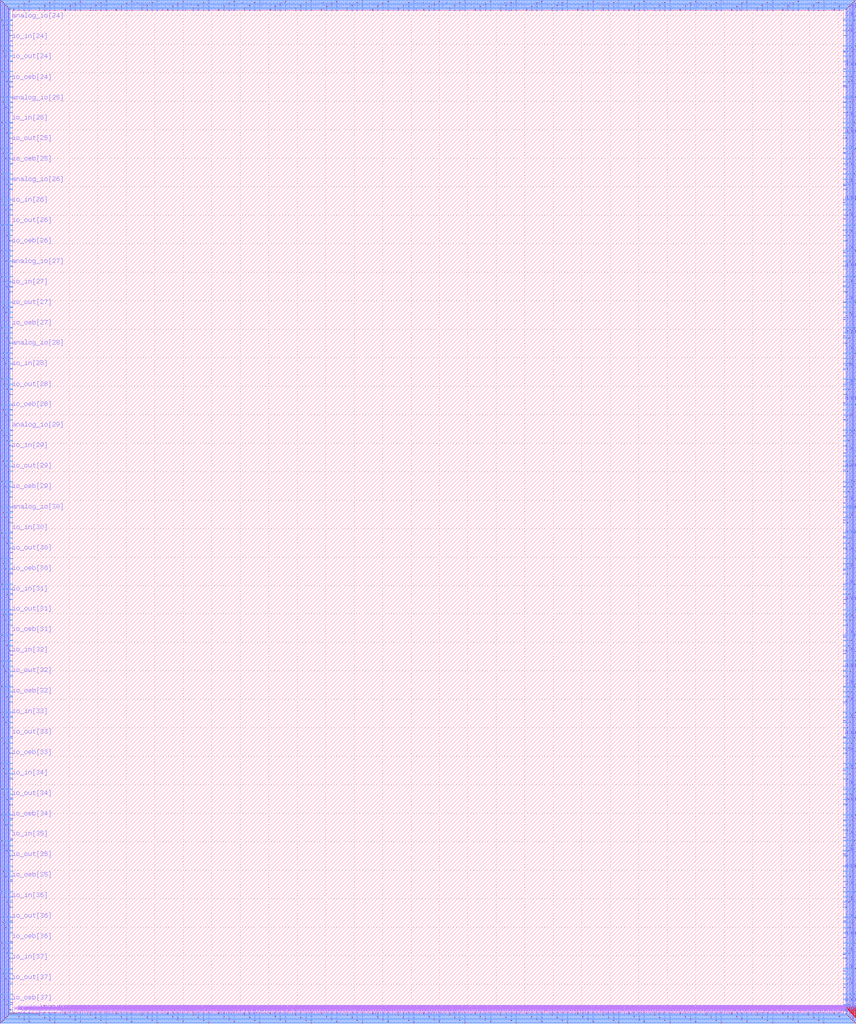
<source format=lef>
VERSION 5.7 ;
  NOWIREEXTENSIONATPIN ON ;
  DIVIDERCHAR "/" ;
  BUSBITCHARS "[]" ;
MACRO user_project_wrapper
  CLASS BLOCK ;
  FOREIGN user_project_wrapper ;
  ORIGIN 0.000 0.000 ;
  SIZE 2920.000 BY 3520.000 ;
  PIN analog_io[0]
    DIRECTION INOUT ;
    PORT
      LAYER met3 ;
        RECT 2917.600 28.980 2924.800 30.180 ;
    END
  END analog_io[0]
  PIN analog_io[10]
    DIRECTION INOUT ;
    PORT
      LAYER met3 ;
        RECT 2917.600 2374.980 2924.800 2376.180 ;
    END
  END analog_io[10]
  PIN analog_io[11]
    DIRECTION INOUT ;
    PORT
      LAYER met3 ;
        RECT 2917.600 2609.580 2924.800 2610.780 ;
    END
  END analog_io[11]
  PIN analog_io[12]
    DIRECTION INOUT ;
    PORT
      LAYER met3 ;
        RECT 2917.600 2844.180 2924.800 2845.380 ;
    END
  END analog_io[12]
  PIN analog_io[13]
    DIRECTION INOUT ;
    PORT
      LAYER met3 ;
        RECT 2917.600 3078.780 2924.800 3079.980 ;
    END
  END analog_io[13]
  PIN analog_io[14]
    DIRECTION INOUT ;
    PORT
      LAYER met3 ;
        RECT 2917.600 3313.380 2924.800 3314.580 ;
    END
  END analog_io[14]
  PIN analog_io[15]
    DIRECTION INOUT ;
    PORT
      LAYER met2 ;
        RECT 2879.090 3517.600 2879.650 3524.800 ;
    END
  END analog_io[15]
  PIN analog_io[16]
    DIRECTION INOUT ;
    PORT
      LAYER met2 ;
        RECT 2554.790 3517.600 2555.350 3524.800 ;
    END
  END analog_io[16]
  PIN analog_io[17]
    DIRECTION INOUT ;
    PORT
      LAYER met2 ;
        RECT 2230.490 3517.600 2231.050 3524.800 ;
    END
  END analog_io[17]
  PIN analog_io[18]
    DIRECTION INOUT ;
    PORT
      LAYER met2 ;
        RECT 1905.730 3517.600 1906.290 3524.800 ;
    END
  END analog_io[18]
  PIN analog_io[19]
    DIRECTION INOUT ;
    PORT
      LAYER met2 ;
        RECT 1581.430 3517.600 1581.990 3524.800 ;
    END
  END analog_io[19]
  PIN analog_io[1]
    DIRECTION INOUT ;
    PORT
      LAYER met3 ;
        RECT 2917.600 263.580 2924.800 264.780 ;
    END
  END analog_io[1]
  PIN analog_io[20]
    DIRECTION INOUT ;
    PORT
      LAYER met2 ;
        RECT 1257.130 3517.600 1257.690 3524.800 ;
    END
  END analog_io[20]
  PIN analog_io[21]
    DIRECTION INOUT ;
    PORT
      LAYER met2 ;
        RECT 932.370 3517.600 932.930 3524.800 ;
    END
  END analog_io[21]
  PIN analog_io[22]
    DIRECTION INOUT ;
    PORT
      LAYER met2 ;
        RECT 608.070 3517.600 608.630 3524.800 ;
    END
  END analog_io[22]
  PIN analog_io[23]
    DIRECTION INOUT ;
    PORT
      LAYER met2 ;
        RECT 283.770 3517.600 284.330 3524.800 ;
    END
  END analog_io[23]
  PIN analog_io[24]
    DIRECTION INOUT ;
    PORT
      LAYER met3 ;
        RECT -4.800 3482.700 2.400 3483.900 ;
    END
  END analog_io[24]
  PIN analog_io[25]
    DIRECTION INOUT ;
    PORT
      LAYER met3 ;
        RECT -4.800 3195.060 2.400 3196.260 ;
    END
  END analog_io[25]
  PIN analog_io[26]
    DIRECTION INOUT ;
    PORT
      LAYER met3 ;
        RECT -4.800 2908.100 2.400 2909.300 ;
    END
  END analog_io[26]
  PIN analog_io[27]
    DIRECTION INOUT ;
    PORT
      LAYER met3 ;
        RECT -4.800 2620.460 2.400 2621.660 ;
    END
  END analog_io[27]
  PIN analog_io[28]
    DIRECTION INOUT ;
    PORT
      LAYER met3 ;
        RECT -4.800 2333.500 2.400 2334.700 ;
    END
  END analog_io[28]
  PIN analog_io[29]
    DIRECTION INOUT ;
    PORT
      LAYER met3 ;
        RECT -4.800 2045.860 2.400 2047.060 ;
    END
  END analog_io[29]
  PIN analog_io[2]
    DIRECTION INOUT ;
    PORT
      LAYER met3 ;
        RECT 2917.600 498.180 2924.800 499.380 ;
    END
  END analog_io[2]
  PIN analog_io[30]
    DIRECTION INOUT ;
    PORT
      LAYER met3 ;
        RECT -4.800 1758.900 2.400 1760.100 ;
    END
  END analog_io[30]
  PIN analog_io[3]
    DIRECTION INOUT ;
    PORT
      LAYER met3 ;
        RECT 2917.600 732.780 2924.800 733.980 ;
    END
  END analog_io[3]
  PIN analog_io[4]
    DIRECTION INOUT ;
    PORT
      LAYER met3 ;
        RECT 2917.600 967.380 2924.800 968.580 ;
    END
  END analog_io[4]
  PIN analog_io[5]
    DIRECTION INOUT ;
    PORT
      LAYER met3 ;
        RECT 2917.600 1201.980 2924.800 1203.180 ;
    END
  END analog_io[5]
  PIN analog_io[6]
    DIRECTION INOUT ;
    PORT
      LAYER met3 ;
        RECT 2917.600 1436.580 2924.800 1437.780 ;
    END
  END analog_io[6]
  PIN analog_io[7]
    DIRECTION INOUT ;
    PORT
      LAYER met3 ;
        RECT 2917.600 1671.180 2924.800 1672.380 ;
    END
  END analog_io[7]
  PIN analog_io[8]
    DIRECTION INOUT ;
    PORT
      LAYER met3 ;
        RECT 2917.600 1905.780 2924.800 1906.980 ;
    END
  END analog_io[8]
  PIN analog_io[9]
    DIRECTION INOUT ;
    PORT
      LAYER met3 ;
        RECT 2917.600 2140.380 2924.800 2141.580 ;
    END
  END analog_io[9]
  PIN io_in[0]
    DIRECTION INPUT ;
    PORT
      LAYER met3 ;
        RECT 2917.600 87.460 2924.800 88.660 ;
    END
  END io_in[0]
  PIN io_in[10]
    DIRECTION INPUT ;
    PORT
      LAYER met3 ;
        RECT 2917.600 2433.460 2924.800 2434.660 ;
    END
  END io_in[10]
  PIN io_in[11]
    DIRECTION INPUT ;
    PORT
      LAYER met3 ;
        RECT 2917.600 2668.740 2924.800 2669.940 ;
    END
  END io_in[11]
  PIN io_in[12]
    DIRECTION INPUT ;
    PORT
      LAYER met3 ;
        RECT 2917.600 2903.340 2924.800 2904.540 ;
    END
  END io_in[12]
  PIN io_in[13]
    DIRECTION INPUT ;
    PORT
      LAYER met3 ;
        RECT 2917.600 3137.940 2924.800 3139.140 ;
    END
  END io_in[13]
  PIN io_in[14]
    DIRECTION INPUT ;
    PORT
      LAYER met3 ;
        RECT 2917.600 3372.540 2924.800 3373.740 ;
    END
  END io_in[14]
  PIN io_in[15]
    DIRECTION INPUT ;
    PORT
      LAYER met2 ;
        RECT 2798.130 3517.600 2798.690 3524.800 ;
    END
  END io_in[15]
  PIN io_in[16]
    DIRECTION INPUT ;
    PORT
      LAYER met2 ;
        RECT 2473.830 3517.600 2474.390 3524.800 ;
    END
  END io_in[16]
  PIN io_in[17]
    DIRECTION INPUT ;
    PORT
      LAYER met2 ;
        RECT 2149.070 3517.600 2149.630 3524.800 ;
    END
  END io_in[17]
  PIN io_in[18]
    DIRECTION INPUT ;
    PORT
      LAYER met2 ;
        RECT 1824.770 3517.600 1825.330 3524.800 ;
    END
  END io_in[18]
  PIN io_in[19]
    DIRECTION INPUT ;
    PORT
      LAYER met2 ;
        RECT 1500.470 3517.600 1501.030 3524.800 ;
    END
  END io_in[19]
  PIN io_in[1]
    DIRECTION INPUT ;
    PORT
      LAYER met3 ;
        RECT 2917.600 322.060 2924.800 323.260 ;
    END
  END io_in[1]
  PIN io_in[20]
    DIRECTION INPUT ;
    PORT
      LAYER met2 ;
        RECT 1175.710 3517.600 1176.270 3524.800 ;
    END
  END io_in[20]
  PIN io_in[21]
    DIRECTION INPUT ;
    PORT
      LAYER met2 ;
        RECT 851.410 3517.600 851.970 3524.800 ;
    END
  END io_in[21]
  PIN io_in[22]
    DIRECTION INPUT ;
    PORT
      LAYER met2 ;
        RECT 527.110 3517.600 527.670 3524.800 ;
    END
  END io_in[22]
  PIN io_in[23]
    DIRECTION INPUT ;
    PORT
      LAYER met2 ;
        RECT 202.350 3517.600 202.910 3524.800 ;
    END
  END io_in[23]
  PIN io_in[24]
    DIRECTION INPUT ;
    PORT
      LAYER met3 ;
        RECT -4.800 3410.620 2.400 3411.820 ;
    END
  END io_in[24]
  PIN io_in[25]
    DIRECTION INPUT ;
    PORT
      LAYER met3 ;
        RECT -4.800 3123.660 2.400 3124.860 ;
    END
  END io_in[25]
  PIN io_in[26]
    DIRECTION INPUT ;
    PORT
      LAYER met3 ;
        RECT -4.800 2836.020 2.400 2837.220 ;
    END
  END io_in[26]
  PIN io_in[27]
    DIRECTION INPUT ;
    PORT
      LAYER met3 ;
        RECT -4.800 2549.060 2.400 2550.260 ;
    END
  END io_in[27]
  PIN io_in[28]
    DIRECTION INPUT ;
    PORT
      LAYER met3 ;
        RECT -4.800 2261.420 2.400 2262.620 ;
    END
  END io_in[28]
  PIN io_in[29]
    DIRECTION INPUT ;
    PORT
      LAYER met3 ;
        RECT -4.800 1974.460 2.400 1975.660 ;
    END
  END io_in[29]
  PIN io_in[2]
    DIRECTION INPUT ;
    PORT
      LAYER met3 ;
        RECT 2917.600 556.660 2924.800 557.860 ;
    END
  END io_in[2]
  PIN io_in[30]
    DIRECTION INPUT ;
    PORT
      LAYER met3 ;
        RECT -4.800 1686.820 2.400 1688.020 ;
    END
  END io_in[30]
  PIN io_in[31]
    DIRECTION INPUT ;
    PORT
      LAYER met3 ;
        RECT -4.800 1471.260 2.400 1472.460 ;
    END
  END io_in[31]
  PIN io_in[32]
    DIRECTION INPUT ;
    PORT
      LAYER met3 ;
        RECT -4.800 1255.700 2.400 1256.900 ;
    END
  END io_in[32]
  PIN io_in[33]
    DIRECTION INPUT ;
    PORT
      LAYER met3 ;
        RECT -4.800 1040.140 2.400 1041.340 ;
    END
  END io_in[33]
  PIN io_in[34]
    DIRECTION INPUT ;
    PORT
      LAYER met3 ;
        RECT -4.800 824.580 2.400 825.780 ;
    END
  END io_in[34]
  PIN io_in[35]
    DIRECTION INPUT ;
    PORT
      LAYER met3 ;
        RECT -4.800 609.700 2.400 610.900 ;
    END
  END io_in[35]
  PIN io_in[36]
    DIRECTION INPUT ;
    PORT
      LAYER met3 ;
        RECT -4.800 394.140 2.400 395.340 ;
    END
  END io_in[36]
  PIN io_in[37]
    DIRECTION INPUT ;
    PORT
      LAYER met3 ;
        RECT -4.800 178.580 2.400 179.780 ;
    END
  END io_in[37]
  PIN io_in[3]
    DIRECTION INPUT ;
    PORT
      LAYER met3 ;
        RECT 2917.600 791.260 2924.800 792.460 ;
    END
  END io_in[3]
  PIN io_in[4]
    DIRECTION INPUT ;
    PORT
      LAYER met3 ;
        RECT 2917.600 1025.860 2924.800 1027.060 ;
    END
  END io_in[4]
  PIN io_in[5]
    DIRECTION INPUT ;
    PORT
      LAYER met3 ;
        RECT 2917.600 1260.460 2924.800 1261.660 ;
    END
  END io_in[5]
  PIN io_in[6]
    DIRECTION INPUT ;
    PORT
      LAYER met3 ;
        RECT 2917.600 1495.060 2924.800 1496.260 ;
    END
  END io_in[6]
  PIN io_in[7]
    DIRECTION INPUT ;
    PORT
      LAYER met3 ;
        RECT 2917.600 1729.660 2924.800 1730.860 ;
    END
  END io_in[7]
  PIN io_in[8]
    DIRECTION INPUT ;
    PORT
      LAYER met3 ;
        RECT 2917.600 1964.260 2924.800 1965.460 ;
    END
  END io_in[8]
  PIN io_in[9]
    DIRECTION INPUT ;
    PORT
      LAYER met3 ;
        RECT 2917.600 2198.860 2924.800 2200.060 ;
    END
  END io_in[9]
  PIN io_oeb[0]
    DIRECTION OUTPUT TRISTATE ;
    PORT
      LAYER met3 ;
        RECT 2917.600 204.420 2924.800 205.620 ;
    END
  END io_oeb[0]
  PIN io_oeb[10]
    DIRECTION OUTPUT TRISTATE ;
    PORT
      LAYER met3 ;
        RECT 2917.600 2551.100 2924.800 2552.300 ;
    END
  END io_oeb[10]
  PIN io_oeb[11]
    DIRECTION OUTPUT TRISTATE ;
    PORT
      LAYER met3 ;
        RECT 2917.600 2785.700 2924.800 2786.900 ;
    END
  END io_oeb[11]
  PIN io_oeb[12]
    DIRECTION OUTPUT TRISTATE ;
    PORT
      LAYER met3 ;
        RECT 2917.600 3020.300 2924.800 3021.500 ;
    END
  END io_oeb[12]
  PIN io_oeb[13]
    DIRECTION OUTPUT TRISTATE ;
    PORT
      LAYER met3 ;
        RECT 2917.600 3254.900 2924.800 3256.100 ;
    END
  END io_oeb[13]
  PIN io_oeb[14]
    DIRECTION OUTPUT TRISTATE ;
    PORT
      LAYER met3 ;
        RECT 2917.600 3489.500 2924.800 3490.700 ;
    END
  END io_oeb[14]
  PIN io_oeb[15]
    DIRECTION OUTPUT TRISTATE ;
    PORT
      LAYER met2 ;
        RECT 2635.750 3517.600 2636.310 3524.800 ;
    END
  END io_oeb[15]
  PIN io_oeb[16]
    DIRECTION OUTPUT TRISTATE ;
    PORT
      LAYER met2 ;
        RECT 2311.450 3517.600 2312.010 3524.800 ;
    END
  END io_oeb[16]
  PIN io_oeb[17]
    DIRECTION OUTPUT TRISTATE ;
    PORT
      LAYER met2 ;
        RECT 1987.150 3517.600 1987.710 3524.800 ;
    END
  END io_oeb[17]
  PIN io_oeb[18]
    DIRECTION OUTPUT TRISTATE ;
    PORT
      LAYER met2 ;
        RECT 1662.390 3517.600 1662.950 3524.800 ;
    END
  END io_oeb[18]
  PIN io_oeb[19]
    DIRECTION OUTPUT TRISTATE ;
    PORT
      LAYER met2 ;
        RECT 1338.090 3517.600 1338.650 3524.800 ;
    END
  END io_oeb[19]
  PIN io_oeb[1]
    DIRECTION OUTPUT TRISTATE ;
    PORT
      LAYER met3 ;
        RECT 2917.600 439.020 2924.800 440.220 ;
    END
  END io_oeb[1]
  PIN io_oeb[20]
    DIRECTION OUTPUT TRISTATE ;
    PORT
      LAYER met2 ;
        RECT 1013.790 3517.600 1014.350 3524.800 ;
    END
  END io_oeb[20]
  PIN io_oeb[21]
    DIRECTION OUTPUT TRISTATE ;
    PORT
      LAYER met2 ;
        RECT 689.030 3517.600 689.590 3524.800 ;
    END
  END io_oeb[21]
  PIN io_oeb[22]
    DIRECTION OUTPUT TRISTATE ;
    PORT
      LAYER met2 ;
        RECT 364.730 3517.600 365.290 3524.800 ;
    END
  END io_oeb[22]
  PIN io_oeb[23]
    DIRECTION OUTPUT TRISTATE ;
    PORT
      LAYER met2 ;
        RECT 40.430 3517.600 40.990 3524.800 ;
    END
  END io_oeb[23]
  PIN io_oeb[24]
    DIRECTION OUTPUT TRISTATE ;
    PORT
      LAYER met3 ;
        RECT -4.800 3267.140 2.400 3268.340 ;
    END
  END io_oeb[24]
  PIN io_oeb[25]
    DIRECTION OUTPUT TRISTATE ;
    PORT
      LAYER met3 ;
        RECT -4.800 2979.500 2.400 2980.700 ;
    END
  END io_oeb[25]
  PIN io_oeb[26]
    DIRECTION OUTPUT TRISTATE ;
    PORT
      LAYER met3 ;
        RECT -4.800 2692.540 2.400 2693.740 ;
    END
  END io_oeb[26]
  PIN io_oeb[27]
    DIRECTION OUTPUT TRISTATE ;
    PORT
      LAYER met3 ;
        RECT -4.800 2404.900 2.400 2406.100 ;
    END
  END io_oeb[27]
  PIN io_oeb[28]
    DIRECTION OUTPUT TRISTATE ;
    PORT
      LAYER met3 ;
        RECT -4.800 2117.940 2.400 2119.140 ;
    END
  END io_oeb[28]
  PIN io_oeb[29]
    DIRECTION OUTPUT TRISTATE ;
    PORT
      LAYER met3 ;
        RECT -4.800 1830.300 2.400 1831.500 ;
    END
  END io_oeb[29]
  PIN io_oeb[2]
    DIRECTION OUTPUT TRISTATE ;
    PORT
      LAYER met3 ;
        RECT 2917.600 673.620 2924.800 674.820 ;
    END
  END io_oeb[2]
  PIN io_oeb[30]
    DIRECTION OUTPUT TRISTATE ;
    PORT
      LAYER met3 ;
        RECT -4.800 1543.340 2.400 1544.540 ;
    END
  END io_oeb[30]
  PIN io_oeb[31]
    DIRECTION OUTPUT TRISTATE ;
    PORT
      LAYER met3 ;
        RECT -4.800 1327.780 2.400 1328.980 ;
    END
  END io_oeb[31]
  PIN io_oeb[32]
    DIRECTION OUTPUT TRISTATE ;
    PORT
      LAYER met3 ;
        RECT -4.800 1112.220 2.400 1113.420 ;
    END
  END io_oeb[32]
  PIN io_oeb[33]
    DIRECTION OUTPUT TRISTATE ;
    PORT
      LAYER met3 ;
        RECT -4.800 896.660 2.400 897.860 ;
    END
  END io_oeb[33]
  PIN io_oeb[34]
    DIRECTION OUTPUT TRISTATE ;
    PORT
      LAYER met3 ;
        RECT -4.800 681.100 2.400 682.300 ;
    END
  END io_oeb[34]
  PIN io_oeb[35]
    DIRECTION OUTPUT TRISTATE ;
    PORT
      LAYER met3 ;
        RECT -4.800 465.540 2.400 466.740 ;
    END
  END io_oeb[35]
  PIN io_oeb[36]
    DIRECTION OUTPUT TRISTATE ;
    PORT
      LAYER met3 ;
        RECT -4.800 249.980 2.400 251.180 ;
    END
  END io_oeb[36]
  PIN io_oeb[37]
    DIRECTION OUTPUT TRISTATE ;
    PORT
      LAYER met3 ;
        RECT -4.800 35.100 2.400 36.300 ;
    END
  END io_oeb[37]
  PIN io_oeb[3]
    DIRECTION OUTPUT TRISTATE ;
    PORT
      LAYER met3 ;
        RECT 2917.600 908.900 2924.800 910.100 ;
    END
  END io_oeb[3]
  PIN io_oeb[4]
    DIRECTION OUTPUT TRISTATE ;
    PORT
      LAYER met3 ;
        RECT 2917.600 1143.500 2924.800 1144.700 ;
    END
  END io_oeb[4]
  PIN io_oeb[5]
    DIRECTION OUTPUT TRISTATE ;
    PORT
      LAYER met3 ;
        RECT 2917.600 1378.100 2924.800 1379.300 ;
    END
  END io_oeb[5]
  PIN io_oeb[6]
    DIRECTION OUTPUT TRISTATE ;
    PORT
      LAYER met3 ;
        RECT 2917.600 1612.700 2924.800 1613.900 ;
    END
  END io_oeb[6]
  PIN io_oeb[7]
    DIRECTION OUTPUT TRISTATE ;
    PORT
      LAYER met3 ;
        RECT 2917.600 1847.300 2924.800 1848.500 ;
    END
  END io_oeb[7]
  PIN io_oeb[8]
    DIRECTION OUTPUT TRISTATE ;
    PORT
      LAYER met3 ;
        RECT 2917.600 2081.900 2924.800 2083.100 ;
    END
  END io_oeb[8]
  PIN io_oeb[9]
    DIRECTION OUTPUT TRISTATE ;
    PORT
      LAYER met3 ;
        RECT 2917.600 2316.500 2924.800 2317.700 ;
    END
  END io_oeb[9]
  PIN io_out[0]
    DIRECTION OUTPUT TRISTATE ;
    PORT
      LAYER met3 ;
        RECT 2917.600 145.940 2924.800 147.140 ;
    END
  END io_out[0]
  PIN io_out[10]
    DIRECTION OUTPUT TRISTATE ;
    PORT
      LAYER met3 ;
        RECT 2917.600 2492.620 2924.800 2493.820 ;
    END
  END io_out[10]
  PIN io_out[11]
    DIRECTION OUTPUT TRISTATE ;
    PORT
      LAYER met3 ;
        RECT 2917.600 2727.220 2924.800 2728.420 ;
    END
  END io_out[11]
  PIN io_out[12]
    DIRECTION OUTPUT TRISTATE ;
    PORT
      LAYER met3 ;
        RECT 2917.600 2961.820 2924.800 2963.020 ;
    END
  END io_out[12]
  PIN io_out[13]
    DIRECTION OUTPUT TRISTATE ;
    PORT
      LAYER met3 ;
        RECT 2917.600 3196.420 2924.800 3197.620 ;
    END
  END io_out[13]
  PIN io_out[14]
    DIRECTION OUTPUT TRISTATE ;
    PORT
      LAYER met3 ;
        RECT 2917.600 3431.020 2924.800 3432.220 ;
    END
  END io_out[14]
  PIN io_out[15]
    DIRECTION OUTPUT TRISTATE ;
    PORT
      LAYER met2 ;
        RECT 2717.170 3517.600 2717.730 3524.800 ;
    END
  END io_out[15]
  PIN io_out[16]
    DIRECTION OUTPUT TRISTATE ;
    PORT
      LAYER met2 ;
        RECT 2392.410 3517.600 2392.970 3524.800 ;
    END
  END io_out[16]
  PIN io_out[17]
    DIRECTION OUTPUT TRISTATE ;
    PORT
      LAYER met2 ;
        RECT 2068.110 3517.600 2068.670 3524.800 ;
    END
  END io_out[17]
  PIN io_out[18]
    DIRECTION OUTPUT TRISTATE ;
    PORT
      LAYER met2 ;
        RECT 1743.810 3517.600 1744.370 3524.800 ;
    END
  END io_out[18]
  PIN io_out[19]
    DIRECTION OUTPUT TRISTATE ;
    PORT
      LAYER met2 ;
        RECT 1419.050 3517.600 1419.610 3524.800 ;
    END
  END io_out[19]
  PIN io_out[1]
    DIRECTION OUTPUT TRISTATE ;
    PORT
      LAYER met3 ;
        RECT 2917.600 380.540 2924.800 381.740 ;
    END
  END io_out[1]
  PIN io_out[20]
    DIRECTION OUTPUT TRISTATE ;
    PORT
      LAYER met2 ;
        RECT 1094.750 3517.600 1095.310 3524.800 ;
    END
  END io_out[20]
  PIN io_out[21]
    DIRECTION OUTPUT TRISTATE ;
    PORT
      LAYER met2 ;
        RECT 770.450 3517.600 771.010 3524.800 ;
    END
  END io_out[21]
  PIN io_out[22]
    DIRECTION OUTPUT TRISTATE ;
    PORT
      LAYER met2 ;
        RECT 445.690 3517.600 446.250 3524.800 ;
    END
  END io_out[22]
  PIN io_out[23]
    DIRECTION OUTPUT TRISTATE ;
    PORT
      LAYER met2 ;
        RECT 121.390 3517.600 121.950 3524.800 ;
    END
  END io_out[23]
  PIN io_out[24]
    DIRECTION OUTPUT TRISTATE ;
    PORT
      LAYER met3 ;
        RECT -4.800 3339.220 2.400 3340.420 ;
    END
  END io_out[24]
  PIN io_out[25]
    DIRECTION OUTPUT TRISTATE ;
    PORT
      LAYER met3 ;
        RECT -4.800 3051.580 2.400 3052.780 ;
    END
  END io_out[25]
  PIN io_out[26]
    DIRECTION OUTPUT TRISTATE ;
    PORT
      LAYER met3 ;
        RECT -4.800 2764.620 2.400 2765.820 ;
    END
  END io_out[26]
  PIN io_out[27]
    DIRECTION OUTPUT TRISTATE ;
    PORT
      LAYER met3 ;
        RECT -4.800 2476.980 2.400 2478.180 ;
    END
  END io_out[27]
  PIN io_out[28]
    DIRECTION OUTPUT TRISTATE ;
    PORT
      LAYER met3 ;
        RECT -4.800 2189.340 2.400 2190.540 ;
    END
  END io_out[28]
  PIN io_out[29]
    DIRECTION OUTPUT TRISTATE ;
    PORT
      LAYER met3 ;
        RECT -4.800 1902.380 2.400 1903.580 ;
    END
  END io_out[29]
  PIN io_out[2]
    DIRECTION OUTPUT TRISTATE ;
    PORT
      LAYER met3 ;
        RECT 2917.600 615.140 2924.800 616.340 ;
    END
  END io_out[2]
  PIN io_out[30]
    DIRECTION OUTPUT TRISTATE ;
    PORT
      LAYER met3 ;
        RECT -4.800 1614.740 2.400 1615.940 ;
    END
  END io_out[30]
  PIN io_out[31]
    DIRECTION OUTPUT TRISTATE ;
    PORT
      LAYER met3 ;
        RECT -4.800 1399.860 2.400 1401.060 ;
    END
  END io_out[31]
  PIN io_out[32]
    DIRECTION OUTPUT TRISTATE ;
    PORT
      LAYER met3 ;
        RECT -4.800 1184.300 2.400 1185.500 ;
    END
  END io_out[32]
  PIN io_out[33]
    DIRECTION OUTPUT TRISTATE ;
    PORT
      LAYER met3 ;
        RECT -4.800 968.740 2.400 969.940 ;
    END
  END io_out[33]
  PIN io_out[34]
    DIRECTION OUTPUT TRISTATE ;
    PORT
      LAYER met3 ;
        RECT -4.800 753.180 2.400 754.380 ;
    END
  END io_out[34]
  PIN io_out[35]
    DIRECTION OUTPUT TRISTATE ;
    PORT
      LAYER met3 ;
        RECT -4.800 537.620 2.400 538.820 ;
    END
  END io_out[35]
  PIN io_out[36]
    DIRECTION OUTPUT TRISTATE ;
    PORT
      LAYER met3 ;
        RECT -4.800 322.060 2.400 323.260 ;
    END
  END io_out[36]
  PIN io_out[37]
    DIRECTION OUTPUT TRISTATE ;
    PORT
      LAYER met3 ;
        RECT -4.800 106.500 2.400 107.700 ;
    END
  END io_out[37]
  PIN io_out[3]
    DIRECTION OUTPUT TRISTATE ;
    PORT
      LAYER met3 ;
        RECT 2917.600 849.740 2924.800 850.940 ;
    END
  END io_out[3]
  PIN io_out[4]
    DIRECTION OUTPUT TRISTATE ;
    PORT
      LAYER met3 ;
        RECT 2917.600 1084.340 2924.800 1085.540 ;
    END
  END io_out[4]
  PIN io_out[5]
    DIRECTION OUTPUT TRISTATE ;
    PORT
      LAYER met3 ;
        RECT 2917.600 1318.940 2924.800 1320.140 ;
    END
  END io_out[5]
  PIN io_out[6]
    DIRECTION OUTPUT TRISTATE ;
    PORT
      LAYER met3 ;
        RECT 2917.600 1553.540 2924.800 1554.740 ;
    END
  END io_out[6]
  PIN io_out[7]
    DIRECTION OUTPUT TRISTATE ;
    PORT
      LAYER met3 ;
        RECT 2917.600 1788.820 2924.800 1790.020 ;
    END
  END io_out[7]
  PIN io_out[8]
    DIRECTION OUTPUT TRISTATE ;
    PORT
      LAYER met3 ;
        RECT 2917.600 2023.420 2924.800 2024.620 ;
    END
  END io_out[8]
  PIN io_out[9]
    DIRECTION OUTPUT TRISTATE ;
    PORT
      LAYER met3 ;
        RECT 2917.600 2258.020 2924.800 2259.220 ;
    END
  END io_out[9]
  PIN la_data_in[0]
    DIRECTION INPUT ;
    PORT
      LAYER met2 ;
        RECT 632.910 -4.800 633.470 2.400 ;
    END
  END la_data_in[0]
  PIN la_data_in[100]
    DIRECTION INPUT ;
    PORT
      LAYER met2 ;
        RECT 2417.250 -4.800 2417.810 2.400 ;
    END
  END la_data_in[100]
  PIN la_data_in[101]
    DIRECTION INPUT ;
    PORT
      LAYER met2 ;
        RECT 2434.730 -4.800 2435.290 2.400 ;
    END
  END la_data_in[101]
  PIN la_data_in[102]
    DIRECTION INPUT ;
    PORT
      LAYER met2 ;
        RECT 2452.670 -4.800 2453.230 2.400 ;
    END
  END la_data_in[102]
  PIN la_data_in[103]
    DIRECTION INPUT ;
    PORT
      LAYER met2 ;
        RECT 2470.610 -4.800 2471.170 2.400 ;
    END
  END la_data_in[103]
  PIN la_data_in[104]
    DIRECTION INPUT ;
    PORT
      LAYER met2 ;
        RECT 2488.550 -4.800 2489.110 2.400 ;
    END
  END la_data_in[104]
  PIN la_data_in[105]
    DIRECTION INPUT ;
    PORT
      LAYER met2 ;
        RECT 2506.030 -4.800 2506.590 2.400 ;
    END
  END la_data_in[105]
  PIN la_data_in[106]
    DIRECTION INPUT ;
    PORT
      LAYER met2 ;
        RECT 2523.970 -4.800 2524.530 2.400 ;
    END
  END la_data_in[106]
  PIN la_data_in[107]
    DIRECTION INPUT ;
    PORT
      LAYER met2 ;
        RECT 2541.910 -4.800 2542.470 2.400 ;
    END
  END la_data_in[107]
  PIN la_data_in[108]
    DIRECTION INPUT ;
    PORT
      LAYER met2 ;
        RECT 2559.850 -4.800 2560.410 2.400 ;
    END
  END la_data_in[108]
  PIN la_data_in[109]
    DIRECTION INPUT ;
    PORT
      LAYER met2 ;
        RECT 2577.790 -4.800 2578.350 2.400 ;
    END
  END la_data_in[109]
  PIN la_data_in[10]
    DIRECTION INPUT ;
    PORT
      LAYER met2 ;
        RECT 811.390 -4.800 811.950 2.400 ;
    END
  END la_data_in[10]
  PIN la_data_in[110]
    DIRECTION INPUT ;
    PORT
      LAYER met2 ;
        RECT 2595.270 -4.800 2595.830 2.400 ;
    END
  END la_data_in[110]
  PIN la_data_in[111]
    DIRECTION INPUT ;
    PORT
      LAYER met2 ;
        RECT 2613.210 -4.800 2613.770 2.400 ;
    END
  END la_data_in[111]
  PIN la_data_in[112]
    DIRECTION INPUT ;
    PORT
      LAYER met2 ;
        RECT 2631.150 -4.800 2631.710 2.400 ;
    END
  END la_data_in[112]
  PIN la_data_in[113]
    DIRECTION INPUT ;
    PORT
      LAYER met2 ;
        RECT 2649.090 -4.800 2649.650 2.400 ;
    END
  END la_data_in[113]
  PIN la_data_in[114]
    DIRECTION INPUT ;
    PORT
      LAYER met2 ;
        RECT 2667.030 -4.800 2667.590 2.400 ;
    END
  END la_data_in[114]
  PIN la_data_in[115]
    DIRECTION INPUT ;
    PORT
      LAYER met2 ;
        RECT 2684.510 -4.800 2685.070 2.400 ;
    END
  END la_data_in[115]
  PIN la_data_in[116]
    DIRECTION INPUT ;
    PORT
      LAYER met2 ;
        RECT 2702.450 -4.800 2703.010 2.400 ;
    END
  END la_data_in[116]
  PIN la_data_in[117]
    DIRECTION INPUT ;
    PORT
      LAYER met2 ;
        RECT 2720.390 -4.800 2720.950 2.400 ;
    END
  END la_data_in[117]
  PIN la_data_in[118]
    DIRECTION INPUT ;
    PORT
      LAYER met2 ;
        RECT 2738.330 -4.800 2738.890 2.400 ;
    END
  END la_data_in[118]
  PIN la_data_in[119]
    DIRECTION INPUT ;
    PORT
      LAYER met2 ;
        RECT 2755.810 -4.800 2756.370 2.400 ;
    END
  END la_data_in[119]
  PIN la_data_in[11]
    DIRECTION INPUT ;
    PORT
      LAYER met2 ;
        RECT 829.330 -4.800 829.890 2.400 ;
    END
  END la_data_in[11]
  PIN la_data_in[120]
    DIRECTION INPUT ;
    PORT
      LAYER met2 ;
        RECT 2773.750 -4.800 2774.310 2.400 ;
    END
  END la_data_in[120]
  PIN la_data_in[121]
    DIRECTION INPUT ;
    PORT
      LAYER met2 ;
        RECT 2791.690 -4.800 2792.250 2.400 ;
    END
  END la_data_in[121]
  PIN la_data_in[122]
    DIRECTION INPUT ;
    PORT
      LAYER met2 ;
        RECT 2809.630 -4.800 2810.190 2.400 ;
    END
  END la_data_in[122]
  PIN la_data_in[123]
    DIRECTION INPUT ;
    PORT
      LAYER met2 ;
        RECT 2827.570 -4.800 2828.130 2.400 ;
    END
  END la_data_in[123]
  PIN la_data_in[124]
    DIRECTION INPUT ;
    PORT
      LAYER met2 ;
        RECT 2845.050 -4.800 2845.610 2.400 ;
    END
  END la_data_in[124]
  PIN la_data_in[125]
    DIRECTION INPUT ;
    PORT
      LAYER met2 ;
        RECT 2862.990 -4.800 2863.550 2.400 ;
    END
  END la_data_in[125]
  PIN la_data_in[126]
    DIRECTION INPUT ;
    PORT
      LAYER met2 ;
        RECT 2880.930 -4.800 2881.490 2.400 ;
    END
  END la_data_in[126]
  PIN la_data_in[127]
    DIRECTION INPUT ;
    PORT
      LAYER met2 ;
        RECT 2898.870 -4.800 2899.430 2.400 ;
    END
  END la_data_in[127]
  PIN la_data_in[12]
    DIRECTION INPUT ;
    PORT
      LAYER met2 ;
        RECT 846.810 -4.800 847.370 2.400 ;
    END
  END la_data_in[12]
  PIN la_data_in[13]
    DIRECTION INPUT ;
    PORT
      LAYER met2 ;
        RECT 864.750 -4.800 865.310 2.400 ;
    END
  END la_data_in[13]
  PIN la_data_in[14]
    DIRECTION INPUT ;
    PORT
      LAYER met2 ;
        RECT 882.690 -4.800 883.250 2.400 ;
    END
  END la_data_in[14]
  PIN la_data_in[15]
    DIRECTION INPUT ;
    PORT
      LAYER met2 ;
        RECT 900.630 -4.800 901.190 2.400 ;
    END
  END la_data_in[15]
  PIN la_data_in[16]
    DIRECTION INPUT ;
    PORT
      LAYER met2 ;
        RECT 918.570 -4.800 919.130 2.400 ;
    END
  END la_data_in[16]
  PIN la_data_in[17]
    DIRECTION INPUT ;
    PORT
      LAYER met2 ;
        RECT 936.050 -4.800 936.610 2.400 ;
    END
  END la_data_in[17]
  PIN la_data_in[18]
    DIRECTION INPUT ;
    PORT
      LAYER met2 ;
        RECT 953.990 -4.800 954.550 2.400 ;
    END
  END la_data_in[18]
  PIN la_data_in[19]
    DIRECTION INPUT ;
    PORT
      LAYER met2 ;
        RECT 971.930 -4.800 972.490 2.400 ;
    END
  END la_data_in[19]
  PIN la_data_in[1]
    DIRECTION INPUT ;
    PORT
      LAYER met2 ;
        RECT 650.850 -4.800 651.410 2.400 ;
    END
  END la_data_in[1]
  PIN la_data_in[20]
    DIRECTION INPUT ;
    PORT
      LAYER met2 ;
        RECT 989.870 -4.800 990.430 2.400 ;
    END
  END la_data_in[20]
  PIN la_data_in[21]
    DIRECTION INPUT ;
    PORT
      LAYER met2 ;
        RECT 1007.350 -4.800 1007.910 2.400 ;
    END
  END la_data_in[21]
  PIN la_data_in[22]
    DIRECTION INPUT ;
    PORT
      LAYER met2 ;
        RECT 1025.290 -4.800 1025.850 2.400 ;
    END
  END la_data_in[22]
  PIN la_data_in[23]
    DIRECTION INPUT ;
    PORT
      LAYER met2 ;
        RECT 1043.230 -4.800 1043.790 2.400 ;
    END
  END la_data_in[23]
  PIN la_data_in[24]
    DIRECTION INPUT ;
    PORT
      LAYER met2 ;
        RECT 1061.170 -4.800 1061.730 2.400 ;
    END
  END la_data_in[24]
  PIN la_data_in[25]
    DIRECTION INPUT ;
    PORT
      LAYER met2 ;
        RECT 1079.110 -4.800 1079.670 2.400 ;
    END
  END la_data_in[25]
  PIN la_data_in[26]
    DIRECTION INPUT ;
    PORT
      LAYER met2 ;
        RECT 1096.590 -4.800 1097.150 2.400 ;
    END
  END la_data_in[26]
  PIN la_data_in[27]
    DIRECTION INPUT ;
    PORT
      LAYER met2 ;
        RECT 1114.530 -4.800 1115.090 2.400 ;
    END
  END la_data_in[27]
  PIN la_data_in[28]
    DIRECTION INPUT ;
    PORT
      LAYER met2 ;
        RECT 1132.470 -4.800 1133.030 2.400 ;
    END
  END la_data_in[28]
  PIN la_data_in[29]
    DIRECTION INPUT ;
    PORT
      LAYER met2 ;
        RECT 1150.410 -4.800 1150.970 2.400 ;
    END
  END la_data_in[29]
  PIN la_data_in[2]
    DIRECTION INPUT ;
    PORT
      LAYER met2 ;
        RECT 668.790 -4.800 669.350 2.400 ;
    END
  END la_data_in[2]
  PIN la_data_in[30]
    DIRECTION INPUT ;
    PORT
      LAYER met2 ;
        RECT 1168.350 -4.800 1168.910 2.400 ;
    END
  END la_data_in[30]
  PIN la_data_in[31]
    DIRECTION INPUT ;
    PORT
      LAYER met2 ;
        RECT 1185.830 -4.800 1186.390 2.400 ;
    END
  END la_data_in[31]
  PIN la_data_in[32]
    DIRECTION INPUT ;
    PORT
      LAYER met2 ;
        RECT 1203.770 -4.800 1204.330 2.400 ;
    END
  END la_data_in[32]
  PIN la_data_in[33]
    DIRECTION INPUT ;
    PORT
      LAYER met2 ;
        RECT 1221.710 -4.800 1222.270 2.400 ;
    END
  END la_data_in[33]
  PIN la_data_in[34]
    DIRECTION INPUT ;
    PORT
      LAYER met2 ;
        RECT 1239.650 -4.800 1240.210 2.400 ;
    END
  END la_data_in[34]
  PIN la_data_in[35]
    DIRECTION INPUT ;
    PORT
      LAYER met2 ;
        RECT 1257.130 -4.800 1257.690 2.400 ;
    END
  END la_data_in[35]
  PIN la_data_in[36]
    DIRECTION INPUT ;
    PORT
      LAYER met2 ;
        RECT 1275.070 -4.800 1275.630 2.400 ;
    END
  END la_data_in[36]
  PIN la_data_in[37]
    DIRECTION INPUT ;
    PORT
      LAYER met2 ;
        RECT 1293.010 -4.800 1293.570 2.400 ;
    END
  END la_data_in[37]
  PIN la_data_in[38]
    DIRECTION INPUT ;
    PORT
      LAYER met2 ;
        RECT 1310.950 -4.800 1311.510 2.400 ;
    END
  END la_data_in[38]
  PIN la_data_in[39]
    DIRECTION INPUT ;
    PORT
      LAYER met2 ;
        RECT 1328.890 -4.800 1329.450 2.400 ;
    END
  END la_data_in[39]
  PIN la_data_in[3]
    DIRECTION INPUT ;
    PORT
      LAYER met2 ;
        RECT 686.270 -4.800 686.830 2.400 ;
    END
  END la_data_in[3]
  PIN la_data_in[40]
    DIRECTION INPUT ;
    PORT
      LAYER met2 ;
        RECT 1346.370 -4.800 1346.930 2.400 ;
    END
  END la_data_in[40]
  PIN la_data_in[41]
    DIRECTION INPUT ;
    PORT
      LAYER met2 ;
        RECT 1364.310 -4.800 1364.870 2.400 ;
    END
  END la_data_in[41]
  PIN la_data_in[42]
    DIRECTION INPUT ;
    PORT
      LAYER met2 ;
        RECT 1382.250 -4.800 1382.810 2.400 ;
    END
  END la_data_in[42]
  PIN la_data_in[43]
    DIRECTION INPUT ;
    PORT
      LAYER met2 ;
        RECT 1400.190 -4.800 1400.750 2.400 ;
    END
  END la_data_in[43]
  PIN la_data_in[44]
    DIRECTION INPUT ;
    PORT
      LAYER met2 ;
        RECT 1418.130 -4.800 1418.690 2.400 ;
    END
  END la_data_in[44]
  PIN la_data_in[45]
    DIRECTION INPUT ;
    PORT
      LAYER met2 ;
        RECT 1435.610 -4.800 1436.170 2.400 ;
    END
  END la_data_in[45]
  PIN la_data_in[46]
    DIRECTION INPUT ;
    PORT
      LAYER met2 ;
        RECT 1453.550 -4.800 1454.110 2.400 ;
    END
  END la_data_in[46]
  PIN la_data_in[47]
    DIRECTION INPUT ;
    PORT
      LAYER met2 ;
        RECT 1471.490 -4.800 1472.050 2.400 ;
    END
  END la_data_in[47]
  PIN la_data_in[48]
    DIRECTION INPUT ;
    PORT
      LAYER met2 ;
        RECT 1489.430 -4.800 1489.990 2.400 ;
    END
  END la_data_in[48]
  PIN la_data_in[49]
    DIRECTION INPUT ;
    PORT
      LAYER met2 ;
        RECT 1506.910 -4.800 1507.470 2.400 ;
    END
  END la_data_in[49]
  PIN la_data_in[4]
    DIRECTION INPUT ;
    PORT
      LAYER met2 ;
        RECT 704.210 -4.800 704.770 2.400 ;
    END
  END la_data_in[4]
  PIN la_data_in[50]
    DIRECTION INPUT ;
    PORT
      LAYER met2 ;
        RECT 1524.850 -4.800 1525.410 2.400 ;
    END
  END la_data_in[50]
  PIN la_data_in[51]
    DIRECTION INPUT ;
    PORT
      LAYER met2 ;
        RECT 1542.790 -4.800 1543.350 2.400 ;
    END
  END la_data_in[51]
  PIN la_data_in[52]
    DIRECTION INPUT ;
    PORT
      LAYER met2 ;
        RECT 1560.730 -4.800 1561.290 2.400 ;
    END
  END la_data_in[52]
  PIN la_data_in[53]
    DIRECTION INPUT ;
    PORT
      LAYER met2 ;
        RECT 1578.670 -4.800 1579.230 2.400 ;
    END
  END la_data_in[53]
  PIN la_data_in[54]
    DIRECTION INPUT ;
    PORT
      LAYER met2 ;
        RECT 1596.150 -4.800 1596.710 2.400 ;
    END
  END la_data_in[54]
  PIN la_data_in[55]
    DIRECTION INPUT ;
    PORT
      LAYER met2 ;
        RECT 1614.090 -4.800 1614.650 2.400 ;
    END
  END la_data_in[55]
  PIN la_data_in[56]
    DIRECTION INPUT ;
    PORT
      LAYER met2 ;
        RECT 1632.030 -4.800 1632.590 2.400 ;
    END
  END la_data_in[56]
  PIN la_data_in[57]
    DIRECTION INPUT ;
    PORT
      LAYER met2 ;
        RECT 1649.970 -4.800 1650.530 2.400 ;
    END
  END la_data_in[57]
  PIN la_data_in[58]
    DIRECTION INPUT ;
    PORT
      LAYER met2 ;
        RECT 1667.910 -4.800 1668.470 2.400 ;
    END
  END la_data_in[58]
  PIN la_data_in[59]
    DIRECTION INPUT ;
    PORT
      LAYER met2 ;
        RECT 1685.390 -4.800 1685.950 2.400 ;
    END
  END la_data_in[59]
  PIN la_data_in[5]
    DIRECTION INPUT ;
    PORT
      LAYER met2 ;
        RECT 722.150 -4.800 722.710 2.400 ;
    END
  END la_data_in[5]
  PIN la_data_in[60]
    DIRECTION INPUT ;
    PORT
      LAYER met2 ;
        RECT 1703.330 -4.800 1703.890 2.400 ;
    END
  END la_data_in[60]
  PIN la_data_in[61]
    DIRECTION INPUT ;
    PORT
      LAYER met2 ;
        RECT 1721.270 -4.800 1721.830 2.400 ;
    END
  END la_data_in[61]
  PIN la_data_in[62]
    DIRECTION INPUT ;
    PORT
      LAYER met2 ;
        RECT 1739.210 -4.800 1739.770 2.400 ;
    END
  END la_data_in[62]
  PIN la_data_in[63]
    DIRECTION INPUT ;
    PORT
      LAYER met2 ;
        RECT 1756.690 -4.800 1757.250 2.400 ;
    END
  END la_data_in[63]
  PIN la_data_in[64]
    DIRECTION INPUT ;
    PORT
      LAYER met2 ;
        RECT 1774.630 -4.800 1775.190 2.400 ;
    END
  END la_data_in[64]
  PIN la_data_in[65]
    DIRECTION INPUT ;
    PORT
      LAYER met2 ;
        RECT 1792.570 -4.800 1793.130 2.400 ;
    END
  END la_data_in[65]
  PIN la_data_in[66]
    DIRECTION INPUT ;
    PORT
      LAYER met2 ;
        RECT 1810.510 -4.800 1811.070 2.400 ;
    END
  END la_data_in[66]
  PIN la_data_in[67]
    DIRECTION INPUT ;
    PORT
      LAYER met2 ;
        RECT 1828.450 -4.800 1829.010 2.400 ;
    END
  END la_data_in[67]
  PIN la_data_in[68]
    DIRECTION INPUT ;
    PORT
      LAYER met2 ;
        RECT 1845.930 -4.800 1846.490 2.400 ;
    END
  END la_data_in[68]
  PIN la_data_in[69]
    DIRECTION INPUT ;
    PORT
      LAYER met2 ;
        RECT 1863.870 -4.800 1864.430 2.400 ;
    END
  END la_data_in[69]
  PIN la_data_in[6]
    DIRECTION INPUT ;
    PORT
      LAYER met2 ;
        RECT 740.090 -4.800 740.650 2.400 ;
    END
  END la_data_in[6]
  PIN la_data_in[70]
    DIRECTION INPUT ;
    PORT
      LAYER met2 ;
        RECT 1881.810 -4.800 1882.370 2.400 ;
    END
  END la_data_in[70]
  PIN la_data_in[71]
    DIRECTION INPUT ;
    PORT
      LAYER met2 ;
        RECT 1899.750 -4.800 1900.310 2.400 ;
    END
  END la_data_in[71]
  PIN la_data_in[72]
    DIRECTION INPUT ;
    PORT
      LAYER met2 ;
        RECT 1917.690 -4.800 1918.250 2.400 ;
    END
  END la_data_in[72]
  PIN la_data_in[73]
    DIRECTION INPUT ;
    PORT
      LAYER met2 ;
        RECT 1935.170 -4.800 1935.730 2.400 ;
    END
  END la_data_in[73]
  PIN la_data_in[74]
    DIRECTION INPUT ;
    PORT
      LAYER met2 ;
        RECT 1953.110 -4.800 1953.670 2.400 ;
    END
  END la_data_in[74]
  PIN la_data_in[75]
    DIRECTION INPUT ;
    PORT
      LAYER met2 ;
        RECT 1971.050 -4.800 1971.610 2.400 ;
    END
  END la_data_in[75]
  PIN la_data_in[76]
    DIRECTION INPUT ;
    PORT
      LAYER met2 ;
        RECT 1988.990 -4.800 1989.550 2.400 ;
    END
  END la_data_in[76]
  PIN la_data_in[77]
    DIRECTION INPUT ;
    PORT
      LAYER met2 ;
        RECT 2006.470 -4.800 2007.030 2.400 ;
    END
  END la_data_in[77]
  PIN la_data_in[78]
    DIRECTION INPUT ;
    PORT
      LAYER met2 ;
        RECT 2024.410 -4.800 2024.970 2.400 ;
    END
  END la_data_in[78]
  PIN la_data_in[79]
    DIRECTION INPUT ;
    PORT
      LAYER met2 ;
        RECT 2042.350 -4.800 2042.910 2.400 ;
    END
  END la_data_in[79]
  PIN la_data_in[7]
    DIRECTION INPUT ;
    PORT
      LAYER met2 ;
        RECT 757.570 -4.800 758.130 2.400 ;
    END
  END la_data_in[7]
  PIN la_data_in[80]
    DIRECTION INPUT ;
    PORT
      LAYER met2 ;
        RECT 2060.290 -4.800 2060.850 2.400 ;
    END
  END la_data_in[80]
  PIN la_data_in[81]
    DIRECTION INPUT ;
    PORT
      LAYER met2 ;
        RECT 2078.230 -4.800 2078.790 2.400 ;
    END
  END la_data_in[81]
  PIN la_data_in[82]
    DIRECTION INPUT ;
    PORT
      LAYER met2 ;
        RECT 2095.710 -4.800 2096.270 2.400 ;
    END
  END la_data_in[82]
  PIN la_data_in[83]
    DIRECTION INPUT ;
    PORT
      LAYER met2 ;
        RECT 2113.650 -4.800 2114.210 2.400 ;
    END
  END la_data_in[83]
  PIN la_data_in[84]
    DIRECTION INPUT ;
    PORT
      LAYER met2 ;
        RECT 2131.590 -4.800 2132.150 2.400 ;
    END
  END la_data_in[84]
  PIN la_data_in[85]
    DIRECTION INPUT ;
    PORT
      LAYER met2 ;
        RECT 2149.530 -4.800 2150.090 2.400 ;
    END
  END la_data_in[85]
  PIN la_data_in[86]
    DIRECTION INPUT ;
    PORT
      LAYER met2 ;
        RECT 2167.470 -4.800 2168.030 2.400 ;
    END
  END la_data_in[86]
  PIN la_data_in[87]
    DIRECTION INPUT ;
    PORT
      LAYER met2 ;
        RECT 2184.950 -4.800 2185.510 2.400 ;
    END
  END la_data_in[87]
  PIN la_data_in[88]
    DIRECTION INPUT ;
    PORT
      LAYER met2 ;
        RECT 2202.890 -4.800 2203.450 2.400 ;
    END
  END la_data_in[88]
  PIN la_data_in[89]
    DIRECTION INPUT ;
    PORT
      LAYER met2 ;
        RECT 2220.830 -4.800 2221.390 2.400 ;
    END
  END la_data_in[89]
  PIN la_data_in[8]
    DIRECTION INPUT ;
    PORT
      LAYER met2 ;
        RECT 775.510 -4.800 776.070 2.400 ;
    END
  END la_data_in[8]
  PIN la_data_in[90]
    DIRECTION INPUT ;
    PORT
      LAYER met2 ;
        RECT 2238.770 -4.800 2239.330 2.400 ;
    END
  END la_data_in[90]
  PIN la_data_in[91]
    DIRECTION INPUT ;
    PORT
      LAYER met2 ;
        RECT 2256.250 -4.800 2256.810 2.400 ;
    END
  END la_data_in[91]
  PIN la_data_in[92]
    DIRECTION INPUT ;
    PORT
      LAYER met2 ;
        RECT 2274.190 -4.800 2274.750 2.400 ;
    END
  END la_data_in[92]
  PIN la_data_in[93]
    DIRECTION INPUT ;
    PORT
      LAYER met2 ;
        RECT 2292.130 -4.800 2292.690 2.400 ;
    END
  END la_data_in[93]
  PIN la_data_in[94]
    DIRECTION INPUT ;
    PORT
      LAYER met2 ;
        RECT 2310.070 -4.800 2310.630 2.400 ;
    END
  END la_data_in[94]
  PIN la_data_in[95]
    DIRECTION INPUT ;
    PORT
      LAYER met2 ;
        RECT 2328.010 -4.800 2328.570 2.400 ;
    END
  END la_data_in[95]
  PIN la_data_in[96]
    DIRECTION INPUT ;
    PORT
      LAYER met2 ;
        RECT 2345.490 -4.800 2346.050 2.400 ;
    END
  END la_data_in[96]
  PIN la_data_in[97]
    DIRECTION INPUT ;
    PORT
      LAYER met2 ;
        RECT 2363.430 -4.800 2363.990 2.400 ;
    END
  END la_data_in[97]
  PIN la_data_in[98]
    DIRECTION INPUT ;
    PORT
      LAYER met2 ;
        RECT 2381.370 -4.800 2381.930 2.400 ;
    END
  END la_data_in[98]
  PIN la_data_in[99]
    DIRECTION INPUT ;
    PORT
      LAYER met2 ;
        RECT 2399.310 -4.800 2399.870 2.400 ;
    END
  END la_data_in[99]
  PIN la_data_in[9]
    DIRECTION INPUT ;
    PORT
      LAYER met2 ;
        RECT 793.450 -4.800 794.010 2.400 ;
    END
  END la_data_in[9]
  PIN la_data_out[0]
    DIRECTION OUTPUT TRISTATE ;
    PORT
      LAYER met2 ;
        RECT 638.890 -4.800 639.450 2.400 ;
    END
  END la_data_out[0]
  PIN la_data_out[100]
    DIRECTION OUTPUT TRISTATE ;
    PORT
      LAYER met2 ;
        RECT 2422.770 -4.800 2423.330 2.400 ;
    END
  END la_data_out[100]
  PIN la_data_out[101]
    DIRECTION OUTPUT TRISTATE ;
    PORT
      LAYER met2 ;
        RECT 2440.710 -4.800 2441.270 2.400 ;
    END
  END la_data_out[101]
  PIN la_data_out[102]
    DIRECTION OUTPUT TRISTATE ;
    PORT
      LAYER met2 ;
        RECT 2458.650 -4.800 2459.210 2.400 ;
    END
  END la_data_out[102]
  PIN la_data_out[103]
    DIRECTION OUTPUT TRISTATE ;
    PORT
      LAYER met2 ;
        RECT 2476.590 -4.800 2477.150 2.400 ;
    END
  END la_data_out[103]
  PIN la_data_out[104]
    DIRECTION OUTPUT TRISTATE ;
    PORT
      LAYER met2 ;
        RECT 2494.530 -4.800 2495.090 2.400 ;
    END
  END la_data_out[104]
  PIN la_data_out[105]
    DIRECTION OUTPUT TRISTATE ;
    PORT
      LAYER met2 ;
        RECT 2512.010 -4.800 2512.570 2.400 ;
    END
  END la_data_out[105]
  PIN la_data_out[106]
    DIRECTION OUTPUT TRISTATE ;
    PORT
      LAYER met2 ;
        RECT 2529.950 -4.800 2530.510 2.400 ;
    END
  END la_data_out[106]
  PIN la_data_out[107]
    DIRECTION OUTPUT TRISTATE ;
    PORT
      LAYER met2 ;
        RECT 2547.890 -4.800 2548.450 2.400 ;
    END
  END la_data_out[107]
  PIN la_data_out[108]
    DIRECTION OUTPUT TRISTATE ;
    PORT
      LAYER met2 ;
        RECT 2565.830 -4.800 2566.390 2.400 ;
    END
  END la_data_out[108]
  PIN la_data_out[109]
    DIRECTION OUTPUT TRISTATE ;
    PORT
      LAYER met2 ;
        RECT 2583.770 -4.800 2584.330 2.400 ;
    END
  END la_data_out[109]
  PIN la_data_out[10]
    DIRECTION OUTPUT TRISTATE ;
    PORT
      LAYER met2 ;
        RECT 817.370 -4.800 817.930 2.400 ;
    END
  END la_data_out[10]
  PIN la_data_out[110]
    DIRECTION OUTPUT TRISTATE ;
    PORT
      LAYER met2 ;
        RECT 2601.250 -4.800 2601.810 2.400 ;
    END
  END la_data_out[110]
  PIN la_data_out[111]
    DIRECTION OUTPUT TRISTATE ;
    PORT
      LAYER met2 ;
        RECT 2619.190 -4.800 2619.750 2.400 ;
    END
  END la_data_out[111]
  PIN la_data_out[112]
    DIRECTION OUTPUT TRISTATE ;
    PORT
      LAYER met2 ;
        RECT 2637.130 -4.800 2637.690 2.400 ;
    END
  END la_data_out[112]
  PIN la_data_out[113]
    DIRECTION OUTPUT TRISTATE ;
    PORT
      LAYER met2 ;
        RECT 2655.070 -4.800 2655.630 2.400 ;
    END
  END la_data_out[113]
  PIN la_data_out[114]
    DIRECTION OUTPUT TRISTATE ;
    PORT
      LAYER met2 ;
        RECT 2672.550 -4.800 2673.110 2.400 ;
    END
  END la_data_out[114]
  PIN la_data_out[115]
    DIRECTION OUTPUT TRISTATE ;
    PORT
      LAYER met2 ;
        RECT 2690.490 -4.800 2691.050 2.400 ;
    END
  END la_data_out[115]
  PIN la_data_out[116]
    DIRECTION OUTPUT TRISTATE ;
    PORT
      LAYER met2 ;
        RECT 2708.430 -4.800 2708.990 2.400 ;
    END
  END la_data_out[116]
  PIN la_data_out[117]
    DIRECTION OUTPUT TRISTATE ;
    PORT
      LAYER met2 ;
        RECT 2726.370 -4.800 2726.930 2.400 ;
    END
  END la_data_out[117]
  PIN la_data_out[118]
    DIRECTION OUTPUT TRISTATE ;
    PORT
      LAYER met2 ;
        RECT 2744.310 -4.800 2744.870 2.400 ;
    END
  END la_data_out[118]
  PIN la_data_out[119]
    DIRECTION OUTPUT TRISTATE ;
    PORT
      LAYER met2 ;
        RECT 2761.790 -4.800 2762.350 2.400 ;
    END
  END la_data_out[119]
  PIN la_data_out[11]
    DIRECTION OUTPUT TRISTATE ;
    PORT
      LAYER met2 ;
        RECT 835.310 -4.800 835.870 2.400 ;
    END
  END la_data_out[11]
  PIN la_data_out[120]
    DIRECTION OUTPUT TRISTATE ;
    PORT
      LAYER met2 ;
        RECT 2779.730 -4.800 2780.290 2.400 ;
    END
  END la_data_out[120]
  PIN la_data_out[121]
    DIRECTION OUTPUT TRISTATE ;
    PORT
      LAYER met2 ;
        RECT 2797.670 -4.800 2798.230 2.400 ;
    END
  END la_data_out[121]
  PIN la_data_out[122]
    DIRECTION OUTPUT TRISTATE ;
    PORT
      LAYER met2 ;
        RECT 2815.610 -4.800 2816.170 2.400 ;
    END
  END la_data_out[122]
  PIN la_data_out[123]
    DIRECTION OUTPUT TRISTATE ;
    PORT
      LAYER met2 ;
        RECT 2833.550 -4.800 2834.110 2.400 ;
    END
  END la_data_out[123]
  PIN la_data_out[124]
    DIRECTION OUTPUT TRISTATE ;
    PORT
      LAYER met2 ;
        RECT 2851.030 -4.800 2851.590 2.400 ;
    END
  END la_data_out[124]
  PIN la_data_out[125]
    DIRECTION OUTPUT TRISTATE ;
    PORT
      LAYER met2 ;
        RECT 2868.970 -4.800 2869.530 2.400 ;
    END
  END la_data_out[125]
  PIN la_data_out[126]
    DIRECTION OUTPUT TRISTATE ;
    PORT
      LAYER met2 ;
        RECT 2886.910 -4.800 2887.470 2.400 ;
    END
  END la_data_out[126]
  PIN la_data_out[127]
    DIRECTION OUTPUT TRISTATE ;
    PORT
      LAYER met2 ;
        RECT 2904.850 -4.800 2905.410 2.400 ;
    END
  END la_data_out[127]
  PIN la_data_out[12]
    DIRECTION OUTPUT TRISTATE ;
    PORT
      LAYER met2 ;
        RECT 852.790 -4.800 853.350 2.400 ;
    END
  END la_data_out[12]
  PIN la_data_out[13]
    DIRECTION OUTPUT TRISTATE ;
    PORT
      LAYER met2 ;
        RECT 870.730 -4.800 871.290 2.400 ;
    END
  END la_data_out[13]
  PIN la_data_out[14]
    DIRECTION OUTPUT TRISTATE ;
    PORT
      LAYER met2 ;
        RECT 888.670 -4.800 889.230 2.400 ;
    END
  END la_data_out[14]
  PIN la_data_out[15]
    DIRECTION OUTPUT TRISTATE ;
    PORT
      LAYER met2 ;
        RECT 906.610 -4.800 907.170 2.400 ;
    END
  END la_data_out[15]
  PIN la_data_out[16]
    DIRECTION OUTPUT TRISTATE ;
    PORT
      LAYER met2 ;
        RECT 924.090 -4.800 924.650 2.400 ;
    END
  END la_data_out[16]
  PIN la_data_out[17]
    DIRECTION OUTPUT TRISTATE ;
    PORT
      LAYER met2 ;
        RECT 942.030 -4.800 942.590 2.400 ;
    END
  END la_data_out[17]
  PIN la_data_out[18]
    DIRECTION OUTPUT TRISTATE ;
    PORT
      LAYER met2 ;
        RECT 959.970 -4.800 960.530 2.400 ;
    END
  END la_data_out[18]
  PIN la_data_out[19]
    DIRECTION OUTPUT TRISTATE ;
    PORT
      LAYER met2 ;
        RECT 977.910 -4.800 978.470 2.400 ;
    END
  END la_data_out[19]
  PIN la_data_out[1]
    DIRECTION OUTPUT TRISTATE ;
    PORT
      LAYER met2 ;
        RECT 656.830 -4.800 657.390 2.400 ;
    END
  END la_data_out[1]
  PIN la_data_out[20]
    DIRECTION OUTPUT TRISTATE ;
    PORT
      LAYER met2 ;
        RECT 995.850 -4.800 996.410 2.400 ;
    END
  END la_data_out[20]
  PIN la_data_out[21]
    DIRECTION OUTPUT TRISTATE ;
    PORT
      LAYER met2 ;
        RECT 1013.330 -4.800 1013.890 2.400 ;
    END
  END la_data_out[21]
  PIN la_data_out[22]
    DIRECTION OUTPUT TRISTATE ;
    PORT
      LAYER met2 ;
        RECT 1031.270 -4.800 1031.830 2.400 ;
    END
  END la_data_out[22]
  PIN la_data_out[23]
    DIRECTION OUTPUT TRISTATE ;
    PORT
      LAYER met2 ;
        RECT 1049.210 -4.800 1049.770 2.400 ;
    END
  END la_data_out[23]
  PIN la_data_out[24]
    DIRECTION OUTPUT TRISTATE ;
    PORT
      LAYER met2 ;
        RECT 1067.150 -4.800 1067.710 2.400 ;
    END
  END la_data_out[24]
  PIN la_data_out[25]
    DIRECTION OUTPUT TRISTATE ;
    PORT
      LAYER met2 ;
        RECT 1085.090 -4.800 1085.650 2.400 ;
    END
  END la_data_out[25]
  PIN la_data_out[26]
    DIRECTION OUTPUT TRISTATE ;
    PORT
      LAYER met2 ;
        RECT 1102.570 -4.800 1103.130 2.400 ;
    END
  END la_data_out[26]
  PIN la_data_out[27]
    DIRECTION OUTPUT TRISTATE ;
    PORT
      LAYER met2 ;
        RECT 1120.510 -4.800 1121.070 2.400 ;
    END
  END la_data_out[27]
  PIN la_data_out[28]
    DIRECTION OUTPUT TRISTATE ;
    PORT
      LAYER met2 ;
        RECT 1138.450 -4.800 1139.010 2.400 ;
    END
  END la_data_out[28]
  PIN la_data_out[29]
    DIRECTION OUTPUT TRISTATE ;
    PORT
      LAYER met2 ;
        RECT 1156.390 -4.800 1156.950 2.400 ;
    END
  END la_data_out[29]
  PIN la_data_out[2]
    DIRECTION OUTPUT TRISTATE ;
    PORT
      LAYER met2 ;
        RECT 674.310 -4.800 674.870 2.400 ;
    END
  END la_data_out[2]
  PIN la_data_out[30]
    DIRECTION OUTPUT TRISTATE ;
    PORT
      LAYER met2 ;
        RECT 1173.870 -4.800 1174.430 2.400 ;
    END
  END la_data_out[30]
  PIN la_data_out[31]
    DIRECTION OUTPUT TRISTATE ;
    PORT
      LAYER met2 ;
        RECT 1191.810 -4.800 1192.370 2.400 ;
    END
  END la_data_out[31]
  PIN la_data_out[32]
    DIRECTION OUTPUT TRISTATE ;
    PORT
      LAYER met2 ;
        RECT 1209.750 -4.800 1210.310 2.400 ;
    END
  END la_data_out[32]
  PIN la_data_out[33]
    DIRECTION OUTPUT TRISTATE ;
    PORT
      LAYER met2 ;
        RECT 1227.690 -4.800 1228.250 2.400 ;
    END
  END la_data_out[33]
  PIN la_data_out[34]
    DIRECTION OUTPUT TRISTATE ;
    PORT
      LAYER met2 ;
        RECT 1245.630 -4.800 1246.190 2.400 ;
    END
  END la_data_out[34]
  PIN la_data_out[35]
    DIRECTION OUTPUT TRISTATE ;
    PORT
      LAYER met2 ;
        RECT 1263.110 -4.800 1263.670 2.400 ;
    END
  END la_data_out[35]
  PIN la_data_out[36]
    DIRECTION OUTPUT TRISTATE ;
    PORT
      LAYER met2 ;
        RECT 1281.050 -4.800 1281.610 2.400 ;
    END
  END la_data_out[36]
  PIN la_data_out[37]
    DIRECTION OUTPUT TRISTATE ;
    PORT
      LAYER met2 ;
        RECT 1298.990 -4.800 1299.550 2.400 ;
    END
  END la_data_out[37]
  PIN la_data_out[38]
    DIRECTION OUTPUT TRISTATE ;
    PORT
      LAYER met2 ;
        RECT 1316.930 -4.800 1317.490 2.400 ;
    END
  END la_data_out[38]
  PIN la_data_out[39]
    DIRECTION OUTPUT TRISTATE ;
    PORT
      LAYER met2 ;
        RECT 1334.870 -4.800 1335.430 2.400 ;
    END
  END la_data_out[39]
  PIN la_data_out[3]
    DIRECTION OUTPUT TRISTATE ;
    PORT
      LAYER met2 ;
        RECT 692.250 -4.800 692.810 2.400 ;
    END
  END la_data_out[3]
  PIN la_data_out[40]
    DIRECTION OUTPUT TRISTATE ;
    PORT
      LAYER met2 ;
        RECT 1352.350 -4.800 1352.910 2.400 ;
    END
  END la_data_out[40]
  PIN la_data_out[41]
    DIRECTION OUTPUT TRISTATE ;
    PORT
      LAYER met2 ;
        RECT 1370.290 -4.800 1370.850 2.400 ;
    END
  END la_data_out[41]
  PIN la_data_out[42]
    DIRECTION OUTPUT TRISTATE ;
    PORT
      LAYER met2 ;
        RECT 1388.230 -4.800 1388.790 2.400 ;
    END
  END la_data_out[42]
  PIN la_data_out[43]
    DIRECTION OUTPUT TRISTATE ;
    PORT
      LAYER met2 ;
        RECT 1406.170 -4.800 1406.730 2.400 ;
    END
  END la_data_out[43]
  PIN la_data_out[44]
    DIRECTION OUTPUT TRISTATE ;
    PORT
      LAYER met2 ;
        RECT 1423.650 -4.800 1424.210 2.400 ;
    END
  END la_data_out[44]
  PIN la_data_out[45]
    DIRECTION OUTPUT TRISTATE ;
    PORT
      LAYER met2 ;
        RECT 1441.590 -4.800 1442.150 2.400 ;
    END
  END la_data_out[45]
  PIN la_data_out[46]
    DIRECTION OUTPUT TRISTATE ;
    PORT
      LAYER met2 ;
        RECT 1459.530 -4.800 1460.090 2.400 ;
    END
  END la_data_out[46]
  PIN la_data_out[47]
    DIRECTION OUTPUT TRISTATE ;
    PORT
      LAYER met2 ;
        RECT 1477.470 -4.800 1478.030 2.400 ;
    END
  END la_data_out[47]
  PIN la_data_out[48]
    DIRECTION OUTPUT TRISTATE ;
    PORT
      LAYER met2 ;
        RECT 1495.410 -4.800 1495.970 2.400 ;
    END
  END la_data_out[48]
  PIN la_data_out[49]
    DIRECTION OUTPUT TRISTATE ;
    PORT
      LAYER met2 ;
        RECT 1512.890 -4.800 1513.450 2.400 ;
    END
  END la_data_out[49]
  PIN la_data_out[4]
    DIRECTION OUTPUT TRISTATE ;
    PORT
      LAYER met2 ;
        RECT 710.190 -4.800 710.750 2.400 ;
    END
  END la_data_out[4]
  PIN la_data_out[50]
    DIRECTION OUTPUT TRISTATE ;
    PORT
      LAYER met2 ;
        RECT 1530.830 -4.800 1531.390 2.400 ;
    END
  END la_data_out[50]
  PIN la_data_out[51]
    DIRECTION OUTPUT TRISTATE ;
    PORT
      LAYER met2 ;
        RECT 1548.770 -4.800 1549.330 2.400 ;
    END
  END la_data_out[51]
  PIN la_data_out[52]
    DIRECTION OUTPUT TRISTATE ;
    PORT
      LAYER met2 ;
        RECT 1566.710 -4.800 1567.270 2.400 ;
    END
  END la_data_out[52]
  PIN la_data_out[53]
    DIRECTION OUTPUT TRISTATE ;
    PORT
      LAYER met2 ;
        RECT 1584.650 -4.800 1585.210 2.400 ;
    END
  END la_data_out[53]
  PIN la_data_out[54]
    DIRECTION OUTPUT TRISTATE ;
    PORT
      LAYER met2 ;
        RECT 1602.130 -4.800 1602.690 2.400 ;
    END
  END la_data_out[54]
  PIN la_data_out[55]
    DIRECTION OUTPUT TRISTATE ;
    PORT
      LAYER met2 ;
        RECT 1620.070 -4.800 1620.630 2.400 ;
    END
  END la_data_out[55]
  PIN la_data_out[56]
    DIRECTION OUTPUT TRISTATE ;
    PORT
      LAYER met2 ;
        RECT 1638.010 -4.800 1638.570 2.400 ;
    END
  END la_data_out[56]
  PIN la_data_out[57]
    DIRECTION OUTPUT TRISTATE ;
    PORT
      LAYER met2 ;
        RECT 1655.950 -4.800 1656.510 2.400 ;
    END
  END la_data_out[57]
  PIN la_data_out[58]
    DIRECTION OUTPUT TRISTATE ;
    PORT
      LAYER met2 ;
        RECT 1673.430 -4.800 1673.990 2.400 ;
    END
  END la_data_out[58]
  PIN la_data_out[59]
    DIRECTION OUTPUT TRISTATE ;
    PORT
      LAYER met2 ;
        RECT 1691.370 -4.800 1691.930 2.400 ;
    END
  END la_data_out[59]
  PIN la_data_out[5]
    DIRECTION OUTPUT TRISTATE ;
    PORT
      LAYER met2 ;
        RECT 728.130 -4.800 728.690 2.400 ;
    END
  END la_data_out[5]
  PIN la_data_out[60]
    DIRECTION OUTPUT TRISTATE ;
    PORT
      LAYER met2 ;
        RECT 1709.310 -4.800 1709.870 2.400 ;
    END
  END la_data_out[60]
  PIN la_data_out[61]
    DIRECTION OUTPUT TRISTATE ;
    PORT
      LAYER met2 ;
        RECT 1727.250 -4.800 1727.810 2.400 ;
    END
  END la_data_out[61]
  PIN la_data_out[62]
    DIRECTION OUTPUT TRISTATE ;
    PORT
      LAYER met2 ;
        RECT 1745.190 -4.800 1745.750 2.400 ;
    END
  END la_data_out[62]
  PIN la_data_out[63]
    DIRECTION OUTPUT TRISTATE ;
    PORT
      LAYER met2 ;
        RECT 1762.670 -4.800 1763.230 2.400 ;
    END
  END la_data_out[63]
  PIN la_data_out[64]
    DIRECTION OUTPUT TRISTATE ;
    PORT
      LAYER met2 ;
        RECT 1780.610 -4.800 1781.170 2.400 ;
    END
  END la_data_out[64]
  PIN la_data_out[65]
    DIRECTION OUTPUT TRISTATE ;
    PORT
      LAYER met2 ;
        RECT 1798.550 -4.800 1799.110 2.400 ;
    END
  END la_data_out[65]
  PIN la_data_out[66]
    DIRECTION OUTPUT TRISTATE ;
    PORT
      LAYER met2 ;
        RECT 1816.490 -4.800 1817.050 2.400 ;
    END
  END la_data_out[66]
  PIN la_data_out[67]
    DIRECTION OUTPUT TRISTATE ;
    PORT
      LAYER met2 ;
        RECT 1834.430 -4.800 1834.990 2.400 ;
    END
  END la_data_out[67]
  PIN la_data_out[68]
    DIRECTION OUTPUT TRISTATE ;
    PORT
      LAYER met2 ;
        RECT 1851.910 -4.800 1852.470 2.400 ;
    END
  END la_data_out[68]
  PIN la_data_out[69]
    DIRECTION OUTPUT TRISTATE ;
    PORT
      LAYER met2 ;
        RECT 1869.850 -4.800 1870.410 2.400 ;
    END
  END la_data_out[69]
  PIN la_data_out[6]
    DIRECTION OUTPUT TRISTATE ;
    PORT
      LAYER met2 ;
        RECT 746.070 -4.800 746.630 2.400 ;
    END
  END la_data_out[6]
  PIN la_data_out[70]
    DIRECTION OUTPUT TRISTATE ;
    PORT
      LAYER met2 ;
        RECT 1887.790 -4.800 1888.350 2.400 ;
    END
  END la_data_out[70]
  PIN la_data_out[71]
    DIRECTION OUTPUT TRISTATE ;
    PORT
      LAYER met2 ;
        RECT 1905.730 -4.800 1906.290 2.400 ;
    END
  END la_data_out[71]
  PIN la_data_out[72]
    DIRECTION OUTPUT TRISTATE ;
    PORT
      LAYER met2 ;
        RECT 1923.210 -4.800 1923.770 2.400 ;
    END
  END la_data_out[72]
  PIN la_data_out[73]
    DIRECTION OUTPUT TRISTATE ;
    PORT
      LAYER met2 ;
        RECT 1941.150 -4.800 1941.710 2.400 ;
    END
  END la_data_out[73]
  PIN la_data_out[74]
    DIRECTION OUTPUT TRISTATE ;
    PORT
      LAYER met2 ;
        RECT 1959.090 -4.800 1959.650 2.400 ;
    END
  END la_data_out[74]
  PIN la_data_out[75]
    DIRECTION OUTPUT TRISTATE ;
    PORT
      LAYER met2 ;
        RECT 1977.030 -4.800 1977.590 2.400 ;
    END
  END la_data_out[75]
  PIN la_data_out[76]
    DIRECTION OUTPUT TRISTATE ;
    PORT
      LAYER met2 ;
        RECT 1994.970 -4.800 1995.530 2.400 ;
    END
  END la_data_out[76]
  PIN la_data_out[77]
    DIRECTION OUTPUT TRISTATE ;
    PORT
      LAYER met2 ;
        RECT 2012.450 -4.800 2013.010 2.400 ;
    END
  END la_data_out[77]
  PIN la_data_out[78]
    DIRECTION OUTPUT TRISTATE ;
    PORT
      LAYER met2 ;
        RECT 2030.390 -4.800 2030.950 2.400 ;
    END
  END la_data_out[78]
  PIN la_data_out[79]
    DIRECTION OUTPUT TRISTATE ;
    PORT
      LAYER met2 ;
        RECT 2048.330 -4.800 2048.890 2.400 ;
    END
  END la_data_out[79]
  PIN la_data_out[7]
    DIRECTION OUTPUT TRISTATE ;
    PORT
      LAYER met2 ;
        RECT 763.550 -4.800 764.110 2.400 ;
    END
  END la_data_out[7]
  PIN la_data_out[80]
    DIRECTION OUTPUT TRISTATE ;
    PORT
      LAYER met2 ;
        RECT 2066.270 -4.800 2066.830 2.400 ;
    END
  END la_data_out[80]
  PIN la_data_out[81]
    DIRECTION OUTPUT TRISTATE ;
    PORT
      LAYER met2 ;
        RECT 2084.210 -4.800 2084.770 2.400 ;
    END
  END la_data_out[81]
  PIN la_data_out[82]
    DIRECTION OUTPUT TRISTATE ;
    PORT
      LAYER met2 ;
        RECT 2101.690 -4.800 2102.250 2.400 ;
    END
  END la_data_out[82]
  PIN la_data_out[83]
    DIRECTION OUTPUT TRISTATE ;
    PORT
      LAYER met2 ;
        RECT 2119.630 -4.800 2120.190 2.400 ;
    END
  END la_data_out[83]
  PIN la_data_out[84]
    DIRECTION OUTPUT TRISTATE ;
    PORT
      LAYER met2 ;
        RECT 2137.570 -4.800 2138.130 2.400 ;
    END
  END la_data_out[84]
  PIN la_data_out[85]
    DIRECTION OUTPUT TRISTATE ;
    PORT
      LAYER met2 ;
        RECT 2155.510 -4.800 2156.070 2.400 ;
    END
  END la_data_out[85]
  PIN la_data_out[86]
    DIRECTION OUTPUT TRISTATE ;
    PORT
      LAYER met2 ;
        RECT 2172.990 -4.800 2173.550 2.400 ;
    END
  END la_data_out[86]
  PIN la_data_out[87]
    DIRECTION OUTPUT TRISTATE ;
    PORT
      LAYER met2 ;
        RECT 2190.930 -4.800 2191.490 2.400 ;
    END
  END la_data_out[87]
  PIN la_data_out[88]
    DIRECTION OUTPUT TRISTATE ;
    PORT
      LAYER met2 ;
        RECT 2208.870 -4.800 2209.430 2.400 ;
    END
  END la_data_out[88]
  PIN la_data_out[89]
    DIRECTION OUTPUT TRISTATE ;
    PORT
      LAYER met2 ;
        RECT 2226.810 -4.800 2227.370 2.400 ;
    END
  END la_data_out[89]
  PIN la_data_out[8]
    DIRECTION OUTPUT TRISTATE ;
    PORT
      LAYER met2 ;
        RECT 781.490 -4.800 782.050 2.400 ;
    END
  END la_data_out[8]
  PIN la_data_out[90]
    DIRECTION OUTPUT TRISTATE ;
    PORT
      LAYER met2 ;
        RECT 2244.750 -4.800 2245.310 2.400 ;
    END
  END la_data_out[90]
  PIN la_data_out[91]
    DIRECTION OUTPUT TRISTATE ;
    PORT
      LAYER met2 ;
        RECT 2262.230 -4.800 2262.790 2.400 ;
    END
  END la_data_out[91]
  PIN la_data_out[92]
    DIRECTION OUTPUT TRISTATE ;
    PORT
      LAYER met2 ;
        RECT 2280.170 -4.800 2280.730 2.400 ;
    END
  END la_data_out[92]
  PIN la_data_out[93]
    DIRECTION OUTPUT TRISTATE ;
    PORT
      LAYER met2 ;
        RECT 2298.110 -4.800 2298.670 2.400 ;
    END
  END la_data_out[93]
  PIN la_data_out[94]
    DIRECTION OUTPUT TRISTATE ;
    PORT
      LAYER met2 ;
        RECT 2316.050 -4.800 2316.610 2.400 ;
    END
  END la_data_out[94]
  PIN la_data_out[95]
    DIRECTION OUTPUT TRISTATE ;
    PORT
      LAYER met2 ;
        RECT 2333.990 -4.800 2334.550 2.400 ;
    END
  END la_data_out[95]
  PIN la_data_out[96]
    DIRECTION OUTPUT TRISTATE ;
    PORT
      LAYER met2 ;
        RECT 2351.470 -4.800 2352.030 2.400 ;
    END
  END la_data_out[96]
  PIN la_data_out[97]
    DIRECTION OUTPUT TRISTATE ;
    PORT
      LAYER met2 ;
        RECT 2369.410 -4.800 2369.970 2.400 ;
    END
  END la_data_out[97]
  PIN la_data_out[98]
    DIRECTION OUTPUT TRISTATE ;
    PORT
      LAYER met2 ;
        RECT 2387.350 -4.800 2387.910 2.400 ;
    END
  END la_data_out[98]
  PIN la_data_out[99]
    DIRECTION OUTPUT TRISTATE ;
    PORT
      LAYER met2 ;
        RECT 2405.290 -4.800 2405.850 2.400 ;
    END
  END la_data_out[99]
  PIN la_data_out[9]
    DIRECTION OUTPUT TRISTATE ;
    PORT
      LAYER met2 ;
        RECT 799.430 -4.800 799.990 2.400 ;
    END
  END la_data_out[9]
  PIN la_oen[0]
    DIRECTION INPUT ;
    PORT
      LAYER met2 ;
        RECT 644.870 -4.800 645.430 2.400 ;
    END
  END la_oen[0]
  PIN la_oen[100]
    DIRECTION INPUT ;
    PORT
      LAYER met2 ;
        RECT 2428.750 -4.800 2429.310 2.400 ;
    END
  END la_oen[100]
  PIN la_oen[101]
    DIRECTION INPUT ;
    PORT
      LAYER met2 ;
        RECT 2446.690 -4.800 2447.250 2.400 ;
    END
  END la_oen[101]
  PIN la_oen[102]
    DIRECTION INPUT ;
    PORT
      LAYER met2 ;
        RECT 2464.630 -4.800 2465.190 2.400 ;
    END
  END la_oen[102]
  PIN la_oen[103]
    DIRECTION INPUT ;
    PORT
      LAYER met2 ;
        RECT 2482.570 -4.800 2483.130 2.400 ;
    END
  END la_oen[103]
  PIN la_oen[104]
    DIRECTION INPUT ;
    PORT
      LAYER met2 ;
        RECT 2500.510 -4.800 2501.070 2.400 ;
    END
  END la_oen[104]
  PIN la_oen[105]
    DIRECTION INPUT ;
    PORT
      LAYER met2 ;
        RECT 2517.990 -4.800 2518.550 2.400 ;
    END
  END la_oen[105]
  PIN la_oen[106]
    DIRECTION INPUT ;
    PORT
      LAYER met2 ;
        RECT 2535.930 -4.800 2536.490 2.400 ;
    END
  END la_oen[106]
  PIN la_oen[107]
    DIRECTION INPUT ;
    PORT
      LAYER met2 ;
        RECT 2553.870 -4.800 2554.430 2.400 ;
    END
  END la_oen[107]
  PIN la_oen[108]
    DIRECTION INPUT ;
    PORT
      LAYER met2 ;
        RECT 2571.810 -4.800 2572.370 2.400 ;
    END
  END la_oen[108]
  PIN la_oen[109]
    DIRECTION INPUT ;
    PORT
      LAYER met2 ;
        RECT 2589.290 -4.800 2589.850 2.400 ;
    END
  END la_oen[109]
  PIN la_oen[10]
    DIRECTION INPUT ;
    PORT
      LAYER met2 ;
        RECT 823.350 -4.800 823.910 2.400 ;
    END
  END la_oen[10]
  PIN la_oen[110]
    DIRECTION INPUT ;
    PORT
      LAYER met2 ;
        RECT 2607.230 -4.800 2607.790 2.400 ;
    END
  END la_oen[110]
  PIN la_oen[111]
    DIRECTION INPUT ;
    PORT
      LAYER met2 ;
        RECT 2625.170 -4.800 2625.730 2.400 ;
    END
  END la_oen[111]
  PIN la_oen[112]
    DIRECTION INPUT ;
    PORT
      LAYER met2 ;
        RECT 2643.110 -4.800 2643.670 2.400 ;
    END
  END la_oen[112]
  PIN la_oen[113]
    DIRECTION INPUT ;
    PORT
      LAYER met2 ;
        RECT 2661.050 -4.800 2661.610 2.400 ;
    END
  END la_oen[113]
  PIN la_oen[114]
    DIRECTION INPUT ;
    PORT
      LAYER met2 ;
        RECT 2678.530 -4.800 2679.090 2.400 ;
    END
  END la_oen[114]
  PIN la_oen[115]
    DIRECTION INPUT ;
    PORT
      LAYER met2 ;
        RECT 2696.470 -4.800 2697.030 2.400 ;
    END
  END la_oen[115]
  PIN la_oen[116]
    DIRECTION INPUT ;
    PORT
      LAYER met2 ;
        RECT 2714.410 -4.800 2714.970 2.400 ;
    END
  END la_oen[116]
  PIN la_oen[117]
    DIRECTION INPUT ;
    PORT
      LAYER met2 ;
        RECT 2732.350 -4.800 2732.910 2.400 ;
    END
  END la_oen[117]
  PIN la_oen[118]
    DIRECTION INPUT ;
    PORT
      LAYER met2 ;
        RECT 2750.290 -4.800 2750.850 2.400 ;
    END
  END la_oen[118]
  PIN la_oen[119]
    DIRECTION INPUT ;
    PORT
      LAYER met2 ;
        RECT 2767.770 -4.800 2768.330 2.400 ;
    END
  END la_oen[119]
  PIN la_oen[11]
    DIRECTION INPUT ;
    PORT
      LAYER met2 ;
        RECT 840.830 -4.800 841.390 2.400 ;
    END
  END la_oen[11]
  PIN la_oen[120]
    DIRECTION INPUT ;
    PORT
      LAYER met2 ;
        RECT 2785.710 -4.800 2786.270 2.400 ;
    END
  END la_oen[120]
  PIN la_oen[121]
    DIRECTION INPUT ;
    PORT
      LAYER met2 ;
        RECT 2803.650 -4.800 2804.210 2.400 ;
    END
  END la_oen[121]
  PIN la_oen[122]
    DIRECTION INPUT ;
    PORT
      LAYER met2 ;
        RECT 2821.590 -4.800 2822.150 2.400 ;
    END
  END la_oen[122]
  PIN la_oen[123]
    DIRECTION INPUT ;
    PORT
      LAYER met2 ;
        RECT 2839.070 -4.800 2839.630 2.400 ;
    END
  END la_oen[123]
  PIN la_oen[124]
    DIRECTION INPUT ;
    PORT
      LAYER met2 ;
        RECT 2857.010 -4.800 2857.570 2.400 ;
    END
  END la_oen[124]
  PIN la_oen[125]
    DIRECTION INPUT ;
    PORT
      LAYER met2 ;
        RECT 2874.950 -4.800 2875.510 2.400 ;
    END
  END la_oen[125]
  PIN la_oen[126]
    DIRECTION INPUT ;
    PORT
      LAYER met2 ;
        RECT 2892.890 -4.800 2893.450 2.400 ;
    END
  END la_oen[126]
  PIN la_oen[127]
    DIRECTION INPUT ;
    PORT
      LAYER met2 ;
        RECT 2910.830 -4.800 2911.390 2.400 ;
    END
  END la_oen[127]
  PIN la_oen[12]
    DIRECTION INPUT ;
    PORT
      LAYER met2 ;
        RECT 858.770 -4.800 859.330 2.400 ;
    END
  END la_oen[12]
  PIN la_oen[13]
    DIRECTION INPUT ;
    PORT
      LAYER met2 ;
        RECT 876.710 -4.800 877.270 2.400 ;
    END
  END la_oen[13]
  PIN la_oen[14]
    DIRECTION INPUT ;
    PORT
      LAYER met2 ;
        RECT 894.650 -4.800 895.210 2.400 ;
    END
  END la_oen[14]
  PIN la_oen[15]
    DIRECTION INPUT ;
    PORT
      LAYER met2 ;
        RECT 912.590 -4.800 913.150 2.400 ;
    END
  END la_oen[15]
  PIN la_oen[16]
    DIRECTION INPUT ;
    PORT
      LAYER met2 ;
        RECT 930.070 -4.800 930.630 2.400 ;
    END
  END la_oen[16]
  PIN la_oen[17]
    DIRECTION INPUT ;
    PORT
      LAYER met2 ;
        RECT 948.010 -4.800 948.570 2.400 ;
    END
  END la_oen[17]
  PIN la_oen[18]
    DIRECTION INPUT ;
    PORT
      LAYER met2 ;
        RECT 965.950 -4.800 966.510 2.400 ;
    END
  END la_oen[18]
  PIN la_oen[19]
    DIRECTION INPUT ;
    PORT
      LAYER met2 ;
        RECT 983.890 -4.800 984.450 2.400 ;
    END
  END la_oen[19]
  PIN la_oen[1]
    DIRECTION INPUT ;
    PORT
      LAYER met2 ;
        RECT 662.810 -4.800 663.370 2.400 ;
    END
  END la_oen[1]
  PIN la_oen[20]
    DIRECTION INPUT ;
    PORT
      LAYER met2 ;
        RECT 1001.830 -4.800 1002.390 2.400 ;
    END
  END la_oen[20]
  PIN la_oen[21]
    DIRECTION INPUT ;
    PORT
      LAYER met2 ;
        RECT 1019.310 -4.800 1019.870 2.400 ;
    END
  END la_oen[21]
  PIN la_oen[22]
    DIRECTION INPUT ;
    PORT
      LAYER met2 ;
        RECT 1037.250 -4.800 1037.810 2.400 ;
    END
  END la_oen[22]
  PIN la_oen[23]
    DIRECTION INPUT ;
    PORT
      LAYER met2 ;
        RECT 1055.190 -4.800 1055.750 2.400 ;
    END
  END la_oen[23]
  PIN la_oen[24]
    DIRECTION INPUT ;
    PORT
      LAYER met2 ;
        RECT 1073.130 -4.800 1073.690 2.400 ;
    END
  END la_oen[24]
  PIN la_oen[25]
    DIRECTION INPUT ;
    PORT
      LAYER met2 ;
        RECT 1090.610 -4.800 1091.170 2.400 ;
    END
  END la_oen[25]
  PIN la_oen[26]
    DIRECTION INPUT ;
    PORT
      LAYER met2 ;
        RECT 1108.550 -4.800 1109.110 2.400 ;
    END
  END la_oen[26]
  PIN la_oen[27]
    DIRECTION INPUT ;
    PORT
      LAYER met2 ;
        RECT 1126.490 -4.800 1127.050 2.400 ;
    END
  END la_oen[27]
  PIN la_oen[28]
    DIRECTION INPUT ;
    PORT
      LAYER met2 ;
        RECT 1144.430 -4.800 1144.990 2.400 ;
    END
  END la_oen[28]
  PIN la_oen[29]
    DIRECTION INPUT ;
    PORT
      LAYER met2 ;
        RECT 1162.370 -4.800 1162.930 2.400 ;
    END
  END la_oen[29]
  PIN la_oen[2]
    DIRECTION INPUT ;
    PORT
      LAYER met2 ;
        RECT 680.290 -4.800 680.850 2.400 ;
    END
  END la_oen[2]
  PIN la_oen[30]
    DIRECTION INPUT ;
    PORT
      LAYER met2 ;
        RECT 1179.850 -4.800 1180.410 2.400 ;
    END
  END la_oen[30]
  PIN la_oen[31]
    DIRECTION INPUT ;
    PORT
      LAYER met2 ;
        RECT 1197.790 -4.800 1198.350 2.400 ;
    END
  END la_oen[31]
  PIN la_oen[32]
    DIRECTION INPUT ;
    PORT
      LAYER met2 ;
        RECT 1215.730 -4.800 1216.290 2.400 ;
    END
  END la_oen[32]
  PIN la_oen[33]
    DIRECTION INPUT ;
    PORT
      LAYER met2 ;
        RECT 1233.670 -4.800 1234.230 2.400 ;
    END
  END la_oen[33]
  PIN la_oen[34]
    DIRECTION INPUT ;
    PORT
      LAYER met2 ;
        RECT 1251.610 -4.800 1252.170 2.400 ;
    END
  END la_oen[34]
  PIN la_oen[35]
    DIRECTION INPUT ;
    PORT
      LAYER met2 ;
        RECT 1269.090 -4.800 1269.650 2.400 ;
    END
  END la_oen[35]
  PIN la_oen[36]
    DIRECTION INPUT ;
    PORT
      LAYER met2 ;
        RECT 1287.030 -4.800 1287.590 2.400 ;
    END
  END la_oen[36]
  PIN la_oen[37]
    DIRECTION INPUT ;
    PORT
      LAYER met2 ;
        RECT 1304.970 -4.800 1305.530 2.400 ;
    END
  END la_oen[37]
  PIN la_oen[38]
    DIRECTION INPUT ;
    PORT
      LAYER met2 ;
        RECT 1322.910 -4.800 1323.470 2.400 ;
    END
  END la_oen[38]
  PIN la_oen[39]
    DIRECTION INPUT ;
    PORT
      LAYER met2 ;
        RECT 1340.390 -4.800 1340.950 2.400 ;
    END
  END la_oen[39]
  PIN la_oen[3]
    DIRECTION INPUT ;
    PORT
      LAYER met2 ;
        RECT 698.230 -4.800 698.790 2.400 ;
    END
  END la_oen[3]
  PIN la_oen[40]
    DIRECTION INPUT ;
    PORT
      LAYER met2 ;
        RECT 1358.330 -4.800 1358.890 2.400 ;
    END
  END la_oen[40]
  PIN la_oen[41]
    DIRECTION INPUT ;
    PORT
      LAYER met2 ;
        RECT 1376.270 -4.800 1376.830 2.400 ;
    END
  END la_oen[41]
  PIN la_oen[42]
    DIRECTION INPUT ;
    PORT
      LAYER met2 ;
        RECT 1394.210 -4.800 1394.770 2.400 ;
    END
  END la_oen[42]
  PIN la_oen[43]
    DIRECTION INPUT ;
    PORT
      LAYER met2 ;
        RECT 1412.150 -4.800 1412.710 2.400 ;
    END
  END la_oen[43]
  PIN la_oen[44]
    DIRECTION INPUT ;
    PORT
      LAYER met2 ;
        RECT 1429.630 -4.800 1430.190 2.400 ;
    END
  END la_oen[44]
  PIN la_oen[45]
    DIRECTION INPUT ;
    PORT
      LAYER met2 ;
        RECT 1447.570 -4.800 1448.130 2.400 ;
    END
  END la_oen[45]
  PIN la_oen[46]
    DIRECTION INPUT ;
    PORT
      LAYER met2 ;
        RECT 1465.510 -4.800 1466.070 2.400 ;
    END
  END la_oen[46]
  PIN la_oen[47]
    DIRECTION INPUT ;
    PORT
      LAYER met2 ;
        RECT 1483.450 -4.800 1484.010 2.400 ;
    END
  END la_oen[47]
  PIN la_oen[48]
    DIRECTION INPUT ;
    PORT
      LAYER met2 ;
        RECT 1501.390 -4.800 1501.950 2.400 ;
    END
  END la_oen[48]
  PIN la_oen[49]
    DIRECTION INPUT ;
    PORT
      LAYER met2 ;
        RECT 1518.870 -4.800 1519.430 2.400 ;
    END
  END la_oen[49]
  PIN la_oen[4]
    DIRECTION INPUT ;
    PORT
      LAYER met2 ;
        RECT 716.170 -4.800 716.730 2.400 ;
    END
  END la_oen[4]
  PIN la_oen[50]
    DIRECTION INPUT ;
    PORT
      LAYER met2 ;
        RECT 1536.810 -4.800 1537.370 2.400 ;
    END
  END la_oen[50]
  PIN la_oen[51]
    DIRECTION INPUT ;
    PORT
      LAYER met2 ;
        RECT 1554.750 -4.800 1555.310 2.400 ;
    END
  END la_oen[51]
  PIN la_oen[52]
    DIRECTION INPUT ;
    PORT
      LAYER met2 ;
        RECT 1572.690 -4.800 1573.250 2.400 ;
    END
  END la_oen[52]
  PIN la_oen[53]
    DIRECTION INPUT ;
    PORT
      LAYER met2 ;
        RECT 1590.170 -4.800 1590.730 2.400 ;
    END
  END la_oen[53]
  PIN la_oen[54]
    DIRECTION INPUT ;
    PORT
      LAYER met2 ;
        RECT 1608.110 -4.800 1608.670 2.400 ;
    END
  END la_oen[54]
  PIN la_oen[55]
    DIRECTION INPUT ;
    PORT
      LAYER met2 ;
        RECT 1626.050 -4.800 1626.610 2.400 ;
    END
  END la_oen[55]
  PIN la_oen[56]
    DIRECTION INPUT ;
    PORT
      LAYER met2 ;
        RECT 1643.990 -4.800 1644.550 2.400 ;
    END
  END la_oen[56]
  PIN la_oen[57]
    DIRECTION INPUT ;
    PORT
      LAYER met2 ;
        RECT 1661.930 -4.800 1662.490 2.400 ;
    END
  END la_oen[57]
  PIN la_oen[58]
    DIRECTION INPUT ;
    PORT
      LAYER met2 ;
        RECT 1679.410 -4.800 1679.970 2.400 ;
    END
  END la_oen[58]
  PIN la_oen[59]
    DIRECTION INPUT ;
    PORT
      LAYER met2 ;
        RECT 1697.350 -4.800 1697.910 2.400 ;
    END
  END la_oen[59]
  PIN la_oen[5]
    DIRECTION INPUT ;
    PORT
      LAYER met2 ;
        RECT 734.110 -4.800 734.670 2.400 ;
    END
  END la_oen[5]
  PIN la_oen[60]
    DIRECTION INPUT ;
    PORT
      LAYER met2 ;
        RECT 1715.290 -4.800 1715.850 2.400 ;
    END
  END la_oen[60]
  PIN la_oen[61]
    DIRECTION INPUT ;
    PORT
      LAYER met2 ;
        RECT 1733.230 -4.800 1733.790 2.400 ;
    END
  END la_oen[61]
  PIN la_oen[62]
    DIRECTION INPUT ;
    PORT
      LAYER met2 ;
        RECT 1751.170 -4.800 1751.730 2.400 ;
    END
  END la_oen[62]
  PIN la_oen[63]
    DIRECTION INPUT ;
    PORT
      LAYER met2 ;
        RECT 1768.650 -4.800 1769.210 2.400 ;
    END
  END la_oen[63]
  PIN la_oen[64]
    DIRECTION INPUT ;
    PORT
      LAYER met2 ;
        RECT 1786.590 -4.800 1787.150 2.400 ;
    END
  END la_oen[64]
  PIN la_oen[65]
    DIRECTION INPUT ;
    PORT
      LAYER met2 ;
        RECT 1804.530 -4.800 1805.090 2.400 ;
    END
  END la_oen[65]
  PIN la_oen[66]
    DIRECTION INPUT ;
    PORT
      LAYER met2 ;
        RECT 1822.470 -4.800 1823.030 2.400 ;
    END
  END la_oen[66]
  PIN la_oen[67]
    DIRECTION INPUT ;
    PORT
      LAYER met2 ;
        RECT 1839.950 -4.800 1840.510 2.400 ;
    END
  END la_oen[67]
  PIN la_oen[68]
    DIRECTION INPUT ;
    PORT
      LAYER met2 ;
        RECT 1857.890 -4.800 1858.450 2.400 ;
    END
  END la_oen[68]
  PIN la_oen[69]
    DIRECTION INPUT ;
    PORT
      LAYER met2 ;
        RECT 1875.830 -4.800 1876.390 2.400 ;
    END
  END la_oen[69]
  PIN la_oen[6]
    DIRECTION INPUT ;
    PORT
      LAYER met2 ;
        RECT 752.050 -4.800 752.610 2.400 ;
    END
  END la_oen[6]
  PIN la_oen[70]
    DIRECTION INPUT ;
    PORT
      LAYER met2 ;
        RECT 1893.770 -4.800 1894.330 2.400 ;
    END
  END la_oen[70]
  PIN la_oen[71]
    DIRECTION INPUT ;
    PORT
      LAYER met2 ;
        RECT 1911.710 -4.800 1912.270 2.400 ;
    END
  END la_oen[71]
  PIN la_oen[72]
    DIRECTION INPUT ;
    PORT
      LAYER met2 ;
        RECT 1929.190 -4.800 1929.750 2.400 ;
    END
  END la_oen[72]
  PIN la_oen[73]
    DIRECTION INPUT ;
    PORT
      LAYER met2 ;
        RECT 1947.130 -4.800 1947.690 2.400 ;
    END
  END la_oen[73]
  PIN la_oen[74]
    DIRECTION INPUT ;
    PORT
      LAYER met2 ;
        RECT 1965.070 -4.800 1965.630 2.400 ;
    END
  END la_oen[74]
  PIN la_oen[75]
    DIRECTION INPUT ;
    PORT
      LAYER met2 ;
        RECT 1983.010 -4.800 1983.570 2.400 ;
    END
  END la_oen[75]
  PIN la_oen[76]
    DIRECTION INPUT ;
    PORT
      LAYER met2 ;
        RECT 2000.950 -4.800 2001.510 2.400 ;
    END
  END la_oen[76]
  PIN la_oen[77]
    DIRECTION INPUT ;
    PORT
      LAYER met2 ;
        RECT 2018.430 -4.800 2018.990 2.400 ;
    END
  END la_oen[77]
  PIN la_oen[78]
    DIRECTION INPUT ;
    PORT
      LAYER met2 ;
        RECT 2036.370 -4.800 2036.930 2.400 ;
    END
  END la_oen[78]
  PIN la_oen[79]
    DIRECTION INPUT ;
    PORT
      LAYER met2 ;
        RECT 2054.310 -4.800 2054.870 2.400 ;
    END
  END la_oen[79]
  PIN la_oen[7]
    DIRECTION INPUT ;
    PORT
      LAYER met2 ;
        RECT 769.530 -4.800 770.090 2.400 ;
    END
  END la_oen[7]
  PIN la_oen[80]
    DIRECTION INPUT ;
    PORT
      LAYER met2 ;
        RECT 2072.250 -4.800 2072.810 2.400 ;
    END
  END la_oen[80]
  PIN la_oen[81]
    DIRECTION INPUT ;
    PORT
      LAYER met2 ;
        RECT 2089.730 -4.800 2090.290 2.400 ;
    END
  END la_oen[81]
  PIN la_oen[82]
    DIRECTION INPUT ;
    PORT
      LAYER met2 ;
        RECT 2107.670 -4.800 2108.230 2.400 ;
    END
  END la_oen[82]
  PIN la_oen[83]
    DIRECTION INPUT ;
    PORT
      LAYER met2 ;
        RECT 2125.610 -4.800 2126.170 2.400 ;
    END
  END la_oen[83]
  PIN la_oen[84]
    DIRECTION INPUT ;
    PORT
      LAYER met2 ;
        RECT 2143.550 -4.800 2144.110 2.400 ;
    END
  END la_oen[84]
  PIN la_oen[85]
    DIRECTION INPUT ;
    PORT
      LAYER met2 ;
        RECT 2161.490 -4.800 2162.050 2.400 ;
    END
  END la_oen[85]
  PIN la_oen[86]
    DIRECTION INPUT ;
    PORT
      LAYER met2 ;
        RECT 2178.970 -4.800 2179.530 2.400 ;
    END
  END la_oen[86]
  PIN la_oen[87]
    DIRECTION INPUT ;
    PORT
      LAYER met2 ;
        RECT 2196.910 -4.800 2197.470 2.400 ;
    END
  END la_oen[87]
  PIN la_oen[88]
    DIRECTION INPUT ;
    PORT
      LAYER met2 ;
        RECT 2214.850 -4.800 2215.410 2.400 ;
    END
  END la_oen[88]
  PIN la_oen[89]
    DIRECTION INPUT ;
    PORT
      LAYER met2 ;
        RECT 2232.790 -4.800 2233.350 2.400 ;
    END
  END la_oen[89]
  PIN la_oen[8]
    DIRECTION INPUT ;
    PORT
      LAYER met2 ;
        RECT 787.470 -4.800 788.030 2.400 ;
    END
  END la_oen[8]
  PIN la_oen[90]
    DIRECTION INPUT ;
    PORT
      LAYER met2 ;
        RECT 2250.730 -4.800 2251.290 2.400 ;
    END
  END la_oen[90]
  PIN la_oen[91]
    DIRECTION INPUT ;
    PORT
      LAYER met2 ;
        RECT 2268.210 -4.800 2268.770 2.400 ;
    END
  END la_oen[91]
  PIN la_oen[92]
    DIRECTION INPUT ;
    PORT
      LAYER met2 ;
        RECT 2286.150 -4.800 2286.710 2.400 ;
    END
  END la_oen[92]
  PIN la_oen[93]
    DIRECTION INPUT ;
    PORT
      LAYER met2 ;
        RECT 2304.090 -4.800 2304.650 2.400 ;
    END
  END la_oen[93]
  PIN la_oen[94]
    DIRECTION INPUT ;
    PORT
      LAYER met2 ;
        RECT 2322.030 -4.800 2322.590 2.400 ;
    END
  END la_oen[94]
  PIN la_oen[95]
    DIRECTION INPUT ;
    PORT
      LAYER met2 ;
        RECT 2339.510 -4.800 2340.070 2.400 ;
    END
  END la_oen[95]
  PIN la_oen[96]
    DIRECTION INPUT ;
    PORT
      LAYER met2 ;
        RECT 2357.450 -4.800 2358.010 2.400 ;
    END
  END la_oen[96]
  PIN la_oen[97]
    DIRECTION INPUT ;
    PORT
      LAYER met2 ;
        RECT 2375.390 -4.800 2375.950 2.400 ;
    END
  END la_oen[97]
  PIN la_oen[98]
    DIRECTION INPUT ;
    PORT
      LAYER met2 ;
        RECT 2393.330 -4.800 2393.890 2.400 ;
    END
  END la_oen[98]
  PIN la_oen[99]
    DIRECTION INPUT ;
    PORT
      LAYER met2 ;
        RECT 2411.270 -4.800 2411.830 2.400 ;
    END
  END la_oen[99]
  PIN la_oen[9]
    DIRECTION INPUT ;
    PORT
      LAYER met2 ;
        RECT 805.410 -4.800 805.970 2.400 ;
    END
  END la_oen[9]
  PIN user_clock2
    DIRECTION INPUT ;
    PORT
      LAYER met2 ;
        RECT 2916.810 -4.800 2917.370 2.400 ;
    END
  END user_clock2
  PIN wb_clk_i
    DIRECTION INPUT ;
    PORT
      LAYER met2 ;
        RECT 2.710 -4.800 3.270 2.400 ;
    END
  END wb_clk_i
  PIN wb_rst_i
    DIRECTION INPUT ;
    PORT
      LAYER met2 ;
        RECT 8.230 -4.800 8.790 2.400 ;
    END
  END wb_rst_i
  PIN wbs_ack_o
    DIRECTION OUTPUT TRISTATE ;
    PORT
      LAYER met2 ;
        RECT 14.210 -4.800 14.770 2.400 ;
    END
  END wbs_ack_o
  PIN wbs_adr_i[0]
    DIRECTION INPUT ;
    PORT
      LAYER met2 ;
        RECT 38.130 -4.800 38.690 2.400 ;
    END
  END wbs_adr_i[0]
  PIN wbs_adr_i[10]
    DIRECTION INPUT ;
    PORT
      LAYER met2 ;
        RECT 240.530 -4.800 241.090 2.400 ;
    END
  END wbs_adr_i[10]
  PIN wbs_adr_i[11]
    DIRECTION INPUT ;
    PORT
      LAYER met2 ;
        RECT 258.010 -4.800 258.570 2.400 ;
    END
  END wbs_adr_i[11]
  PIN wbs_adr_i[12]
    DIRECTION INPUT ;
    PORT
      LAYER met2 ;
        RECT 275.950 -4.800 276.510 2.400 ;
    END
  END wbs_adr_i[12]
  PIN wbs_adr_i[13]
    DIRECTION INPUT ;
    PORT
      LAYER met2 ;
        RECT 293.890 -4.800 294.450 2.400 ;
    END
  END wbs_adr_i[13]
  PIN wbs_adr_i[14]
    DIRECTION INPUT ;
    PORT
      LAYER met2 ;
        RECT 311.830 -4.800 312.390 2.400 ;
    END
  END wbs_adr_i[14]
  PIN wbs_adr_i[15]
    DIRECTION INPUT ;
    PORT
      LAYER met2 ;
        RECT 329.770 -4.800 330.330 2.400 ;
    END
  END wbs_adr_i[15]
  PIN wbs_adr_i[16]
    DIRECTION INPUT ;
    PORT
      LAYER met2 ;
        RECT 347.250 -4.800 347.810 2.400 ;
    END
  END wbs_adr_i[16]
  PIN wbs_adr_i[17]
    DIRECTION INPUT ;
    PORT
      LAYER met2 ;
        RECT 365.190 -4.800 365.750 2.400 ;
    END
  END wbs_adr_i[17]
  PIN wbs_adr_i[18]
    DIRECTION INPUT ;
    PORT
      LAYER met2 ;
        RECT 383.130 -4.800 383.690 2.400 ;
    END
  END wbs_adr_i[18]
  PIN wbs_adr_i[19]
    DIRECTION INPUT ;
    PORT
      LAYER met2 ;
        RECT 401.070 -4.800 401.630 2.400 ;
    END
  END wbs_adr_i[19]
  PIN wbs_adr_i[1]
    DIRECTION INPUT ;
    PORT
      LAYER met2 ;
        RECT 62.050 -4.800 62.610 2.400 ;
    END
  END wbs_adr_i[1]
  PIN wbs_adr_i[20]
    DIRECTION INPUT ;
    PORT
      LAYER met2 ;
        RECT 419.010 -4.800 419.570 2.400 ;
    END
  END wbs_adr_i[20]
  PIN wbs_adr_i[21]
    DIRECTION INPUT ;
    PORT
      LAYER met2 ;
        RECT 436.490 -4.800 437.050 2.400 ;
    END
  END wbs_adr_i[21]
  PIN wbs_adr_i[22]
    DIRECTION INPUT ;
    PORT
      LAYER met2 ;
        RECT 454.430 -4.800 454.990 2.400 ;
    END
  END wbs_adr_i[22]
  PIN wbs_adr_i[23]
    DIRECTION INPUT ;
    PORT
      LAYER met2 ;
        RECT 472.370 -4.800 472.930 2.400 ;
    END
  END wbs_adr_i[23]
  PIN wbs_adr_i[24]
    DIRECTION INPUT ;
    PORT
      LAYER met2 ;
        RECT 490.310 -4.800 490.870 2.400 ;
    END
  END wbs_adr_i[24]
  PIN wbs_adr_i[25]
    DIRECTION INPUT ;
    PORT
      LAYER met2 ;
        RECT 507.790 -4.800 508.350 2.400 ;
    END
  END wbs_adr_i[25]
  PIN wbs_adr_i[26]
    DIRECTION INPUT ;
    PORT
      LAYER met2 ;
        RECT 525.730 -4.800 526.290 2.400 ;
    END
  END wbs_adr_i[26]
  PIN wbs_adr_i[27]
    DIRECTION INPUT ;
    PORT
      LAYER met2 ;
        RECT 543.670 -4.800 544.230 2.400 ;
    END
  END wbs_adr_i[27]
  PIN wbs_adr_i[28]
    DIRECTION INPUT ;
    PORT
      LAYER met2 ;
        RECT 561.610 -4.800 562.170 2.400 ;
    END
  END wbs_adr_i[28]
  PIN wbs_adr_i[29]
    DIRECTION INPUT ;
    PORT
      LAYER met2 ;
        RECT 579.550 -4.800 580.110 2.400 ;
    END
  END wbs_adr_i[29]
  PIN wbs_adr_i[2]
    DIRECTION INPUT ;
    PORT
      LAYER met2 ;
        RECT 85.970 -4.800 86.530 2.400 ;
    END
  END wbs_adr_i[2]
  PIN wbs_adr_i[30]
    DIRECTION INPUT ;
    PORT
      LAYER met2 ;
        RECT 597.030 -4.800 597.590 2.400 ;
    END
  END wbs_adr_i[30]
  PIN wbs_adr_i[31]
    DIRECTION INPUT ;
    PORT
      LAYER met2 ;
        RECT 614.970 -4.800 615.530 2.400 ;
    END
  END wbs_adr_i[31]
  PIN wbs_adr_i[3]
    DIRECTION INPUT ;
    PORT
      LAYER met2 ;
        RECT 109.430 -4.800 109.990 2.400 ;
    END
  END wbs_adr_i[3]
  PIN wbs_adr_i[4]
    DIRECTION INPUT ;
    PORT
      LAYER met2 ;
        RECT 133.350 -4.800 133.910 2.400 ;
    END
  END wbs_adr_i[4]
  PIN wbs_adr_i[5]
    DIRECTION INPUT ;
    PORT
      LAYER met2 ;
        RECT 151.290 -4.800 151.850 2.400 ;
    END
  END wbs_adr_i[5]
  PIN wbs_adr_i[6]
    DIRECTION INPUT ;
    PORT
      LAYER met2 ;
        RECT 169.230 -4.800 169.790 2.400 ;
    END
  END wbs_adr_i[6]
  PIN wbs_adr_i[7]
    DIRECTION INPUT ;
    PORT
      LAYER met2 ;
        RECT 186.710 -4.800 187.270 2.400 ;
    END
  END wbs_adr_i[7]
  PIN wbs_adr_i[8]
    DIRECTION INPUT ;
    PORT
      LAYER met2 ;
        RECT 204.650 -4.800 205.210 2.400 ;
    END
  END wbs_adr_i[8]
  PIN wbs_adr_i[9]
    DIRECTION INPUT ;
    PORT
      LAYER met2 ;
        RECT 222.590 -4.800 223.150 2.400 ;
    END
  END wbs_adr_i[9]
  PIN wbs_cyc_i
    DIRECTION INPUT ;
    PORT
      LAYER met2 ;
        RECT 20.190 -4.800 20.750 2.400 ;
    END
  END wbs_cyc_i
  PIN wbs_dat_i[0]
    DIRECTION INPUT ;
    PORT
      LAYER met2 ;
        RECT 44.110 -4.800 44.670 2.400 ;
    END
  END wbs_dat_i[0]
  PIN wbs_dat_i[10]
    DIRECTION INPUT ;
    PORT
      LAYER met2 ;
        RECT 246.510 -4.800 247.070 2.400 ;
    END
  END wbs_dat_i[10]
  PIN wbs_dat_i[11]
    DIRECTION INPUT ;
    PORT
      LAYER met2 ;
        RECT 263.990 -4.800 264.550 2.400 ;
    END
  END wbs_dat_i[11]
  PIN wbs_dat_i[12]
    DIRECTION INPUT ;
    PORT
      LAYER met2 ;
        RECT 281.930 -4.800 282.490 2.400 ;
    END
  END wbs_dat_i[12]
  PIN wbs_dat_i[13]
    DIRECTION INPUT ;
    PORT
      LAYER met2 ;
        RECT 299.870 -4.800 300.430 2.400 ;
    END
  END wbs_dat_i[13]
  PIN wbs_dat_i[14]
    DIRECTION INPUT ;
    PORT
      LAYER met2 ;
        RECT 317.810 -4.800 318.370 2.400 ;
    END
  END wbs_dat_i[14]
  PIN wbs_dat_i[15]
    DIRECTION INPUT ;
    PORT
      LAYER met2 ;
        RECT 335.750 -4.800 336.310 2.400 ;
    END
  END wbs_dat_i[15]
  PIN wbs_dat_i[16]
    DIRECTION INPUT ;
    PORT
      LAYER met2 ;
        RECT 353.230 -4.800 353.790 2.400 ;
    END
  END wbs_dat_i[16]
  PIN wbs_dat_i[17]
    DIRECTION INPUT ;
    PORT
      LAYER met2 ;
        RECT 371.170 -4.800 371.730 2.400 ;
    END
  END wbs_dat_i[17]
  PIN wbs_dat_i[18]
    DIRECTION INPUT ;
    PORT
      LAYER met2 ;
        RECT 389.110 -4.800 389.670 2.400 ;
    END
  END wbs_dat_i[18]
  PIN wbs_dat_i[19]
    DIRECTION INPUT ;
    PORT
      LAYER met2 ;
        RECT 407.050 -4.800 407.610 2.400 ;
    END
  END wbs_dat_i[19]
  PIN wbs_dat_i[1]
    DIRECTION INPUT ;
    PORT
      LAYER met2 ;
        RECT 68.030 -4.800 68.590 2.400 ;
    END
  END wbs_dat_i[1]
  PIN wbs_dat_i[20]
    DIRECTION INPUT ;
    PORT
      LAYER met2 ;
        RECT 424.530 -4.800 425.090 2.400 ;
    END
  END wbs_dat_i[20]
  PIN wbs_dat_i[21]
    DIRECTION INPUT ;
    PORT
      LAYER met2 ;
        RECT 442.470 -4.800 443.030 2.400 ;
    END
  END wbs_dat_i[21]
  PIN wbs_dat_i[22]
    DIRECTION INPUT ;
    PORT
      LAYER met2 ;
        RECT 460.410 -4.800 460.970 2.400 ;
    END
  END wbs_dat_i[22]
  PIN wbs_dat_i[23]
    DIRECTION INPUT ;
    PORT
      LAYER met2 ;
        RECT 478.350 -4.800 478.910 2.400 ;
    END
  END wbs_dat_i[23]
  PIN wbs_dat_i[24]
    DIRECTION INPUT ;
    PORT
      LAYER met2 ;
        RECT 496.290 -4.800 496.850 2.400 ;
    END
  END wbs_dat_i[24]
  PIN wbs_dat_i[25]
    DIRECTION INPUT ;
    PORT
      LAYER met2 ;
        RECT 513.770 -4.800 514.330 2.400 ;
    END
  END wbs_dat_i[25]
  PIN wbs_dat_i[26]
    DIRECTION INPUT ;
    PORT
      LAYER met2 ;
        RECT 531.710 -4.800 532.270 2.400 ;
    END
  END wbs_dat_i[26]
  PIN wbs_dat_i[27]
    DIRECTION INPUT ;
    PORT
      LAYER met2 ;
        RECT 549.650 -4.800 550.210 2.400 ;
    END
  END wbs_dat_i[27]
  PIN wbs_dat_i[28]
    DIRECTION INPUT ;
    PORT
      LAYER met2 ;
        RECT 567.590 -4.800 568.150 2.400 ;
    END
  END wbs_dat_i[28]
  PIN wbs_dat_i[29]
    DIRECTION INPUT ;
    PORT
      LAYER met2 ;
        RECT 585.530 -4.800 586.090 2.400 ;
    END
  END wbs_dat_i[29]
  PIN wbs_dat_i[2]
    DIRECTION INPUT ;
    PORT
      LAYER met2 ;
        RECT 91.490 -4.800 92.050 2.400 ;
    END
  END wbs_dat_i[2]
  PIN wbs_dat_i[30]
    DIRECTION INPUT ;
    PORT
      LAYER met2 ;
        RECT 603.010 -4.800 603.570 2.400 ;
    END
  END wbs_dat_i[30]
  PIN wbs_dat_i[31]
    DIRECTION INPUT ;
    PORT
      LAYER met2 ;
        RECT 620.950 -4.800 621.510 2.400 ;
    END
  END wbs_dat_i[31]
  PIN wbs_dat_i[3]
    DIRECTION INPUT ;
    PORT
      LAYER met2 ;
        RECT 115.410 -4.800 115.970 2.400 ;
    END
  END wbs_dat_i[3]
  PIN wbs_dat_i[4]
    DIRECTION INPUT ;
    PORT
      LAYER met2 ;
        RECT 139.330 -4.800 139.890 2.400 ;
    END
  END wbs_dat_i[4]
  PIN wbs_dat_i[5]
    DIRECTION INPUT ;
    PORT
      LAYER met2 ;
        RECT 157.270 -4.800 157.830 2.400 ;
    END
  END wbs_dat_i[5]
  PIN wbs_dat_i[6]
    DIRECTION INPUT ;
    PORT
      LAYER met2 ;
        RECT 174.750 -4.800 175.310 2.400 ;
    END
  END wbs_dat_i[6]
  PIN wbs_dat_i[7]
    DIRECTION INPUT ;
    PORT
      LAYER met2 ;
        RECT 192.690 -4.800 193.250 2.400 ;
    END
  END wbs_dat_i[7]
  PIN wbs_dat_i[8]
    DIRECTION INPUT ;
    PORT
      LAYER met2 ;
        RECT 210.630 -4.800 211.190 2.400 ;
    END
  END wbs_dat_i[8]
  PIN wbs_dat_i[9]
    DIRECTION INPUT ;
    PORT
      LAYER met2 ;
        RECT 228.570 -4.800 229.130 2.400 ;
    END
  END wbs_dat_i[9]
  PIN wbs_dat_o[0]
    DIRECTION OUTPUT TRISTATE ;
    PORT
      LAYER met2 ;
        RECT 50.090 -4.800 50.650 2.400 ;
    END
  END wbs_dat_o[0]
  PIN wbs_dat_o[10]
    DIRECTION OUTPUT TRISTATE ;
    PORT
      LAYER met2 ;
        RECT 252.490 -4.800 253.050 2.400 ;
    END
  END wbs_dat_o[10]
  PIN wbs_dat_o[11]
    DIRECTION OUTPUT TRISTATE ;
    PORT
      LAYER met2 ;
        RECT 269.970 -4.800 270.530 2.400 ;
    END
  END wbs_dat_o[11]
  PIN wbs_dat_o[12]
    DIRECTION OUTPUT TRISTATE ;
    PORT
      LAYER met2 ;
        RECT 287.910 -4.800 288.470 2.400 ;
    END
  END wbs_dat_o[12]
  PIN wbs_dat_o[13]
    DIRECTION OUTPUT TRISTATE ;
    PORT
      LAYER met2 ;
        RECT 305.850 -4.800 306.410 2.400 ;
    END
  END wbs_dat_o[13]
  PIN wbs_dat_o[14]
    DIRECTION OUTPUT TRISTATE ;
    PORT
      LAYER met2 ;
        RECT 323.790 -4.800 324.350 2.400 ;
    END
  END wbs_dat_o[14]
  PIN wbs_dat_o[15]
    DIRECTION OUTPUT TRISTATE ;
    PORT
      LAYER met2 ;
        RECT 341.270 -4.800 341.830 2.400 ;
    END
  END wbs_dat_o[15]
  PIN wbs_dat_o[16]
    DIRECTION OUTPUT TRISTATE ;
    PORT
      LAYER met2 ;
        RECT 359.210 -4.800 359.770 2.400 ;
    END
  END wbs_dat_o[16]
  PIN wbs_dat_o[17]
    DIRECTION OUTPUT TRISTATE ;
    PORT
      LAYER met2 ;
        RECT 377.150 -4.800 377.710 2.400 ;
    END
  END wbs_dat_o[17]
  PIN wbs_dat_o[18]
    DIRECTION OUTPUT TRISTATE ;
    PORT
      LAYER met2 ;
        RECT 395.090 -4.800 395.650 2.400 ;
    END
  END wbs_dat_o[18]
  PIN wbs_dat_o[19]
    DIRECTION OUTPUT TRISTATE ;
    PORT
      LAYER met2 ;
        RECT 413.030 -4.800 413.590 2.400 ;
    END
  END wbs_dat_o[19]
  PIN wbs_dat_o[1]
    DIRECTION OUTPUT TRISTATE ;
    PORT
      LAYER met2 ;
        RECT 74.010 -4.800 74.570 2.400 ;
    END
  END wbs_dat_o[1]
  PIN wbs_dat_o[20]
    DIRECTION OUTPUT TRISTATE ;
    PORT
      LAYER met2 ;
        RECT 430.510 -4.800 431.070 2.400 ;
    END
  END wbs_dat_o[20]
  PIN wbs_dat_o[21]
    DIRECTION OUTPUT TRISTATE ;
    PORT
      LAYER met2 ;
        RECT 448.450 -4.800 449.010 2.400 ;
    END
  END wbs_dat_o[21]
  PIN wbs_dat_o[22]
    DIRECTION OUTPUT TRISTATE ;
    PORT
      LAYER met2 ;
        RECT 466.390 -4.800 466.950 2.400 ;
    END
  END wbs_dat_o[22]
  PIN wbs_dat_o[23]
    DIRECTION OUTPUT TRISTATE ;
    PORT
      LAYER met2 ;
        RECT 484.330 -4.800 484.890 2.400 ;
    END
  END wbs_dat_o[23]
  PIN wbs_dat_o[24]
    DIRECTION OUTPUT TRISTATE ;
    PORT
      LAYER met2 ;
        RECT 502.270 -4.800 502.830 2.400 ;
    END
  END wbs_dat_o[24]
  PIN wbs_dat_o[25]
    DIRECTION OUTPUT TRISTATE ;
    PORT
      LAYER met2 ;
        RECT 519.750 -4.800 520.310 2.400 ;
    END
  END wbs_dat_o[25]
  PIN wbs_dat_o[26]
    DIRECTION OUTPUT TRISTATE ;
    PORT
      LAYER met2 ;
        RECT 537.690 -4.800 538.250 2.400 ;
    END
  END wbs_dat_o[26]
  PIN wbs_dat_o[27]
    DIRECTION OUTPUT TRISTATE ;
    PORT
      LAYER met2 ;
        RECT 555.630 -4.800 556.190 2.400 ;
    END
  END wbs_dat_o[27]
  PIN wbs_dat_o[28]
    DIRECTION OUTPUT TRISTATE ;
    PORT
      LAYER met2 ;
        RECT 573.570 -4.800 574.130 2.400 ;
    END
  END wbs_dat_o[28]
  PIN wbs_dat_o[29]
    DIRECTION OUTPUT TRISTATE ;
    PORT
      LAYER met2 ;
        RECT 591.050 -4.800 591.610 2.400 ;
    END
  END wbs_dat_o[29]
  PIN wbs_dat_o[2]
    DIRECTION OUTPUT TRISTATE ;
    PORT
      LAYER met2 ;
        RECT 97.470 -4.800 98.030 2.400 ;
    END
  END wbs_dat_o[2]
  PIN wbs_dat_o[30]
    DIRECTION OUTPUT TRISTATE ;
    PORT
      LAYER met2 ;
        RECT 608.990 -4.800 609.550 2.400 ;
    END
  END wbs_dat_o[30]
  PIN wbs_dat_o[31]
    DIRECTION OUTPUT TRISTATE ;
    PORT
      LAYER met2 ;
        RECT 626.930 -4.800 627.490 2.400 ;
    END
  END wbs_dat_o[31]
  PIN wbs_dat_o[3]
    DIRECTION OUTPUT TRISTATE ;
    PORT
      LAYER met2 ;
        RECT 121.390 -4.800 121.950 2.400 ;
    END
  END wbs_dat_o[3]
  PIN wbs_dat_o[4]
    DIRECTION OUTPUT TRISTATE ;
    PORT
      LAYER met2 ;
        RECT 145.310 -4.800 145.870 2.400 ;
    END
  END wbs_dat_o[4]
  PIN wbs_dat_o[5]
    DIRECTION OUTPUT TRISTATE ;
    PORT
      LAYER met2 ;
        RECT 163.250 -4.800 163.810 2.400 ;
    END
  END wbs_dat_o[5]
  PIN wbs_dat_o[6]
    DIRECTION OUTPUT TRISTATE ;
    PORT
      LAYER met2 ;
        RECT 180.730 -4.800 181.290 2.400 ;
    END
  END wbs_dat_o[6]
  PIN wbs_dat_o[7]
    DIRECTION OUTPUT TRISTATE ;
    PORT
      LAYER met2 ;
        RECT 198.670 -4.800 199.230 2.400 ;
    END
  END wbs_dat_o[7]
  PIN wbs_dat_o[8]
    DIRECTION OUTPUT TRISTATE ;
    PORT
      LAYER met2 ;
        RECT 216.610 -4.800 217.170 2.400 ;
    END
  END wbs_dat_o[8]
  PIN wbs_dat_o[9]
    DIRECTION OUTPUT TRISTATE ;
    PORT
      LAYER met2 ;
        RECT 234.550 -4.800 235.110 2.400 ;
    END
  END wbs_dat_o[9]
  PIN wbs_sel_i[0]
    DIRECTION INPUT ;
    PORT
      LAYER met2 ;
        RECT 56.070 -4.800 56.630 2.400 ;
    END
  END wbs_sel_i[0]
  PIN wbs_sel_i[1]
    DIRECTION INPUT ;
    PORT
      LAYER met2 ;
        RECT 79.990 -4.800 80.550 2.400 ;
    END
  END wbs_sel_i[1]
  PIN wbs_sel_i[2]
    DIRECTION INPUT ;
    PORT
      LAYER met2 ;
        RECT 103.450 -4.800 104.010 2.400 ;
    END
  END wbs_sel_i[2]
  PIN wbs_sel_i[3]
    DIRECTION INPUT ;
    PORT
      LAYER met2 ;
        RECT 127.370 -4.800 127.930 2.400 ;
    END
  END wbs_sel_i[3]
  PIN wbs_stb_i
    DIRECTION INPUT ;
    PORT
      LAYER met2 ;
        RECT 26.170 -4.800 26.730 2.400 ;
    END
  END wbs_stb_i
  PIN wbs_we_i
    DIRECTION INPUT ;
    PORT
      LAYER met2 ;
        RECT 32.150 -4.800 32.710 2.400 ;
    END
  END wbs_we_i
  PIN vccd1
    DIRECTION INPUT ;
    PORT
      LAYER met4 ;
        RECT -9.980 -4.620 -6.980 3524.300 ;
        RECT 4.020 3517.600 7.020 3529.000 ;
        RECT 184.020 3517.600 187.020 3529.000 ;
        RECT 364.020 3517.600 367.020 3529.000 ;
        RECT 544.020 3517.600 547.020 3529.000 ;
        RECT 724.020 3517.600 727.020 3529.000 ;
        RECT 904.020 3517.600 907.020 3529.000 ;
        RECT 1084.020 3517.600 1087.020 3529.000 ;
        RECT 1264.020 3517.600 1267.020 3529.000 ;
        RECT 1444.020 3517.600 1447.020 3529.000 ;
        RECT 1624.020 3517.600 1627.020 3529.000 ;
        RECT 1804.020 3517.600 1807.020 3529.000 ;
        RECT 1984.020 3517.600 1987.020 3529.000 ;
        RECT 2164.020 3517.600 2167.020 3529.000 ;
        RECT 2344.020 3517.600 2347.020 3529.000 ;
        RECT 2524.020 3517.600 2527.020 3529.000 ;
        RECT 2704.020 3517.600 2707.020 3529.000 ;
        RECT 2884.020 3517.600 2887.020 3529.000 ;
        RECT 4.020 -9.320 7.020 2.400 ;
        RECT 184.020 -9.320 187.020 2.400 ;
        RECT 364.020 -9.320 367.020 2.400 ;
        RECT 544.020 -9.320 547.020 2.400 ;
        RECT 724.020 -9.320 727.020 2.400 ;
        RECT 904.020 -9.320 907.020 2.400 ;
        RECT 1084.020 -9.320 1087.020 2.400 ;
        RECT 1264.020 -9.320 1267.020 2.400 ;
        RECT 1444.020 -9.320 1447.020 2.400 ;
        RECT 1624.020 -9.320 1627.020 2.400 ;
        RECT 1804.020 -9.320 1807.020 2.400 ;
        RECT 1984.020 -9.320 1987.020 2.400 ;
        RECT 2164.020 -9.320 2167.020 2.400 ;
        RECT 2344.020 -9.320 2347.020 2.400 ;
        RECT 2524.020 -9.320 2527.020 2.400 ;
        RECT 2704.020 -9.320 2707.020 2.400 ;
        RECT 2884.020 -9.320 2887.020 2.400 ;
        RECT 2926.600 -4.620 2929.600 3524.300 ;
      LAYER via4 ;
        RECT -9.070 3523.010 -7.890 3524.190 ;
        RECT -9.070 3521.410 -7.890 3522.590 ;
        RECT 4.930 3523.010 6.110 3524.190 ;
        RECT 4.930 3521.410 6.110 3522.590 ;
        RECT 184.930 3523.010 186.110 3524.190 ;
        RECT 184.930 3521.410 186.110 3522.590 ;
        RECT 364.930 3523.010 366.110 3524.190 ;
        RECT 364.930 3521.410 366.110 3522.590 ;
        RECT 544.930 3523.010 546.110 3524.190 ;
        RECT 544.930 3521.410 546.110 3522.590 ;
        RECT 724.930 3523.010 726.110 3524.190 ;
        RECT 724.930 3521.410 726.110 3522.590 ;
        RECT 904.930 3523.010 906.110 3524.190 ;
        RECT 904.930 3521.410 906.110 3522.590 ;
        RECT 1084.930 3523.010 1086.110 3524.190 ;
        RECT 1084.930 3521.410 1086.110 3522.590 ;
        RECT 1264.930 3523.010 1266.110 3524.190 ;
        RECT 1264.930 3521.410 1266.110 3522.590 ;
        RECT 1444.930 3523.010 1446.110 3524.190 ;
        RECT 1444.930 3521.410 1446.110 3522.590 ;
        RECT 1624.930 3523.010 1626.110 3524.190 ;
        RECT 1624.930 3521.410 1626.110 3522.590 ;
        RECT 1804.930 3523.010 1806.110 3524.190 ;
        RECT 1804.930 3521.410 1806.110 3522.590 ;
        RECT 1984.930 3523.010 1986.110 3524.190 ;
        RECT 1984.930 3521.410 1986.110 3522.590 ;
        RECT 2164.930 3523.010 2166.110 3524.190 ;
        RECT 2164.930 3521.410 2166.110 3522.590 ;
        RECT 2344.930 3523.010 2346.110 3524.190 ;
        RECT 2344.930 3521.410 2346.110 3522.590 ;
        RECT 2524.930 3523.010 2526.110 3524.190 ;
        RECT 2524.930 3521.410 2526.110 3522.590 ;
        RECT 2704.930 3523.010 2706.110 3524.190 ;
        RECT 2704.930 3521.410 2706.110 3522.590 ;
        RECT 2884.930 3523.010 2886.110 3524.190 ;
        RECT 2884.930 3521.410 2886.110 3522.590 ;
        RECT 2927.510 3523.010 2928.690 3524.190 ;
        RECT 2927.510 3521.410 2928.690 3522.590 ;
        RECT -9.070 3431.090 -7.890 3432.270 ;
        RECT -9.070 3429.490 -7.890 3430.670 ;
        RECT -9.070 3251.090 -7.890 3252.270 ;
        RECT -9.070 3249.490 -7.890 3250.670 ;
        RECT -9.070 3071.090 -7.890 3072.270 ;
        RECT -9.070 3069.490 -7.890 3070.670 ;
        RECT -9.070 2891.090 -7.890 2892.270 ;
        RECT -9.070 2889.490 -7.890 2890.670 ;
        RECT -9.070 2711.090 -7.890 2712.270 ;
        RECT -9.070 2709.490 -7.890 2710.670 ;
        RECT -9.070 2531.090 -7.890 2532.270 ;
        RECT -9.070 2529.490 -7.890 2530.670 ;
        RECT -9.070 2351.090 -7.890 2352.270 ;
        RECT -9.070 2349.490 -7.890 2350.670 ;
        RECT -9.070 2171.090 -7.890 2172.270 ;
        RECT -9.070 2169.490 -7.890 2170.670 ;
        RECT -9.070 1991.090 -7.890 1992.270 ;
        RECT -9.070 1989.490 -7.890 1990.670 ;
        RECT -9.070 1811.090 -7.890 1812.270 ;
        RECT -9.070 1809.490 -7.890 1810.670 ;
        RECT -9.070 1631.090 -7.890 1632.270 ;
        RECT -9.070 1629.490 -7.890 1630.670 ;
        RECT -9.070 1451.090 -7.890 1452.270 ;
        RECT -9.070 1449.490 -7.890 1450.670 ;
        RECT -9.070 1271.090 -7.890 1272.270 ;
        RECT -9.070 1269.490 -7.890 1270.670 ;
        RECT -9.070 1091.090 -7.890 1092.270 ;
        RECT -9.070 1089.490 -7.890 1090.670 ;
        RECT -9.070 911.090 -7.890 912.270 ;
        RECT -9.070 909.490 -7.890 910.670 ;
        RECT -9.070 731.090 -7.890 732.270 ;
        RECT -9.070 729.490 -7.890 730.670 ;
        RECT -9.070 551.090 -7.890 552.270 ;
        RECT -9.070 549.490 -7.890 550.670 ;
        RECT -9.070 371.090 -7.890 372.270 ;
        RECT -9.070 369.490 -7.890 370.670 ;
        RECT -9.070 191.090 -7.890 192.270 ;
        RECT -9.070 189.490 -7.890 190.670 ;
        RECT -9.070 11.090 -7.890 12.270 ;
        RECT -9.070 9.490 -7.890 10.670 ;
        RECT 2927.510 3431.090 2928.690 3432.270 ;
        RECT 2927.510 3429.490 2928.690 3430.670 ;
        RECT 2927.510 3251.090 2928.690 3252.270 ;
        RECT 2927.510 3249.490 2928.690 3250.670 ;
        RECT 2927.510 3071.090 2928.690 3072.270 ;
        RECT 2927.510 3069.490 2928.690 3070.670 ;
        RECT 2927.510 2891.090 2928.690 2892.270 ;
        RECT 2927.510 2889.490 2928.690 2890.670 ;
        RECT 2927.510 2711.090 2928.690 2712.270 ;
        RECT 2927.510 2709.490 2928.690 2710.670 ;
        RECT 2927.510 2531.090 2928.690 2532.270 ;
        RECT 2927.510 2529.490 2928.690 2530.670 ;
        RECT 2927.510 2351.090 2928.690 2352.270 ;
        RECT 2927.510 2349.490 2928.690 2350.670 ;
        RECT 2927.510 2171.090 2928.690 2172.270 ;
        RECT 2927.510 2169.490 2928.690 2170.670 ;
        RECT 2927.510 1991.090 2928.690 1992.270 ;
        RECT 2927.510 1989.490 2928.690 1990.670 ;
        RECT 2927.510 1811.090 2928.690 1812.270 ;
        RECT 2927.510 1809.490 2928.690 1810.670 ;
        RECT 2927.510 1631.090 2928.690 1632.270 ;
        RECT 2927.510 1629.490 2928.690 1630.670 ;
        RECT 2927.510 1451.090 2928.690 1452.270 ;
        RECT 2927.510 1449.490 2928.690 1450.670 ;
        RECT 2927.510 1271.090 2928.690 1272.270 ;
        RECT 2927.510 1269.490 2928.690 1270.670 ;
        RECT 2927.510 1091.090 2928.690 1092.270 ;
        RECT 2927.510 1089.490 2928.690 1090.670 ;
        RECT 2927.510 911.090 2928.690 912.270 ;
        RECT 2927.510 909.490 2928.690 910.670 ;
        RECT 2927.510 731.090 2928.690 732.270 ;
        RECT 2927.510 729.490 2928.690 730.670 ;
        RECT 2927.510 551.090 2928.690 552.270 ;
        RECT 2927.510 549.490 2928.690 550.670 ;
        RECT 2927.510 371.090 2928.690 372.270 ;
        RECT 2927.510 369.490 2928.690 370.670 ;
        RECT 2927.510 191.090 2928.690 192.270 ;
        RECT 2927.510 189.490 2928.690 190.670 ;
        RECT 2927.510 11.090 2928.690 12.270 ;
        RECT 2927.510 9.490 2928.690 10.670 ;
        RECT -9.070 -2.910 -7.890 -1.730 ;
        RECT -9.070 -4.510 -7.890 -3.330 ;
        RECT 4.930 -2.910 6.110 -1.730 ;
        RECT 4.930 -4.510 6.110 -3.330 ;
        RECT 184.930 -2.910 186.110 -1.730 ;
        RECT 184.930 -4.510 186.110 -3.330 ;
        RECT 364.930 -2.910 366.110 -1.730 ;
        RECT 364.930 -4.510 366.110 -3.330 ;
        RECT 544.930 -2.910 546.110 -1.730 ;
        RECT 544.930 -4.510 546.110 -3.330 ;
        RECT 724.930 -2.910 726.110 -1.730 ;
        RECT 724.930 -4.510 726.110 -3.330 ;
        RECT 904.930 -2.910 906.110 -1.730 ;
        RECT 904.930 -4.510 906.110 -3.330 ;
        RECT 1084.930 -2.910 1086.110 -1.730 ;
        RECT 1084.930 -4.510 1086.110 -3.330 ;
        RECT 1264.930 -2.910 1266.110 -1.730 ;
        RECT 1264.930 -4.510 1266.110 -3.330 ;
        RECT 1444.930 -2.910 1446.110 -1.730 ;
        RECT 1444.930 -4.510 1446.110 -3.330 ;
        RECT 1624.930 -2.910 1626.110 -1.730 ;
        RECT 1624.930 -4.510 1626.110 -3.330 ;
        RECT 1804.930 -2.910 1806.110 -1.730 ;
        RECT 1804.930 -4.510 1806.110 -3.330 ;
        RECT 1984.930 -2.910 1986.110 -1.730 ;
        RECT 1984.930 -4.510 1986.110 -3.330 ;
        RECT 2164.930 -2.910 2166.110 -1.730 ;
        RECT 2164.930 -4.510 2166.110 -3.330 ;
        RECT 2344.930 -2.910 2346.110 -1.730 ;
        RECT 2344.930 -4.510 2346.110 -3.330 ;
        RECT 2524.930 -2.910 2526.110 -1.730 ;
        RECT 2524.930 -4.510 2526.110 -3.330 ;
        RECT 2704.930 -2.910 2706.110 -1.730 ;
        RECT 2704.930 -4.510 2706.110 -3.330 ;
        RECT 2884.930 -2.910 2886.110 -1.730 ;
        RECT 2884.930 -4.510 2886.110 -3.330 ;
        RECT 2927.510 -2.910 2928.690 -1.730 ;
        RECT 2927.510 -4.510 2928.690 -3.330 ;
      LAYER met5 ;
        RECT -9.980 3524.300 -6.980 3524.310 ;
        RECT 4.020 3524.300 7.020 3524.310 ;
        RECT 184.020 3524.300 187.020 3524.310 ;
        RECT 364.020 3524.300 367.020 3524.310 ;
        RECT 544.020 3524.300 547.020 3524.310 ;
        RECT 724.020 3524.300 727.020 3524.310 ;
        RECT 904.020 3524.300 907.020 3524.310 ;
        RECT 1084.020 3524.300 1087.020 3524.310 ;
        RECT 1264.020 3524.300 1267.020 3524.310 ;
        RECT 1444.020 3524.300 1447.020 3524.310 ;
        RECT 1624.020 3524.300 1627.020 3524.310 ;
        RECT 1804.020 3524.300 1807.020 3524.310 ;
        RECT 1984.020 3524.300 1987.020 3524.310 ;
        RECT 2164.020 3524.300 2167.020 3524.310 ;
        RECT 2344.020 3524.300 2347.020 3524.310 ;
        RECT 2524.020 3524.300 2527.020 3524.310 ;
        RECT 2704.020 3524.300 2707.020 3524.310 ;
        RECT 2884.020 3524.300 2887.020 3524.310 ;
        RECT 2926.600 3524.300 2929.600 3524.310 ;
        RECT -9.980 3521.300 2929.600 3524.300 ;
        RECT -9.980 3521.290 -6.980 3521.300 ;
        RECT 4.020 3521.290 7.020 3521.300 ;
        RECT 184.020 3521.290 187.020 3521.300 ;
        RECT 364.020 3521.290 367.020 3521.300 ;
        RECT 544.020 3521.290 547.020 3521.300 ;
        RECT 724.020 3521.290 727.020 3521.300 ;
        RECT 904.020 3521.290 907.020 3521.300 ;
        RECT 1084.020 3521.290 1087.020 3521.300 ;
        RECT 1264.020 3521.290 1267.020 3521.300 ;
        RECT 1444.020 3521.290 1447.020 3521.300 ;
        RECT 1624.020 3521.290 1627.020 3521.300 ;
        RECT 1804.020 3521.290 1807.020 3521.300 ;
        RECT 1984.020 3521.290 1987.020 3521.300 ;
        RECT 2164.020 3521.290 2167.020 3521.300 ;
        RECT 2344.020 3521.290 2347.020 3521.300 ;
        RECT 2524.020 3521.290 2527.020 3521.300 ;
        RECT 2704.020 3521.290 2707.020 3521.300 ;
        RECT 2884.020 3521.290 2887.020 3521.300 ;
        RECT 2926.600 3521.290 2929.600 3521.300 ;
        RECT -9.980 3432.380 -6.980 3432.390 ;
        RECT 2926.600 3432.380 2929.600 3432.390 ;
        RECT -14.680 3429.380 2.400 3432.380 ;
        RECT 2917.600 3429.380 2934.300 3432.380 ;
        RECT -9.980 3429.370 -6.980 3429.380 ;
        RECT 2926.600 3429.370 2929.600 3429.380 ;
        RECT -9.980 3252.380 -6.980 3252.390 ;
        RECT 2926.600 3252.380 2929.600 3252.390 ;
        RECT -14.680 3249.380 2.400 3252.380 ;
        RECT 2917.600 3249.380 2934.300 3252.380 ;
        RECT -9.980 3249.370 -6.980 3249.380 ;
        RECT 2926.600 3249.370 2929.600 3249.380 ;
        RECT -9.980 3072.380 -6.980 3072.390 ;
        RECT 2926.600 3072.380 2929.600 3072.390 ;
        RECT -14.680 3069.380 2.400 3072.380 ;
        RECT 2917.600 3069.380 2934.300 3072.380 ;
        RECT -9.980 3069.370 -6.980 3069.380 ;
        RECT 2926.600 3069.370 2929.600 3069.380 ;
        RECT -9.980 2892.380 -6.980 2892.390 ;
        RECT 2926.600 2892.380 2929.600 2892.390 ;
        RECT -14.680 2889.380 2.400 2892.380 ;
        RECT 2917.600 2889.380 2934.300 2892.380 ;
        RECT -9.980 2889.370 -6.980 2889.380 ;
        RECT 2926.600 2889.370 2929.600 2889.380 ;
        RECT -9.980 2712.380 -6.980 2712.390 ;
        RECT 2926.600 2712.380 2929.600 2712.390 ;
        RECT -14.680 2709.380 2.400 2712.380 ;
        RECT 2917.600 2709.380 2934.300 2712.380 ;
        RECT -9.980 2709.370 -6.980 2709.380 ;
        RECT 2926.600 2709.370 2929.600 2709.380 ;
        RECT -9.980 2532.380 -6.980 2532.390 ;
        RECT 2926.600 2532.380 2929.600 2532.390 ;
        RECT -14.680 2529.380 2.400 2532.380 ;
        RECT 2917.600 2529.380 2934.300 2532.380 ;
        RECT -9.980 2529.370 -6.980 2529.380 ;
        RECT 2926.600 2529.370 2929.600 2529.380 ;
        RECT -9.980 2352.380 -6.980 2352.390 ;
        RECT 2926.600 2352.380 2929.600 2352.390 ;
        RECT -14.680 2349.380 2.400 2352.380 ;
        RECT 2917.600 2349.380 2934.300 2352.380 ;
        RECT -9.980 2349.370 -6.980 2349.380 ;
        RECT 2926.600 2349.370 2929.600 2349.380 ;
        RECT -9.980 2172.380 -6.980 2172.390 ;
        RECT 2926.600 2172.380 2929.600 2172.390 ;
        RECT -14.680 2169.380 2.400 2172.380 ;
        RECT 2917.600 2169.380 2934.300 2172.380 ;
        RECT -9.980 2169.370 -6.980 2169.380 ;
        RECT 2926.600 2169.370 2929.600 2169.380 ;
        RECT -9.980 1992.380 -6.980 1992.390 ;
        RECT 2926.600 1992.380 2929.600 1992.390 ;
        RECT -14.680 1989.380 2.400 1992.380 ;
        RECT 2917.600 1989.380 2934.300 1992.380 ;
        RECT -9.980 1989.370 -6.980 1989.380 ;
        RECT 2926.600 1989.370 2929.600 1989.380 ;
        RECT -9.980 1812.380 -6.980 1812.390 ;
        RECT 2926.600 1812.380 2929.600 1812.390 ;
        RECT -14.680 1809.380 2.400 1812.380 ;
        RECT 2917.600 1809.380 2934.300 1812.380 ;
        RECT -9.980 1809.370 -6.980 1809.380 ;
        RECT 2926.600 1809.370 2929.600 1809.380 ;
        RECT -9.980 1632.380 -6.980 1632.390 ;
        RECT 2926.600 1632.380 2929.600 1632.390 ;
        RECT -14.680 1629.380 2.400 1632.380 ;
        RECT 2917.600 1629.380 2934.300 1632.380 ;
        RECT -9.980 1629.370 -6.980 1629.380 ;
        RECT 2926.600 1629.370 2929.600 1629.380 ;
        RECT -9.980 1452.380 -6.980 1452.390 ;
        RECT 2926.600 1452.380 2929.600 1452.390 ;
        RECT -14.680 1449.380 2.400 1452.380 ;
        RECT 2917.600 1449.380 2934.300 1452.380 ;
        RECT -9.980 1449.370 -6.980 1449.380 ;
        RECT 2926.600 1449.370 2929.600 1449.380 ;
        RECT -9.980 1272.380 -6.980 1272.390 ;
        RECT 2926.600 1272.380 2929.600 1272.390 ;
        RECT -14.680 1269.380 2.400 1272.380 ;
        RECT 2917.600 1269.380 2934.300 1272.380 ;
        RECT -9.980 1269.370 -6.980 1269.380 ;
        RECT 2926.600 1269.370 2929.600 1269.380 ;
        RECT -9.980 1092.380 -6.980 1092.390 ;
        RECT 2926.600 1092.380 2929.600 1092.390 ;
        RECT -14.680 1089.380 2.400 1092.380 ;
        RECT 2917.600 1089.380 2934.300 1092.380 ;
        RECT -9.980 1089.370 -6.980 1089.380 ;
        RECT 2926.600 1089.370 2929.600 1089.380 ;
        RECT -9.980 912.380 -6.980 912.390 ;
        RECT 2926.600 912.380 2929.600 912.390 ;
        RECT -14.680 909.380 2.400 912.380 ;
        RECT 2917.600 909.380 2934.300 912.380 ;
        RECT -9.980 909.370 -6.980 909.380 ;
        RECT 2926.600 909.370 2929.600 909.380 ;
        RECT -9.980 732.380 -6.980 732.390 ;
        RECT 2926.600 732.380 2929.600 732.390 ;
        RECT -14.680 729.380 2.400 732.380 ;
        RECT 2917.600 729.380 2934.300 732.380 ;
        RECT -9.980 729.370 -6.980 729.380 ;
        RECT 2926.600 729.370 2929.600 729.380 ;
        RECT -9.980 552.380 -6.980 552.390 ;
        RECT 2926.600 552.380 2929.600 552.390 ;
        RECT -14.680 549.380 2.400 552.380 ;
        RECT 2917.600 549.380 2934.300 552.380 ;
        RECT -9.980 549.370 -6.980 549.380 ;
        RECT 2926.600 549.370 2929.600 549.380 ;
        RECT -9.980 372.380 -6.980 372.390 ;
        RECT 2926.600 372.380 2929.600 372.390 ;
        RECT -14.680 369.380 2.400 372.380 ;
        RECT 2917.600 369.380 2934.300 372.380 ;
        RECT -9.980 369.370 -6.980 369.380 ;
        RECT 2926.600 369.370 2929.600 369.380 ;
        RECT -9.980 192.380 -6.980 192.390 ;
        RECT 2926.600 192.380 2929.600 192.390 ;
        RECT -14.680 189.380 2.400 192.380 ;
        RECT 2917.600 189.380 2934.300 192.380 ;
        RECT -9.980 189.370 -6.980 189.380 ;
        RECT 2926.600 189.370 2929.600 189.380 ;
        RECT -9.980 12.380 -6.980 12.390 ;
        RECT 2926.600 12.380 2929.600 12.390 ;
        RECT -14.680 9.380 2.400 12.380 ;
        RECT 2917.600 9.380 2934.300 12.380 ;
        RECT -9.980 9.370 -6.980 9.380 ;
        RECT 2926.600 9.370 2929.600 9.380 ;
        RECT -9.980 -1.620 -6.980 -1.610 ;
        RECT 4.020 -1.620 7.020 -1.610 ;
        RECT 184.020 -1.620 187.020 -1.610 ;
        RECT 364.020 -1.620 367.020 -1.610 ;
        RECT 544.020 -1.620 547.020 -1.610 ;
        RECT 724.020 -1.620 727.020 -1.610 ;
        RECT 904.020 -1.620 907.020 -1.610 ;
        RECT 1084.020 -1.620 1087.020 -1.610 ;
        RECT 1264.020 -1.620 1267.020 -1.610 ;
        RECT 1444.020 -1.620 1447.020 -1.610 ;
        RECT 1624.020 -1.620 1627.020 -1.610 ;
        RECT 1804.020 -1.620 1807.020 -1.610 ;
        RECT 1984.020 -1.620 1987.020 -1.610 ;
        RECT 2164.020 -1.620 2167.020 -1.610 ;
        RECT 2344.020 -1.620 2347.020 -1.610 ;
        RECT 2524.020 -1.620 2527.020 -1.610 ;
        RECT 2704.020 -1.620 2707.020 -1.610 ;
        RECT 2884.020 -1.620 2887.020 -1.610 ;
        RECT 2926.600 -1.620 2929.600 -1.610 ;
        RECT -9.980 -4.620 2929.600 -1.620 ;
        RECT -9.980 -4.630 -6.980 -4.620 ;
        RECT 4.020 -4.630 7.020 -4.620 ;
        RECT 184.020 -4.630 187.020 -4.620 ;
        RECT 364.020 -4.630 367.020 -4.620 ;
        RECT 544.020 -4.630 547.020 -4.620 ;
        RECT 724.020 -4.630 727.020 -4.620 ;
        RECT 904.020 -4.630 907.020 -4.620 ;
        RECT 1084.020 -4.630 1087.020 -4.620 ;
        RECT 1264.020 -4.630 1267.020 -4.620 ;
        RECT 1444.020 -4.630 1447.020 -4.620 ;
        RECT 1624.020 -4.630 1627.020 -4.620 ;
        RECT 1804.020 -4.630 1807.020 -4.620 ;
        RECT 1984.020 -4.630 1987.020 -4.620 ;
        RECT 2164.020 -4.630 2167.020 -4.620 ;
        RECT 2344.020 -4.630 2347.020 -4.620 ;
        RECT 2524.020 -4.630 2527.020 -4.620 ;
        RECT 2704.020 -4.630 2707.020 -4.620 ;
        RECT 2884.020 -4.630 2887.020 -4.620 ;
        RECT 2926.600 -4.630 2929.600 -4.620 ;
    END
  END vccd1
  PIN vssd1
    DIRECTION INPUT ;
    PORT
      LAYER met4 ;
        RECT -14.680 -9.320 -11.680 3529.000 ;
        RECT 94.020 3517.600 97.020 3529.000 ;
        RECT 274.020 3517.600 277.020 3529.000 ;
        RECT 454.020 3517.600 457.020 3529.000 ;
        RECT 634.020 3517.600 637.020 3529.000 ;
        RECT 814.020 3517.600 817.020 3529.000 ;
        RECT 994.020 3517.600 997.020 3529.000 ;
        RECT 1174.020 3517.600 1177.020 3529.000 ;
        RECT 1354.020 3517.600 1357.020 3529.000 ;
        RECT 1534.020 3517.600 1537.020 3529.000 ;
        RECT 1714.020 3517.600 1717.020 3529.000 ;
        RECT 1894.020 3517.600 1897.020 3529.000 ;
        RECT 2074.020 3517.600 2077.020 3529.000 ;
        RECT 2254.020 3517.600 2257.020 3529.000 ;
        RECT 2434.020 3517.600 2437.020 3529.000 ;
        RECT 2614.020 3517.600 2617.020 3529.000 ;
        RECT 2794.020 3517.600 2797.020 3529.000 ;
        RECT 94.020 -9.320 97.020 2.400 ;
        RECT 274.020 -9.320 277.020 2.400 ;
        RECT 454.020 -9.320 457.020 2.400 ;
        RECT 634.020 -9.320 637.020 2.400 ;
        RECT 814.020 -9.320 817.020 2.400 ;
        RECT 994.020 -9.320 997.020 2.400 ;
        RECT 1174.020 -9.320 1177.020 2.400 ;
        RECT 1354.020 -9.320 1357.020 2.400 ;
        RECT 1534.020 -9.320 1537.020 2.400 ;
        RECT 1714.020 -9.320 1717.020 2.400 ;
        RECT 1894.020 -9.320 1897.020 2.400 ;
        RECT 2074.020 -9.320 2077.020 2.400 ;
        RECT 2254.020 -9.320 2257.020 2.400 ;
        RECT 2434.020 -9.320 2437.020 2.400 ;
        RECT 2614.020 -9.320 2617.020 2.400 ;
        RECT 2794.020 -9.320 2797.020 2.400 ;
        RECT 2931.300 -9.320 2934.300 3529.000 ;
      LAYER via4 ;
        RECT -13.770 3527.710 -12.590 3528.890 ;
        RECT -13.770 3526.110 -12.590 3527.290 ;
        RECT 94.930 3527.710 96.110 3528.890 ;
        RECT 94.930 3526.110 96.110 3527.290 ;
        RECT 274.930 3527.710 276.110 3528.890 ;
        RECT 274.930 3526.110 276.110 3527.290 ;
        RECT 454.930 3527.710 456.110 3528.890 ;
        RECT 454.930 3526.110 456.110 3527.290 ;
        RECT 634.930 3527.710 636.110 3528.890 ;
        RECT 634.930 3526.110 636.110 3527.290 ;
        RECT 814.930 3527.710 816.110 3528.890 ;
        RECT 814.930 3526.110 816.110 3527.290 ;
        RECT 994.930 3527.710 996.110 3528.890 ;
        RECT 994.930 3526.110 996.110 3527.290 ;
        RECT 1174.930 3527.710 1176.110 3528.890 ;
        RECT 1174.930 3526.110 1176.110 3527.290 ;
        RECT 1354.930 3527.710 1356.110 3528.890 ;
        RECT 1354.930 3526.110 1356.110 3527.290 ;
        RECT 1534.930 3527.710 1536.110 3528.890 ;
        RECT 1534.930 3526.110 1536.110 3527.290 ;
        RECT 1714.930 3527.710 1716.110 3528.890 ;
        RECT 1714.930 3526.110 1716.110 3527.290 ;
        RECT 1894.930 3527.710 1896.110 3528.890 ;
        RECT 1894.930 3526.110 1896.110 3527.290 ;
        RECT 2074.930 3527.710 2076.110 3528.890 ;
        RECT 2074.930 3526.110 2076.110 3527.290 ;
        RECT 2254.930 3527.710 2256.110 3528.890 ;
        RECT 2254.930 3526.110 2256.110 3527.290 ;
        RECT 2434.930 3527.710 2436.110 3528.890 ;
        RECT 2434.930 3526.110 2436.110 3527.290 ;
        RECT 2614.930 3527.710 2616.110 3528.890 ;
        RECT 2614.930 3526.110 2616.110 3527.290 ;
        RECT 2794.930 3527.710 2796.110 3528.890 ;
        RECT 2794.930 3526.110 2796.110 3527.290 ;
        RECT 2932.210 3527.710 2933.390 3528.890 ;
        RECT 2932.210 3526.110 2933.390 3527.290 ;
        RECT -13.770 3341.090 -12.590 3342.270 ;
        RECT -13.770 3339.490 -12.590 3340.670 ;
        RECT -13.770 3161.090 -12.590 3162.270 ;
        RECT -13.770 3159.490 -12.590 3160.670 ;
        RECT -13.770 2981.090 -12.590 2982.270 ;
        RECT -13.770 2979.490 -12.590 2980.670 ;
        RECT -13.770 2801.090 -12.590 2802.270 ;
        RECT -13.770 2799.490 -12.590 2800.670 ;
        RECT -13.770 2621.090 -12.590 2622.270 ;
        RECT -13.770 2619.490 -12.590 2620.670 ;
        RECT -13.770 2441.090 -12.590 2442.270 ;
        RECT -13.770 2439.490 -12.590 2440.670 ;
        RECT -13.770 2261.090 -12.590 2262.270 ;
        RECT -13.770 2259.490 -12.590 2260.670 ;
        RECT -13.770 2081.090 -12.590 2082.270 ;
        RECT -13.770 2079.490 -12.590 2080.670 ;
        RECT -13.770 1901.090 -12.590 1902.270 ;
        RECT -13.770 1899.490 -12.590 1900.670 ;
        RECT -13.770 1721.090 -12.590 1722.270 ;
        RECT -13.770 1719.490 -12.590 1720.670 ;
        RECT -13.770 1541.090 -12.590 1542.270 ;
        RECT -13.770 1539.490 -12.590 1540.670 ;
        RECT -13.770 1361.090 -12.590 1362.270 ;
        RECT -13.770 1359.490 -12.590 1360.670 ;
        RECT -13.770 1181.090 -12.590 1182.270 ;
        RECT -13.770 1179.490 -12.590 1180.670 ;
        RECT -13.770 1001.090 -12.590 1002.270 ;
        RECT -13.770 999.490 -12.590 1000.670 ;
        RECT -13.770 821.090 -12.590 822.270 ;
        RECT -13.770 819.490 -12.590 820.670 ;
        RECT -13.770 641.090 -12.590 642.270 ;
        RECT -13.770 639.490 -12.590 640.670 ;
        RECT -13.770 461.090 -12.590 462.270 ;
        RECT -13.770 459.490 -12.590 460.670 ;
        RECT -13.770 281.090 -12.590 282.270 ;
        RECT -13.770 279.490 -12.590 280.670 ;
        RECT -13.770 101.090 -12.590 102.270 ;
        RECT -13.770 99.490 -12.590 100.670 ;
        RECT 2932.210 3341.090 2933.390 3342.270 ;
        RECT 2932.210 3339.490 2933.390 3340.670 ;
        RECT 2932.210 3161.090 2933.390 3162.270 ;
        RECT 2932.210 3159.490 2933.390 3160.670 ;
        RECT 2932.210 2981.090 2933.390 2982.270 ;
        RECT 2932.210 2979.490 2933.390 2980.670 ;
        RECT 2932.210 2801.090 2933.390 2802.270 ;
        RECT 2932.210 2799.490 2933.390 2800.670 ;
        RECT 2932.210 2621.090 2933.390 2622.270 ;
        RECT 2932.210 2619.490 2933.390 2620.670 ;
        RECT 2932.210 2441.090 2933.390 2442.270 ;
        RECT 2932.210 2439.490 2933.390 2440.670 ;
        RECT 2932.210 2261.090 2933.390 2262.270 ;
        RECT 2932.210 2259.490 2933.390 2260.670 ;
        RECT 2932.210 2081.090 2933.390 2082.270 ;
        RECT 2932.210 2079.490 2933.390 2080.670 ;
        RECT 2932.210 1901.090 2933.390 1902.270 ;
        RECT 2932.210 1899.490 2933.390 1900.670 ;
        RECT 2932.210 1721.090 2933.390 1722.270 ;
        RECT 2932.210 1719.490 2933.390 1720.670 ;
        RECT 2932.210 1541.090 2933.390 1542.270 ;
        RECT 2932.210 1539.490 2933.390 1540.670 ;
        RECT 2932.210 1361.090 2933.390 1362.270 ;
        RECT 2932.210 1359.490 2933.390 1360.670 ;
        RECT 2932.210 1181.090 2933.390 1182.270 ;
        RECT 2932.210 1179.490 2933.390 1180.670 ;
        RECT 2932.210 1001.090 2933.390 1002.270 ;
        RECT 2932.210 999.490 2933.390 1000.670 ;
        RECT 2932.210 821.090 2933.390 822.270 ;
        RECT 2932.210 819.490 2933.390 820.670 ;
        RECT 2932.210 641.090 2933.390 642.270 ;
        RECT 2932.210 639.490 2933.390 640.670 ;
        RECT 2932.210 461.090 2933.390 462.270 ;
        RECT 2932.210 459.490 2933.390 460.670 ;
        RECT 2932.210 281.090 2933.390 282.270 ;
        RECT 2932.210 279.490 2933.390 280.670 ;
        RECT 2932.210 101.090 2933.390 102.270 ;
        RECT 2932.210 99.490 2933.390 100.670 ;
        RECT -13.770 -7.610 -12.590 -6.430 ;
        RECT -13.770 -9.210 -12.590 -8.030 ;
        RECT 94.930 -7.610 96.110 -6.430 ;
        RECT 94.930 -9.210 96.110 -8.030 ;
        RECT 274.930 -7.610 276.110 -6.430 ;
        RECT 274.930 -9.210 276.110 -8.030 ;
        RECT 454.930 -7.610 456.110 -6.430 ;
        RECT 454.930 -9.210 456.110 -8.030 ;
        RECT 634.930 -7.610 636.110 -6.430 ;
        RECT 634.930 -9.210 636.110 -8.030 ;
        RECT 814.930 -7.610 816.110 -6.430 ;
        RECT 814.930 -9.210 816.110 -8.030 ;
        RECT 994.930 -7.610 996.110 -6.430 ;
        RECT 994.930 -9.210 996.110 -8.030 ;
        RECT 1174.930 -7.610 1176.110 -6.430 ;
        RECT 1174.930 -9.210 1176.110 -8.030 ;
        RECT 1354.930 -7.610 1356.110 -6.430 ;
        RECT 1354.930 -9.210 1356.110 -8.030 ;
        RECT 1534.930 -7.610 1536.110 -6.430 ;
        RECT 1534.930 -9.210 1536.110 -8.030 ;
        RECT 1714.930 -7.610 1716.110 -6.430 ;
        RECT 1714.930 -9.210 1716.110 -8.030 ;
        RECT 1894.930 -7.610 1896.110 -6.430 ;
        RECT 1894.930 -9.210 1896.110 -8.030 ;
        RECT 2074.930 -7.610 2076.110 -6.430 ;
        RECT 2074.930 -9.210 2076.110 -8.030 ;
        RECT 2254.930 -7.610 2256.110 -6.430 ;
        RECT 2254.930 -9.210 2256.110 -8.030 ;
        RECT 2434.930 -7.610 2436.110 -6.430 ;
        RECT 2434.930 -9.210 2436.110 -8.030 ;
        RECT 2614.930 -7.610 2616.110 -6.430 ;
        RECT 2614.930 -9.210 2616.110 -8.030 ;
        RECT 2794.930 -7.610 2796.110 -6.430 ;
        RECT 2794.930 -9.210 2796.110 -8.030 ;
        RECT 2932.210 -7.610 2933.390 -6.430 ;
        RECT 2932.210 -9.210 2933.390 -8.030 ;
      LAYER met5 ;
        RECT -14.680 3529.000 -11.680 3529.010 ;
        RECT 94.020 3529.000 97.020 3529.010 ;
        RECT 274.020 3529.000 277.020 3529.010 ;
        RECT 454.020 3529.000 457.020 3529.010 ;
        RECT 634.020 3529.000 637.020 3529.010 ;
        RECT 814.020 3529.000 817.020 3529.010 ;
        RECT 994.020 3529.000 997.020 3529.010 ;
        RECT 1174.020 3529.000 1177.020 3529.010 ;
        RECT 1354.020 3529.000 1357.020 3529.010 ;
        RECT 1534.020 3529.000 1537.020 3529.010 ;
        RECT 1714.020 3529.000 1717.020 3529.010 ;
        RECT 1894.020 3529.000 1897.020 3529.010 ;
        RECT 2074.020 3529.000 2077.020 3529.010 ;
        RECT 2254.020 3529.000 2257.020 3529.010 ;
        RECT 2434.020 3529.000 2437.020 3529.010 ;
        RECT 2614.020 3529.000 2617.020 3529.010 ;
        RECT 2794.020 3529.000 2797.020 3529.010 ;
        RECT 2931.300 3529.000 2934.300 3529.010 ;
        RECT -14.680 3526.000 2934.300 3529.000 ;
        RECT -14.680 3525.990 -11.680 3526.000 ;
        RECT 94.020 3525.990 97.020 3526.000 ;
        RECT 274.020 3525.990 277.020 3526.000 ;
        RECT 454.020 3525.990 457.020 3526.000 ;
        RECT 634.020 3525.990 637.020 3526.000 ;
        RECT 814.020 3525.990 817.020 3526.000 ;
        RECT 994.020 3525.990 997.020 3526.000 ;
        RECT 1174.020 3525.990 1177.020 3526.000 ;
        RECT 1354.020 3525.990 1357.020 3526.000 ;
        RECT 1534.020 3525.990 1537.020 3526.000 ;
        RECT 1714.020 3525.990 1717.020 3526.000 ;
        RECT 1894.020 3525.990 1897.020 3526.000 ;
        RECT 2074.020 3525.990 2077.020 3526.000 ;
        RECT 2254.020 3525.990 2257.020 3526.000 ;
        RECT 2434.020 3525.990 2437.020 3526.000 ;
        RECT 2614.020 3525.990 2617.020 3526.000 ;
        RECT 2794.020 3525.990 2797.020 3526.000 ;
        RECT 2931.300 3525.990 2934.300 3526.000 ;
        RECT -14.680 3342.380 -11.680 3342.390 ;
        RECT 2931.300 3342.380 2934.300 3342.390 ;
        RECT -14.680 3339.380 2.400 3342.380 ;
        RECT 2917.600 3339.380 2934.300 3342.380 ;
        RECT -14.680 3339.370 -11.680 3339.380 ;
        RECT 2931.300 3339.370 2934.300 3339.380 ;
        RECT -14.680 3162.380 -11.680 3162.390 ;
        RECT 2931.300 3162.380 2934.300 3162.390 ;
        RECT -14.680 3159.380 2.400 3162.380 ;
        RECT 2917.600 3159.380 2934.300 3162.380 ;
        RECT -14.680 3159.370 -11.680 3159.380 ;
        RECT 2931.300 3159.370 2934.300 3159.380 ;
        RECT -14.680 2982.380 -11.680 2982.390 ;
        RECT 2931.300 2982.380 2934.300 2982.390 ;
        RECT -14.680 2979.380 2.400 2982.380 ;
        RECT 2917.600 2979.380 2934.300 2982.380 ;
        RECT -14.680 2979.370 -11.680 2979.380 ;
        RECT 2931.300 2979.370 2934.300 2979.380 ;
        RECT -14.680 2802.380 -11.680 2802.390 ;
        RECT 2931.300 2802.380 2934.300 2802.390 ;
        RECT -14.680 2799.380 2.400 2802.380 ;
        RECT 2917.600 2799.380 2934.300 2802.380 ;
        RECT -14.680 2799.370 -11.680 2799.380 ;
        RECT 2931.300 2799.370 2934.300 2799.380 ;
        RECT -14.680 2622.380 -11.680 2622.390 ;
        RECT 2931.300 2622.380 2934.300 2622.390 ;
        RECT -14.680 2619.380 2.400 2622.380 ;
        RECT 2917.600 2619.380 2934.300 2622.380 ;
        RECT -14.680 2619.370 -11.680 2619.380 ;
        RECT 2931.300 2619.370 2934.300 2619.380 ;
        RECT -14.680 2442.380 -11.680 2442.390 ;
        RECT 2931.300 2442.380 2934.300 2442.390 ;
        RECT -14.680 2439.380 2.400 2442.380 ;
        RECT 2917.600 2439.380 2934.300 2442.380 ;
        RECT -14.680 2439.370 -11.680 2439.380 ;
        RECT 2931.300 2439.370 2934.300 2439.380 ;
        RECT -14.680 2262.380 -11.680 2262.390 ;
        RECT 2931.300 2262.380 2934.300 2262.390 ;
        RECT -14.680 2259.380 2.400 2262.380 ;
        RECT 2917.600 2259.380 2934.300 2262.380 ;
        RECT -14.680 2259.370 -11.680 2259.380 ;
        RECT 2931.300 2259.370 2934.300 2259.380 ;
        RECT -14.680 2082.380 -11.680 2082.390 ;
        RECT 2931.300 2082.380 2934.300 2082.390 ;
        RECT -14.680 2079.380 2.400 2082.380 ;
        RECT 2917.600 2079.380 2934.300 2082.380 ;
        RECT -14.680 2079.370 -11.680 2079.380 ;
        RECT 2931.300 2079.370 2934.300 2079.380 ;
        RECT -14.680 1902.380 -11.680 1902.390 ;
        RECT 2931.300 1902.380 2934.300 1902.390 ;
        RECT -14.680 1899.380 2.400 1902.380 ;
        RECT 2917.600 1899.380 2934.300 1902.380 ;
        RECT -14.680 1899.370 -11.680 1899.380 ;
        RECT 2931.300 1899.370 2934.300 1899.380 ;
        RECT -14.680 1722.380 -11.680 1722.390 ;
        RECT 2931.300 1722.380 2934.300 1722.390 ;
        RECT -14.680 1719.380 2.400 1722.380 ;
        RECT 2917.600 1719.380 2934.300 1722.380 ;
        RECT -14.680 1719.370 -11.680 1719.380 ;
        RECT 2931.300 1719.370 2934.300 1719.380 ;
        RECT -14.680 1542.380 -11.680 1542.390 ;
        RECT 2931.300 1542.380 2934.300 1542.390 ;
        RECT -14.680 1539.380 2.400 1542.380 ;
        RECT 2917.600 1539.380 2934.300 1542.380 ;
        RECT -14.680 1539.370 -11.680 1539.380 ;
        RECT 2931.300 1539.370 2934.300 1539.380 ;
        RECT -14.680 1362.380 -11.680 1362.390 ;
        RECT 2931.300 1362.380 2934.300 1362.390 ;
        RECT -14.680 1359.380 2.400 1362.380 ;
        RECT 2917.600 1359.380 2934.300 1362.380 ;
        RECT -14.680 1359.370 -11.680 1359.380 ;
        RECT 2931.300 1359.370 2934.300 1359.380 ;
        RECT -14.680 1182.380 -11.680 1182.390 ;
        RECT 2931.300 1182.380 2934.300 1182.390 ;
        RECT -14.680 1179.380 2.400 1182.380 ;
        RECT 2917.600 1179.380 2934.300 1182.380 ;
        RECT -14.680 1179.370 -11.680 1179.380 ;
        RECT 2931.300 1179.370 2934.300 1179.380 ;
        RECT -14.680 1002.380 -11.680 1002.390 ;
        RECT 2931.300 1002.380 2934.300 1002.390 ;
        RECT -14.680 999.380 2.400 1002.380 ;
        RECT 2917.600 999.380 2934.300 1002.380 ;
        RECT -14.680 999.370 -11.680 999.380 ;
        RECT 2931.300 999.370 2934.300 999.380 ;
        RECT -14.680 822.380 -11.680 822.390 ;
        RECT 2931.300 822.380 2934.300 822.390 ;
        RECT -14.680 819.380 2.400 822.380 ;
        RECT 2917.600 819.380 2934.300 822.380 ;
        RECT -14.680 819.370 -11.680 819.380 ;
        RECT 2931.300 819.370 2934.300 819.380 ;
        RECT -14.680 642.380 -11.680 642.390 ;
        RECT 2931.300 642.380 2934.300 642.390 ;
        RECT -14.680 639.380 2.400 642.380 ;
        RECT 2917.600 639.380 2934.300 642.380 ;
        RECT -14.680 639.370 -11.680 639.380 ;
        RECT 2931.300 639.370 2934.300 639.380 ;
        RECT -14.680 462.380 -11.680 462.390 ;
        RECT 2931.300 462.380 2934.300 462.390 ;
        RECT -14.680 459.380 2.400 462.380 ;
        RECT 2917.600 459.380 2934.300 462.380 ;
        RECT -14.680 459.370 -11.680 459.380 ;
        RECT 2931.300 459.370 2934.300 459.380 ;
        RECT -14.680 282.380 -11.680 282.390 ;
        RECT 2931.300 282.380 2934.300 282.390 ;
        RECT -14.680 279.380 2.400 282.380 ;
        RECT 2917.600 279.380 2934.300 282.380 ;
        RECT -14.680 279.370 -11.680 279.380 ;
        RECT 2931.300 279.370 2934.300 279.380 ;
        RECT -14.680 102.380 -11.680 102.390 ;
        RECT 2931.300 102.380 2934.300 102.390 ;
        RECT -14.680 99.380 2.400 102.380 ;
        RECT 2917.600 99.380 2934.300 102.380 ;
        RECT -14.680 99.370 -11.680 99.380 ;
        RECT 2931.300 99.370 2934.300 99.380 ;
        RECT -14.680 -6.320 -11.680 -6.310 ;
        RECT 94.020 -6.320 97.020 -6.310 ;
        RECT 274.020 -6.320 277.020 -6.310 ;
        RECT 454.020 -6.320 457.020 -6.310 ;
        RECT 634.020 -6.320 637.020 -6.310 ;
        RECT 814.020 -6.320 817.020 -6.310 ;
        RECT 994.020 -6.320 997.020 -6.310 ;
        RECT 1174.020 -6.320 1177.020 -6.310 ;
        RECT 1354.020 -6.320 1357.020 -6.310 ;
        RECT 1534.020 -6.320 1537.020 -6.310 ;
        RECT 1714.020 -6.320 1717.020 -6.310 ;
        RECT 1894.020 -6.320 1897.020 -6.310 ;
        RECT 2074.020 -6.320 2077.020 -6.310 ;
        RECT 2254.020 -6.320 2257.020 -6.310 ;
        RECT 2434.020 -6.320 2437.020 -6.310 ;
        RECT 2614.020 -6.320 2617.020 -6.310 ;
        RECT 2794.020 -6.320 2797.020 -6.310 ;
        RECT 2931.300 -6.320 2934.300 -6.310 ;
        RECT -14.680 -9.320 2934.300 -6.320 ;
        RECT -14.680 -9.330 -11.680 -9.320 ;
        RECT 94.020 -9.330 97.020 -9.320 ;
        RECT 274.020 -9.330 277.020 -9.320 ;
        RECT 454.020 -9.330 457.020 -9.320 ;
        RECT 634.020 -9.330 637.020 -9.320 ;
        RECT 814.020 -9.330 817.020 -9.320 ;
        RECT 994.020 -9.330 997.020 -9.320 ;
        RECT 1174.020 -9.330 1177.020 -9.320 ;
        RECT 1354.020 -9.330 1357.020 -9.320 ;
        RECT 1534.020 -9.330 1537.020 -9.320 ;
        RECT 1714.020 -9.330 1717.020 -9.320 ;
        RECT 1894.020 -9.330 1897.020 -9.320 ;
        RECT 2074.020 -9.330 2077.020 -9.320 ;
        RECT 2254.020 -9.330 2257.020 -9.320 ;
        RECT 2434.020 -9.330 2437.020 -9.320 ;
        RECT 2614.020 -9.330 2617.020 -9.320 ;
        RECT 2794.020 -9.330 2797.020 -9.320 ;
        RECT 2931.300 -9.330 2934.300 -9.320 ;
    END
  END vssd1
  PIN vccd2
    DIRECTION INPUT ;
    PORT
      LAYER met4 ;
        RECT -19.380 -14.020 -16.380 3533.700 ;
        RECT 22.020 3517.600 25.020 3538.400 ;
        RECT 202.020 3517.600 205.020 3538.400 ;
        RECT 382.020 3517.600 385.020 3538.400 ;
        RECT 562.020 3517.600 565.020 3538.400 ;
        RECT 742.020 3517.600 745.020 3538.400 ;
        RECT 922.020 3517.600 925.020 3538.400 ;
        RECT 1102.020 3517.600 1105.020 3538.400 ;
        RECT 1282.020 3517.600 1285.020 3538.400 ;
        RECT 1462.020 3517.600 1465.020 3538.400 ;
        RECT 1642.020 3517.600 1645.020 3538.400 ;
        RECT 1822.020 3517.600 1825.020 3538.400 ;
        RECT 2002.020 3517.600 2005.020 3538.400 ;
        RECT 2182.020 3517.600 2185.020 3538.400 ;
        RECT 2362.020 3517.600 2365.020 3538.400 ;
        RECT 2542.020 3517.600 2545.020 3538.400 ;
        RECT 2722.020 3517.600 2725.020 3538.400 ;
        RECT 2902.020 3517.600 2905.020 3538.400 ;
        RECT 22.020 -18.720 25.020 2.400 ;
        RECT 202.020 -18.720 205.020 2.400 ;
        RECT 382.020 -18.720 385.020 2.400 ;
        RECT 562.020 -18.720 565.020 2.400 ;
        RECT 742.020 -18.720 745.020 2.400 ;
        RECT 922.020 -18.720 925.020 2.400 ;
        RECT 1102.020 -18.720 1105.020 2.400 ;
        RECT 1282.020 -18.720 1285.020 2.400 ;
        RECT 1462.020 -18.720 1465.020 2.400 ;
        RECT 1642.020 -18.720 1645.020 2.400 ;
        RECT 1822.020 -18.720 1825.020 2.400 ;
        RECT 2002.020 -18.720 2005.020 2.400 ;
        RECT 2182.020 -18.720 2185.020 2.400 ;
        RECT 2362.020 -18.720 2365.020 2.400 ;
        RECT 2542.020 -18.720 2545.020 2.400 ;
        RECT 2722.020 -18.720 2725.020 2.400 ;
        RECT 2902.020 -18.720 2905.020 2.400 ;
        RECT 2936.000 -14.020 2939.000 3533.700 ;
      LAYER via4 ;
        RECT -18.470 3532.410 -17.290 3533.590 ;
        RECT -18.470 3530.810 -17.290 3531.990 ;
        RECT 22.930 3532.410 24.110 3533.590 ;
        RECT 22.930 3530.810 24.110 3531.990 ;
        RECT 202.930 3532.410 204.110 3533.590 ;
        RECT 202.930 3530.810 204.110 3531.990 ;
        RECT 382.930 3532.410 384.110 3533.590 ;
        RECT 382.930 3530.810 384.110 3531.990 ;
        RECT 562.930 3532.410 564.110 3533.590 ;
        RECT 562.930 3530.810 564.110 3531.990 ;
        RECT 742.930 3532.410 744.110 3533.590 ;
        RECT 742.930 3530.810 744.110 3531.990 ;
        RECT 922.930 3532.410 924.110 3533.590 ;
        RECT 922.930 3530.810 924.110 3531.990 ;
        RECT 1102.930 3532.410 1104.110 3533.590 ;
        RECT 1102.930 3530.810 1104.110 3531.990 ;
        RECT 1282.930 3532.410 1284.110 3533.590 ;
        RECT 1282.930 3530.810 1284.110 3531.990 ;
        RECT 1462.930 3532.410 1464.110 3533.590 ;
        RECT 1462.930 3530.810 1464.110 3531.990 ;
        RECT 1642.930 3532.410 1644.110 3533.590 ;
        RECT 1642.930 3530.810 1644.110 3531.990 ;
        RECT 1822.930 3532.410 1824.110 3533.590 ;
        RECT 1822.930 3530.810 1824.110 3531.990 ;
        RECT 2002.930 3532.410 2004.110 3533.590 ;
        RECT 2002.930 3530.810 2004.110 3531.990 ;
        RECT 2182.930 3532.410 2184.110 3533.590 ;
        RECT 2182.930 3530.810 2184.110 3531.990 ;
        RECT 2362.930 3532.410 2364.110 3533.590 ;
        RECT 2362.930 3530.810 2364.110 3531.990 ;
        RECT 2542.930 3532.410 2544.110 3533.590 ;
        RECT 2542.930 3530.810 2544.110 3531.990 ;
        RECT 2722.930 3532.410 2724.110 3533.590 ;
        RECT 2722.930 3530.810 2724.110 3531.990 ;
        RECT 2902.930 3532.410 2904.110 3533.590 ;
        RECT 2902.930 3530.810 2904.110 3531.990 ;
        RECT 2936.910 3532.410 2938.090 3533.590 ;
        RECT 2936.910 3530.810 2938.090 3531.990 ;
        RECT -18.470 3449.090 -17.290 3450.270 ;
        RECT -18.470 3447.490 -17.290 3448.670 ;
        RECT -18.470 3269.090 -17.290 3270.270 ;
        RECT -18.470 3267.490 -17.290 3268.670 ;
        RECT -18.470 3089.090 -17.290 3090.270 ;
        RECT -18.470 3087.490 -17.290 3088.670 ;
        RECT -18.470 2909.090 -17.290 2910.270 ;
        RECT -18.470 2907.490 -17.290 2908.670 ;
        RECT -18.470 2729.090 -17.290 2730.270 ;
        RECT -18.470 2727.490 -17.290 2728.670 ;
        RECT -18.470 2549.090 -17.290 2550.270 ;
        RECT -18.470 2547.490 -17.290 2548.670 ;
        RECT -18.470 2369.090 -17.290 2370.270 ;
        RECT -18.470 2367.490 -17.290 2368.670 ;
        RECT -18.470 2189.090 -17.290 2190.270 ;
        RECT -18.470 2187.490 -17.290 2188.670 ;
        RECT -18.470 2009.090 -17.290 2010.270 ;
        RECT -18.470 2007.490 -17.290 2008.670 ;
        RECT -18.470 1829.090 -17.290 1830.270 ;
        RECT -18.470 1827.490 -17.290 1828.670 ;
        RECT -18.470 1649.090 -17.290 1650.270 ;
        RECT -18.470 1647.490 -17.290 1648.670 ;
        RECT -18.470 1469.090 -17.290 1470.270 ;
        RECT -18.470 1467.490 -17.290 1468.670 ;
        RECT -18.470 1289.090 -17.290 1290.270 ;
        RECT -18.470 1287.490 -17.290 1288.670 ;
        RECT -18.470 1109.090 -17.290 1110.270 ;
        RECT -18.470 1107.490 -17.290 1108.670 ;
        RECT -18.470 929.090 -17.290 930.270 ;
        RECT -18.470 927.490 -17.290 928.670 ;
        RECT -18.470 749.090 -17.290 750.270 ;
        RECT -18.470 747.490 -17.290 748.670 ;
        RECT -18.470 569.090 -17.290 570.270 ;
        RECT -18.470 567.490 -17.290 568.670 ;
        RECT -18.470 389.090 -17.290 390.270 ;
        RECT -18.470 387.490 -17.290 388.670 ;
        RECT -18.470 209.090 -17.290 210.270 ;
        RECT -18.470 207.490 -17.290 208.670 ;
        RECT -18.470 29.090 -17.290 30.270 ;
        RECT -18.470 27.490 -17.290 28.670 ;
        RECT 2936.910 3449.090 2938.090 3450.270 ;
        RECT 2936.910 3447.490 2938.090 3448.670 ;
        RECT 2936.910 3269.090 2938.090 3270.270 ;
        RECT 2936.910 3267.490 2938.090 3268.670 ;
        RECT 2936.910 3089.090 2938.090 3090.270 ;
        RECT 2936.910 3087.490 2938.090 3088.670 ;
        RECT 2936.910 2909.090 2938.090 2910.270 ;
        RECT 2936.910 2907.490 2938.090 2908.670 ;
        RECT 2936.910 2729.090 2938.090 2730.270 ;
        RECT 2936.910 2727.490 2938.090 2728.670 ;
        RECT 2936.910 2549.090 2938.090 2550.270 ;
        RECT 2936.910 2547.490 2938.090 2548.670 ;
        RECT 2936.910 2369.090 2938.090 2370.270 ;
        RECT 2936.910 2367.490 2938.090 2368.670 ;
        RECT 2936.910 2189.090 2938.090 2190.270 ;
        RECT 2936.910 2187.490 2938.090 2188.670 ;
        RECT 2936.910 2009.090 2938.090 2010.270 ;
        RECT 2936.910 2007.490 2938.090 2008.670 ;
        RECT 2936.910 1829.090 2938.090 1830.270 ;
        RECT 2936.910 1827.490 2938.090 1828.670 ;
        RECT 2936.910 1649.090 2938.090 1650.270 ;
        RECT 2936.910 1647.490 2938.090 1648.670 ;
        RECT 2936.910 1469.090 2938.090 1470.270 ;
        RECT 2936.910 1467.490 2938.090 1468.670 ;
        RECT 2936.910 1289.090 2938.090 1290.270 ;
        RECT 2936.910 1287.490 2938.090 1288.670 ;
        RECT 2936.910 1109.090 2938.090 1110.270 ;
        RECT 2936.910 1107.490 2938.090 1108.670 ;
        RECT 2936.910 929.090 2938.090 930.270 ;
        RECT 2936.910 927.490 2938.090 928.670 ;
        RECT 2936.910 749.090 2938.090 750.270 ;
        RECT 2936.910 747.490 2938.090 748.670 ;
        RECT 2936.910 569.090 2938.090 570.270 ;
        RECT 2936.910 567.490 2938.090 568.670 ;
        RECT 2936.910 389.090 2938.090 390.270 ;
        RECT 2936.910 387.490 2938.090 388.670 ;
        RECT 2936.910 209.090 2938.090 210.270 ;
        RECT 2936.910 207.490 2938.090 208.670 ;
        RECT 2936.910 29.090 2938.090 30.270 ;
        RECT 2936.910 27.490 2938.090 28.670 ;
        RECT -18.470 -12.310 -17.290 -11.130 ;
        RECT -18.470 -13.910 -17.290 -12.730 ;
        RECT 22.930 -12.310 24.110 -11.130 ;
        RECT 22.930 -13.910 24.110 -12.730 ;
        RECT 202.930 -12.310 204.110 -11.130 ;
        RECT 202.930 -13.910 204.110 -12.730 ;
        RECT 382.930 -12.310 384.110 -11.130 ;
        RECT 382.930 -13.910 384.110 -12.730 ;
        RECT 562.930 -12.310 564.110 -11.130 ;
        RECT 562.930 -13.910 564.110 -12.730 ;
        RECT 742.930 -12.310 744.110 -11.130 ;
        RECT 742.930 -13.910 744.110 -12.730 ;
        RECT 922.930 -12.310 924.110 -11.130 ;
        RECT 922.930 -13.910 924.110 -12.730 ;
        RECT 1102.930 -12.310 1104.110 -11.130 ;
        RECT 1102.930 -13.910 1104.110 -12.730 ;
        RECT 1282.930 -12.310 1284.110 -11.130 ;
        RECT 1282.930 -13.910 1284.110 -12.730 ;
        RECT 1462.930 -12.310 1464.110 -11.130 ;
        RECT 1462.930 -13.910 1464.110 -12.730 ;
        RECT 1642.930 -12.310 1644.110 -11.130 ;
        RECT 1642.930 -13.910 1644.110 -12.730 ;
        RECT 1822.930 -12.310 1824.110 -11.130 ;
        RECT 1822.930 -13.910 1824.110 -12.730 ;
        RECT 2002.930 -12.310 2004.110 -11.130 ;
        RECT 2002.930 -13.910 2004.110 -12.730 ;
        RECT 2182.930 -12.310 2184.110 -11.130 ;
        RECT 2182.930 -13.910 2184.110 -12.730 ;
        RECT 2362.930 -12.310 2364.110 -11.130 ;
        RECT 2362.930 -13.910 2364.110 -12.730 ;
        RECT 2542.930 -12.310 2544.110 -11.130 ;
        RECT 2542.930 -13.910 2544.110 -12.730 ;
        RECT 2722.930 -12.310 2724.110 -11.130 ;
        RECT 2722.930 -13.910 2724.110 -12.730 ;
        RECT 2902.930 -12.310 2904.110 -11.130 ;
        RECT 2902.930 -13.910 2904.110 -12.730 ;
        RECT 2936.910 -12.310 2938.090 -11.130 ;
        RECT 2936.910 -13.910 2938.090 -12.730 ;
      LAYER met5 ;
        RECT -19.380 3533.700 -16.380 3533.710 ;
        RECT 22.020 3533.700 25.020 3533.710 ;
        RECT 202.020 3533.700 205.020 3533.710 ;
        RECT 382.020 3533.700 385.020 3533.710 ;
        RECT 562.020 3533.700 565.020 3533.710 ;
        RECT 742.020 3533.700 745.020 3533.710 ;
        RECT 922.020 3533.700 925.020 3533.710 ;
        RECT 1102.020 3533.700 1105.020 3533.710 ;
        RECT 1282.020 3533.700 1285.020 3533.710 ;
        RECT 1462.020 3533.700 1465.020 3533.710 ;
        RECT 1642.020 3533.700 1645.020 3533.710 ;
        RECT 1822.020 3533.700 1825.020 3533.710 ;
        RECT 2002.020 3533.700 2005.020 3533.710 ;
        RECT 2182.020 3533.700 2185.020 3533.710 ;
        RECT 2362.020 3533.700 2365.020 3533.710 ;
        RECT 2542.020 3533.700 2545.020 3533.710 ;
        RECT 2722.020 3533.700 2725.020 3533.710 ;
        RECT 2902.020 3533.700 2905.020 3533.710 ;
        RECT 2936.000 3533.700 2939.000 3533.710 ;
        RECT -19.380 3530.700 2939.000 3533.700 ;
        RECT -19.380 3530.690 -16.380 3530.700 ;
        RECT 22.020 3530.690 25.020 3530.700 ;
        RECT 202.020 3530.690 205.020 3530.700 ;
        RECT 382.020 3530.690 385.020 3530.700 ;
        RECT 562.020 3530.690 565.020 3530.700 ;
        RECT 742.020 3530.690 745.020 3530.700 ;
        RECT 922.020 3530.690 925.020 3530.700 ;
        RECT 1102.020 3530.690 1105.020 3530.700 ;
        RECT 1282.020 3530.690 1285.020 3530.700 ;
        RECT 1462.020 3530.690 1465.020 3530.700 ;
        RECT 1642.020 3530.690 1645.020 3530.700 ;
        RECT 1822.020 3530.690 1825.020 3530.700 ;
        RECT 2002.020 3530.690 2005.020 3530.700 ;
        RECT 2182.020 3530.690 2185.020 3530.700 ;
        RECT 2362.020 3530.690 2365.020 3530.700 ;
        RECT 2542.020 3530.690 2545.020 3530.700 ;
        RECT 2722.020 3530.690 2725.020 3530.700 ;
        RECT 2902.020 3530.690 2905.020 3530.700 ;
        RECT 2936.000 3530.690 2939.000 3530.700 ;
        RECT -19.380 3450.380 -16.380 3450.390 ;
        RECT 2936.000 3450.380 2939.000 3450.390 ;
        RECT -24.080 3447.380 2.400 3450.380 ;
        RECT 2917.600 3447.380 2943.700 3450.380 ;
        RECT -19.380 3447.370 -16.380 3447.380 ;
        RECT 2936.000 3447.370 2939.000 3447.380 ;
        RECT -19.380 3270.380 -16.380 3270.390 ;
        RECT 2936.000 3270.380 2939.000 3270.390 ;
        RECT -24.080 3267.380 2.400 3270.380 ;
        RECT 2917.600 3267.380 2943.700 3270.380 ;
        RECT -19.380 3267.370 -16.380 3267.380 ;
        RECT 2936.000 3267.370 2939.000 3267.380 ;
        RECT -19.380 3090.380 -16.380 3090.390 ;
        RECT 2936.000 3090.380 2939.000 3090.390 ;
        RECT -24.080 3087.380 2.400 3090.380 ;
        RECT 2917.600 3087.380 2943.700 3090.380 ;
        RECT -19.380 3087.370 -16.380 3087.380 ;
        RECT 2936.000 3087.370 2939.000 3087.380 ;
        RECT -19.380 2910.380 -16.380 2910.390 ;
        RECT 2936.000 2910.380 2939.000 2910.390 ;
        RECT -24.080 2907.380 2.400 2910.380 ;
        RECT 2917.600 2907.380 2943.700 2910.380 ;
        RECT -19.380 2907.370 -16.380 2907.380 ;
        RECT 2936.000 2907.370 2939.000 2907.380 ;
        RECT -19.380 2730.380 -16.380 2730.390 ;
        RECT 2936.000 2730.380 2939.000 2730.390 ;
        RECT -24.080 2727.380 2.400 2730.380 ;
        RECT 2917.600 2727.380 2943.700 2730.380 ;
        RECT -19.380 2727.370 -16.380 2727.380 ;
        RECT 2936.000 2727.370 2939.000 2727.380 ;
        RECT -19.380 2550.380 -16.380 2550.390 ;
        RECT 2936.000 2550.380 2939.000 2550.390 ;
        RECT -24.080 2547.380 2.400 2550.380 ;
        RECT 2917.600 2547.380 2943.700 2550.380 ;
        RECT -19.380 2547.370 -16.380 2547.380 ;
        RECT 2936.000 2547.370 2939.000 2547.380 ;
        RECT -19.380 2370.380 -16.380 2370.390 ;
        RECT 2936.000 2370.380 2939.000 2370.390 ;
        RECT -24.080 2367.380 2.400 2370.380 ;
        RECT 2917.600 2367.380 2943.700 2370.380 ;
        RECT -19.380 2367.370 -16.380 2367.380 ;
        RECT 2936.000 2367.370 2939.000 2367.380 ;
        RECT -19.380 2190.380 -16.380 2190.390 ;
        RECT 2936.000 2190.380 2939.000 2190.390 ;
        RECT -24.080 2187.380 2.400 2190.380 ;
        RECT 2917.600 2187.380 2943.700 2190.380 ;
        RECT -19.380 2187.370 -16.380 2187.380 ;
        RECT 2936.000 2187.370 2939.000 2187.380 ;
        RECT -19.380 2010.380 -16.380 2010.390 ;
        RECT 2936.000 2010.380 2939.000 2010.390 ;
        RECT -24.080 2007.380 2.400 2010.380 ;
        RECT 2917.600 2007.380 2943.700 2010.380 ;
        RECT -19.380 2007.370 -16.380 2007.380 ;
        RECT 2936.000 2007.370 2939.000 2007.380 ;
        RECT -19.380 1830.380 -16.380 1830.390 ;
        RECT 2936.000 1830.380 2939.000 1830.390 ;
        RECT -24.080 1827.380 2.400 1830.380 ;
        RECT 2917.600 1827.380 2943.700 1830.380 ;
        RECT -19.380 1827.370 -16.380 1827.380 ;
        RECT 2936.000 1827.370 2939.000 1827.380 ;
        RECT -19.380 1650.380 -16.380 1650.390 ;
        RECT 2936.000 1650.380 2939.000 1650.390 ;
        RECT -24.080 1647.380 2.400 1650.380 ;
        RECT 2917.600 1647.380 2943.700 1650.380 ;
        RECT -19.380 1647.370 -16.380 1647.380 ;
        RECT 2936.000 1647.370 2939.000 1647.380 ;
        RECT -19.380 1470.380 -16.380 1470.390 ;
        RECT 2936.000 1470.380 2939.000 1470.390 ;
        RECT -24.080 1467.380 2.400 1470.380 ;
        RECT 2917.600 1467.380 2943.700 1470.380 ;
        RECT -19.380 1467.370 -16.380 1467.380 ;
        RECT 2936.000 1467.370 2939.000 1467.380 ;
        RECT -19.380 1290.380 -16.380 1290.390 ;
        RECT 2936.000 1290.380 2939.000 1290.390 ;
        RECT -24.080 1287.380 2.400 1290.380 ;
        RECT 2917.600 1287.380 2943.700 1290.380 ;
        RECT -19.380 1287.370 -16.380 1287.380 ;
        RECT 2936.000 1287.370 2939.000 1287.380 ;
        RECT -19.380 1110.380 -16.380 1110.390 ;
        RECT 2936.000 1110.380 2939.000 1110.390 ;
        RECT -24.080 1107.380 2.400 1110.380 ;
        RECT 2917.600 1107.380 2943.700 1110.380 ;
        RECT -19.380 1107.370 -16.380 1107.380 ;
        RECT 2936.000 1107.370 2939.000 1107.380 ;
        RECT -19.380 930.380 -16.380 930.390 ;
        RECT 2936.000 930.380 2939.000 930.390 ;
        RECT -24.080 927.380 2.400 930.380 ;
        RECT 2917.600 927.380 2943.700 930.380 ;
        RECT -19.380 927.370 -16.380 927.380 ;
        RECT 2936.000 927.370 2939.000 927.380 ;
        RECT -19.380 750.380 -16.380 750.390 ;
        RECT 2936.000 750.380 2939.000 750.390 ;
        RECT -24.080 747.380 2.400 750.380 ;
        RECT 2917.600 747.380 2943.700 750.380 ;
        RECT -19.380 747.370 -16.380 747.380 ;
        RECT 2936.000 747.370 2939.000 747.380 ;
        RECT -19.380 570.380 -16.380 570.390 ;
        RECT 2936.000 570.380 2939.000 570.390 ;
        RECT -24.080 567.380 2.400 570.380 ;
        RECT 2917.600 567.380 2943.700 570.380 ;
        RECT -19.380 567.370 -16.380 567.380 ;
        RECT 2936.000 567.370 2939.000 567.380 ;
        RECT -19.380 390.380 -16.380 390.390 ;
        RECT 2936.000 390.380 2939.000 390.390 ;
        RECT -24.080 387.380 2.400 390.380 ;
        RECT 2917.600 387.380 2943.700 390.380 ;
        RECT -19.380 387.370 -16.380 387.380 ;
        RECT 2936.000 387.370 2939.000 387.380 ;
        RECT -19.380 210.380 -16.380 210.390 ;
        RECT 2936.000 210.380 2939.000 210.390 ;
        RECT -24.080 207.380 2.400 210.380 ;
        RECT 2917.600 207.380 2943.700 210.380 ;
        RECT -19.380 207.370 -16.380 207.380 ;
        RECT 2936.000 207.370 2939.000 207.380 ;
        RECT -19.380 30.380 -16.380 30.390 ;
        RECT 2936.000 30.380 2939.000 30.390 ;
        RECT -24.080 27.380 2.400 30.380 ;
        RECT 2917.600 27.380 2943.700 30.380 ;
        RECT -19.380 27.370 -16.380 27.380 ;
        RECT 2936.000 27.370 2939.000 27.380 ;
        RECT -19.380 -11.020 -16.380 -11.010 ;
        RECT 22.020 -11.020 25.020 -11.010 ;
        RECT 202.020 -11.020 205.020 -11.010 ;
        RECT 382.020 -11.020 385.020 -11.010 ;
        RECT 562.020 -11.020 565.020 -11.010 ;
        RECT 742.020 -11.020 745.020 -11.010 ;
        RECT 922.020 -11.020 925.020 -11.010 ;
        RECT 1102.020 -11.020 1105.020 -11.010 ;
        RECT 1282.020 -11.020 1285.020 -11.010 ;
        RECT 1462.020 -11.020 1465.020 -11.010 ;
        RECT 1642.020 -11.020 1645.020 -11.010 ;
        RECT 1822.020 -11.020 1825.020 -11.010 ;
        RECT 2002.020 -11.020 2005.020 -11.010 ;
        RECT 2182.020 -11.020 2185.020 -11.010 ;
        RECT 2362.020 -11.020 2365.020 -11.010 ;
        RECT 2542.020 -11.020 2545.020 -11.010 ;
        RECT 2722.020 -11.020 2725.020 -11.010 ;
        RECT 2902.020 -11.020 2905.020 -11.010 ;
        RECT 2936.000 -11.020 2939.000 -11.010 ;
        RECT -19.380 -14.020 2939.000 -11.020 ;
        RECT -19.380 -14.030 -16.380 -14.020 ;
        RECT 22.020 -14.030 25.020 -14.020 ;
        RECT 202.020 -14.030 205.020 -14.020 ;
        RECT 382.020 -14.030 385.020 -14.020 ;
        RECT 562.020 -14.030 565.020 -14.020 ;
        RECT 742.020 -14.030 745.020 -14.020 ;
        RECT 922.020 -14.030 925.020 -14.020 ;
        RECT 1102.020 -14.030 1105.020 -14.020 ;
        RECT 1282.020 -14.030 1285.020 -14.020 ;
        RECT 1462.020 -14.030 1465.020 -14.020 ;
        RECT 1642.020 -14.030 1645.020 -14.020 ;
        RECT 1822.020 -14.030 1825.020 -14.020 ;
        RECT 2002.020 -14.030 2005.020 -14.020 ;
        RECT 2182.020 -14.030 2185.020 -14.020 ;
        RECT 2362.020 -14.030 2365.020 -14.020 ;
        RECT 2542.020 -14.030 2545.020 -14.020 ;
        RECT 2722.020 -14.030 2725.020 -14.020 ;
        RECT 2902.020 -14.030 2905.020 -14.020 ;
        RECT 2936.000 -14.030 2939.000 -14.020 ;
    END
  END vccd2
  PIN vssd2
    DIRECTION INPUT ;
    PORT
      LAYER met4 ;
        RECT -24.080 -18.720 -21.080 3538.400 ;
        RECT 112.020 3517.600 115.020 3538.400 ;
        RECT 292.020 3517.600 295.020 3538.400 ;
        RECT 472.020 3517.600 475.020 3538.400 ;
        RECT 652.020 3517.600 655.020 3538.400 ;
        RECT 832.020 3517.600 835.020 3538.400 ;
        RECT 1012.020 3517.600 1015.020 3538.400 ;
        RECT 1192.020 3517.600 1195.020 3538.400 ;
        RECT 1372.020 3517.600 1375.020 3538.400 ;
        RECT 1552.020 3517.600 1555.020 3538.400 ;
        RECT 1732.020 3517.600 1735.020 3538.400 ;
        RECT 1912.020 3517.600 1915.020 3538.400 ;
        RECT 2092.020 3517.600 2095.020 3538.400 ;
        RECT 2272.020 3517.600 2275.020 3538.400 ;
        RECT 2452.020 3517.600 2455.020 3538.400 ;
        RECT 2632.020 3517.600 2635.020 3538.400 ;
        RECT 2812.020 3517.600 2815.020 3538.400 ;
        RECT 112.020 -18.720 115.020 2.400 ;
        RECT 292.020 -18.720 295.020 2.400 ;
        RECT 472.020 -18.720 475.020 2.400 ;
        RECT 652.020 -18.720 655.020 2.400 ;
        RECT 832.020 -18.720 835.020 2.400 ;
        RECT 1012.020 -18.720 1015.020 2.400 ;
        RECT 1192.020 -18.720 1195.020 2.400 ;
        RECT 1372.020 -18.720 1375.020 2.400 ;
        RECT 1552.020 -18.720 1555.020 2.400 ;
        RECT 1732.020 -18.720 1735.020 2.400 ;
        RECT 1912.020 -18.720 1915.020 2.400 ;
        RECT 2092.020 -18.720 2095.020 2.400 ;
        RECT 2272.020 -18.720 2275.020 2.400 ;
        RECT 2452.020 -18.720 2455.020 2.400 ;
        RECT 2632.020 -18.720 2635.020 2.400 ;
        RECT 2812.020 -18.720 2815.020 2.400 ;
        RECT 2940.700 -18.720 2943.700 3538.400 ;
      LAYER via4 ;
        RECT -23.170 3537.110 -21.990 3538.290 ;
        RECT -23.170 3535.510 -21.990 3536.690 ;
        RECT 112.930 3537.110 114.110 3538.290 ;
        RECT 112.930 3535.510 114.110 3536.690 ;
        RECT 292.930 3537.110 294.110 3538.290 ;
        RECT 292.930 3535.510 294.110 3536.690 ;
        RECT 472.930 3537.110 474.110 3538.290 ;
        RECT 472.930 3535.510 474.110 3536.690 ;
        RECT 652.930 3537.110 654.110 3538.290 ;
        RECT 652.930 3535.510 654.110 3536.690 ;
        RECT 832.930 3537.110 834.110 3538.290 ;
        RECT 832.930 3535.510 834.110 3536.690 ;
        RECT 1012.930 3537.110 1014.110 3538.290 ;
        RECT 1012.930 3535.510 1014.110 3536.690 ;
        RECT 1192.930 3537.110 1194.110 3538.290 ;
        RECT 1192.930 3535.510 1194.110 3536.690 ;
        RECT 1372.930 3537.110 1374.110 3538.290 ;
        RECT 1372.930 3535.510 1374.110 3536.690 ;
        RECT 1552.930 3537.110 1554.110 3538.290 ;
        RECT 1552.930 3535.510 1554.110 3536.690 ;
        RECT 1732.930 3537.110 1734.110 3538.290 ;
        RECT 1732.930 3535.510 1734.110 3536.690 ;
        RECT 1912.930 3537.110 1914.110 3538.290 ;
        RECT 1912.930 3535.510 1914.110 3536.690 ;
        RECT 2092.930 3537.110 2094.110 3538.290 ;
        RECT 2092.930 3535.510 2094.110 3536.690 ;
        RECT 2272.930 3537.110 2274.110 3538.290 ;
        RECT 2272.930 3535.510 2274.110 3536.690 ;
        RECT 2452.930 3537.110 2454.110 3538.290 ;
        RECT 2452.930 3535.510 2454.110 3536.690 ;
        RECT 2632.930 3537.110 2634.110 3538.290 ;
        RECT 2632.930 3535.510 2634.110 3536.690 ;
        RECT 2812.930 3537.110 2814.110 3538.290 ;
        RECT 2812.930 3535.510 2814.110 3536.690 ;
        RECT 2941.610 3537.110 2942.790 3538.290 ;
        RECT 2941.610 3535.510 2942.790 3536.690 ;
        RECT -23.170 3359.090 -21.990 3360.270 ;
        RECT -23.170 3357.490 -21.990 3358.670 ;
        RECT -23.170 3179.090 -21.990 3180.270 ;
        RECT -23.170 3177.490 -21.990 3178.670 ;
        RECT -23.170 2999.090 -21.990 3000.270 ;
        RECT -23.170 2997.490 -21.990 2998.670 ;
        RECT -23.170 2819.090 -21.990 2820.270 ;
        RECT -23.170 2817.490 -21.990 2818.670 ;
        RECT -23.170 2639.090 -21.990 2640.270 ;
        RECT -23.170 2637.490 -21.990 2638.670 ;
        RECT -23.170 2459.090 -21.990 2460.270 ;
        RECT -23.170 2457.490 -21.990 2458.670 ;
        RECT -23.170 2279.090 -21.990 2280.270 ;
        RECT -23.170 2277.490 -21.990 2278.670 ;
        RECT -23.170 2099.090 -21.990 2100.270 ;
        RECT -23.170 2097.490 -21.990 2098.670 ;
        RECT -23.170 1919.090 -21.990 1920.270 ;
        RECT -23.170 1917.490 -21.990 1918.670 ;
        RECT -23.170 1739.090 -21.990 1740.270 ;
        RECT -23.170 1737.490 -21.990 1738.670 ;
        RECT -23.170 1559.090 -21.990 1560.270 ;
        RECT -23.170 1557.490 -21.990 1558.670 ;
        RECT -23.170 1379.090 -21.990 1380.270 ;
        RECT -23.170 1377.490 -21.990 1378.670 ;
        RECT -23.170 1199.090 -21.990 1200.270 ;
        RECT -23.170 1197.490 -21.990 1198.670 ;
        RECT -23.170 1019.090 -21.990 1020.270 ;
        RECT -23.170 1017.490 -21.990 1018.670 ;
        RECT -23.170 839.090 -21.990 840.270 ;
        RECT -23.170 837.490 -21.990 838.670 ;
        RECT -23.170 659.090 -21.990 660.270 ;
        RECT -23.170 657.490 -21.990 658.670 ;
        RECT -23.170 479.090 -21.990 480.270 ;
        RECT -23.170 477.490 -21.990 478.670 ;
        RECT -23.170 299.090 -21.990 300.270 ;
        RECT -23.170 297.490 -21.990 298.670 ;
        RECT -23.170 119.090 -21.990 120.270 ;
        RECT -23.170 117.490 -21.990 118.670 ;
        RECT 2941.610 3359.090 2942.790 3360.270 ;
        RECT 2941.610 3357.490 2942.790 3358.670 ;
        RECT 2941.610 3179.090 2942.790 3180.270 ;
        RECT 2941.610 3177.490 2942.790 3178.670 ;
        RECT 2941.610 2999.090 2942.790 3000.270 ;
        RECT 2941.610 2997.490 2942.790 2998.670 ;
        RECT 2941.610 2819.090 2942.790 2820.270 ;
        RECT 2941.610 2817.490 2942.790 2818.670 ;
        RECT 2941.610 2639.090 2942.790 2640.270 ;
        RECT 2941.610 2637.490 2942.790 2638.670 ;
        RECT 2941.610 2459.090 2942.790 2460.270 ;
        RECT 2941.610 2457.490 2942.790 2458.670 ;
        RECT 2941.610 2279.090 2942.790 2280.270 ;
        RECT 2941.610 2277.490 2942.790 2278.670 ;
        RECT 2941.610 2099.090 2942.790 2100.270 ;
        RECT 2941.610 2097.490 2942.790 2098.670 ;
        RECT 2941.610 1919.090 2942.790 1920.270 ;
        RECT 2941.610 1917.490 2942.790 1918.670 ;
        RECT 2941.610 1739.090 2942.790 1740.270 ;
        RECT 2941.610 1737.490 2942.790 1738.670 ;
        RECT 2941.610 1559.090 2942.790 1560.270 ;
        RECT 2941.610 1557.490 2942.790 1558.670 ;
        RECT 2941.610 1379.090 2942.790 1380.270 ;
        RECT 2941.610 1377.490 2942.790 1378.670 ;
        RECT 2941.610 1199.090 2942.790 1200.270 ;
        RECT 2941.610 1197.490 2942.790 1198.670 ;
        RECT 2941.610 1019.090 2942.790 1020.270 ;
        RECT 2941.610 1017.490 2942.790 1018.670 ;
        RECT 2941.610 839.090 2942.790 840.270 ;
        RECT 2941.610 837.490 2942.790 838.670 ;
        RECT 2941.610 659.090 2942.790 660.270 ;
        RECT 2941.610 657.490 2942.790 658.670 ;
        RECT 2941.610 479.090 2942.790 480.270 ;
        RECT 2941.610 477.490 2942.790 478.670 ;
        RECT 2941.610 299.090 2942.790 300.270 ;
        RECT 2941.610 297.490 2942.790 298.670 ;
        RECT 2941.610 119.090 2942.790 120.270 ;
        RECT 2941.610 117.490 2942.790 118.670 ;
        RECT -23.170 -17.010 -21.990 -15.830 ;
        RECT -23.170 -18.610 -21.990 -17.430 ;
        RECT 112.930 -17.010 114.110 -15.830 ;
        RECT 112.930 -18.610 114.110 -17.430 ;
        RECT 292.930 -17.010 294.110 -15.830 ;
        RECT 292.930 -18.610 294.110 -17.430 ;
        RECT 472.930 -17.010 474.110 -15.830 ;
        RECT 472.930 -18.610 474.110 -17.430 ;
        RECT 652.930 -17.010 654.110 -15.830 ;
        RECT 652.930 -18.610 654.110 -17.430 ;
        RECT 832.930 -17.010 834.110 -15.830 ;
        RECT 832.930 -18.610 834.110 -17.430 ;
        RECT 1012.930 -17.010 1014.110 -15.830 ;
        RECT 1012.930 -18.610 1014.110 -17.430 ;
        RECT 1192.930 -17.010 1194.110 -15.830 ;
        RECT 1192.930 -18.610 1194.110 -17.430 ;
        RECT 1372.930 -17.010 1374.110 -15.830 ;
        RECT 1372.930 -18.610 1374.110 -17.430 ;
        RECT 1552.930 -17.010 1554.110 -15.830 ;
        RECT 1552.930 -18.610 1554.110 -17.430 ;
        RECT 1732.930 -17.010 1734.110 -15.830 ;
        RECT 1732.930 -18.610 1734.110 -17.430 ;
        RECT 1912.930 -17.010 1914.110 -15.830 ;
        RECT 1912.930 -18.610 1914.110 -17.430 ;
        RECT 2092.930 -17.010 2094.110 -15.830 ;
        RECT 2092.930 -18.610 2094.110 -17.430 ;
        RECT 2272.930 -17.010 2274.110 -15.830 ;
        RECT 2272.930 -18.610 2274.110 -17.430 ;
        RECT 2452.930 -17.010 2454.110 -15.830 ;
        RECT 2452.930 -18.610 2454.110 -17.430 ;
        RECT 2632.930 -17.010 2634.110 -15.830 ;
        RECT 2632.930 -18.610 2634.110 -17.430 ;
        RECT 2812.930 -17.010 2814.110 -15.830 ;
        RECT 2812.930 -18.610 2814.110 -17.430 ;
        RECT 2941.610 -17.010 2942.790 -15.830 ;
        RECT 2941.610 -18.610 2942.790 -17.430 ;
      LAYER met5 ;
        RECT -24.080 3538.400 -21.080 3538.410 ;
        RECT 112.020 3538.400 115.020 3538.410 ;
        RECT 292.020 3538.400 295.020 3538.410 ;
        RECT 472.020 3538.400 475.020 3538.410 ;
        RECT 652.020 3538.400 655.020 3538.410 ;
        RECT 832.020 3538.400 835.020 3538.410 ;
        RECT 1012.020 3538.400 1015.020 3538.410 ;
        RECT 1192.020 3538.400 1195.020 3538.410 ;
        RECT 1372.020 3538.400 1375.020 3538.410 ;
        RECT 1552.020 3538.400 1555.020 3538.410 ;
        RECT 1732.020 3538.400 1735.020 3538.410 ;
        RECT 1912.020 3538.400 1915.020 3538.410 ;
        RECT 2092.020 3538.400 2095.020 3538.410 ;
        RECT 2272.020 3538.400 2275.020 3538.410 ;
        RECT 2452.020 3538.400 2455.020 3538.410 ;
        RECT 2632.020 3538.400 2635.020 3538.410 ;
        RECT 2812.020 3538.400 2815.020 3538.410 ;
        RECT 2940.700 3538.400 2943.700 3538.410 ;
        RECT -24.080 3535.400 2943.700 3538.400 ;
        RECT -24.080 3535.390 -21.080 3535.400 ;
        RECT 112.020 3535.390 115.020 3535.400 ;
        RECT 292.020 3535.390 295.020 3535.400 ;
        RECT 472.020 3535.390 475.020 3535.400 ;
        RECT 652.020 3535.390 655.020 3535.400 ;
        RECT 832.020 3535.390 835.020 3535.400 ;
        RECT 1012.020 3535.390 1015.020 3535.400 ;
        RECT 1192.020 3535.390 1195.020 3535.400 ;
        RECT 1372.020 3535.390 1375.020 3535.400 ;
        RECT 1552.020 3535.390 1555.020 3535.400 ;
        RECT 1732.020 3535.390 1735.020 3535.400 ;
        RECT 1912.020 3535.390 1915.020 3535.400 ;
        RECT 2092.020 3535.390 2095.020 3535.400 ;
        RECT 2272.020 3535.390 2275.020 3535.400 ;
        RECT 2452.020 3535.390 2455.020 3535.400 ;
        RECT 2632.020 3535.390 2635.020 3535.400 ;
        RECT 2812.020 3535.390 2815.020 3535.400 ;
        RECT 2940.700 3535.390 2943.700 3535.400 ;
        RECT -24.080 3360.380 -21.080 3360.390 ;
        RECT 2940.700 3360.380 2943.700 3360.390 ;
        RECT -24.080 3357.380 2.400 3360.380 ;
        RECT 2917.600 3357.380 2943.700 3360.380 ;
        RECT -24.080 3357.370 -21.080 3357.380 ;
        RECT 2940.700 3357.370 2943.700 3357.380 ;
        RECT -24.080 3180.380 -21.080 3180.390 ;
        RECT 2940.700 3180.380 2943.700 3180.390 ;
        RECT -24.080 3177.380 2.400 3180.380 ;
        RECT 2917.600 3177.380 2943.700 3180.380 ;
        RECT -24.080 3177.370 -21.080 3177.380 ;
        RECT 2940.700 3177.370 2943.700 3177.380 ;
        RECT -24.080 3000.380 -21.080 3000.390 ;
        RECT 2940.700 3000.380 2943.700 3000.390 ;
        RECT -24.080 2997.380 2.400 3000.380 ;
        RECT 2917.600 2997.380 2943.700 3000.380 ;
        RECT -24.080 2997.370 -21.080 2997.380 ;
        RECT 2940.700 2997.370 2943.700 2997.380 ;
        RECT -24.080 2820.380 -21.080 2820.390 ;
        RECT 2940.700 2820.380 2943.700 2820.390 ;
        RECT -24.080 2817.380 2.400 2820.380 ;
        RECT 2917.600 2817.380 2943.700 2820.380 ;
        RECT -24.080 2817.370 -21.080 2817.380 ;
        RECT 2940.700 2817.370 2943.700 2817.380 ;
        RECT -24.080 2640.380 -21.080 2640.390 ;
        RECT 2940.700 2640.380 2943.700 2640.390 ;
        RECT -24.080 2637.380 2.400 2640.380 ;
        RECT 2917.600 2637.380 2943.700 2640.380 ;
        RECT -24.080 2637.370 -21.080 2637.380 ;
        RECT 2940.700 2637.370 2943.700 2637.380 ;
        RECT -24.080 2460.380 -21.080 2460.390 ;
        RECT 2940.700 2460.380 2943.700 2460.390 ;
        RECT -24.080 2457.380 2.400 2460.380 ;
        RECT 2917.600 2457.380 2943.700 2460.380 ;
        RECT -24.080 2457.370 -21.080 2457.380 ;
        RECT 2940.700 2457.370 2943.700 2457.380 ;
        RECT -24.080 2280.380 -21.080 2280.390 ;
        RECT 2940.700 2280.380 2943.700 2280.390 ;
        RECT -24.080 2277.380 2.400 2280.380 ;
        RECT 2917.600 2277.380 2943.700 2280.380 ;
        RECT -24.080 2277.370 -21.080 2277.380 ;
        RECT 2940.700 2277.370 2943.700 2277.380 ;
        RECT -24.080 2100.380 -21.080 2100.390 ;
        RECT 2940.700 2100.380 2943.700 2100.390 ;
        RECT -24.080 2097.380 2.400 2100.380 ;
        RECT 2917.600 2097.380 2943.700 2100.380 ;
        RECT -24.080 2097.370 -21.080 2097.380 ;
        RECT 2940.700 2097.370 2943.700 2097.380 ;
        RECT -24.080 1920.380 -21.080 1920.390 ;
        RECT 2940.700 1920.380 2943.700 1920.390 ;
        RECT -24.080 1917.380 2.400 1920.380 ;
        RECT 2917.600 1917.380 2943.700 1920.380 ;
        RECT -24.080 1917.370 -21.080 1917.380 ;
        RECT 2940.700 1917.370 2943.700 1917.380 ;
        RECT -24.080 1740.380 -21.080 1740.390 ;
        RECT 2940.700 1740.380 2943.700 1740.390 ;
        RECT -24.080 1737.380 2.400 1740.380 ;
        RECT 2917.600 1737.380 2943.700 1740.380 ;
        RECT -24.080 1737.370 -21.080 1737.380 ;
        RECT 2940.700 1737.370 2943.700 1737.380 ;
        RECT -24.080 1560.380 -21.080 1560.390 ;
        RECT 2940.700 1560.380 2943.700 1560.390 ;
        RECT -24.080 1557.380 2.400 1560.380 ;
        RECT 2917.600 1557.380 2943.700 1560.380 ;
        RECT -24.080 1557.370 -21.080 1557.380 ;
        RECT 2940.700 1557.370 2943.700 1557.380 ;
        RECT -24.080 1380.380 -21.080 1380.390 ;
        RECT 2940.700 1380.380 2943.700 1380.390 ;
        RECT -24.080 1377.380 2.400 1380.380 ;
        RECT 2917.600 1377.380 2943.700 1380.380 ;
        RECT -24.080 1377.370 -21.080 1377.380 ;
        RECT 2940.700 1377.370 2943.700 1377.380 ;
        RECT -24.080 1200.380 -21.080 1200.390 ;
        RECT 2940.700 1200.380 2943.700 1200.390 ;
        RECT -24.080 1197.380 2.400 1200.380 ;
        RECT 2917.600 1197.380 2943.700 1200.380 ;
        RECT -24.080 1197.370 -21.080 1197.380 ;
        RECT 2940.700 1197.370 2943.700 1197.380 ;
        RECT -24.080 1020.380 -21.080 1020.390 ;
        RECT 2940.700 1020.380 2943.700 1020.390 ;
        RECT -24.080 1017.380 2.400 1020.380 ;
        RECT 2917.600 1017.380 2943.700 1020.380 ;
        RECT -24.080 1017.370 -21.080 1017.380 ;
        RECT 2940.700 1017.370 2943.700 1017.380 ;
        RECT -24.080 840.380 -21.080 840.390 ;
        RECT 2940.700 840.380 2943.700 840.390 ;
        RECT -24.080 837.380 2.400 840.380 ;
        RECT 2917.600 837.380 2943.700 840.380 ;
        RECT -24.080 837.370 -21.080 837.380 ;
        RECT 2940.700 837.370 2943.700 837.380 ;
        RECT -24.080 660.380 -21.080 660.390 ;
        RECT 2940.700 660.380 2943.700 660.390 ;
        RECT -24.080 657.380 2.400 660.380 ;
        RECT 2917.600 657.380 2943.700 660.380 ;
        RECT -24.080 657.370 -21.080 657.380 ;
        RECT 2940.700 657.370 2943.700 657.380 ;
        RECT -24.080 480.380 -21.080 480.390 ;
        RECT 2940.700 480.380 2943.700 480.390 ;
        RECT -24.080 477.380 2.400 480.380 ;
        RECT 2917.600 477.380 2943.700 480.380 ;
        RECT -24.080 477.370 -21.080 477.380 ;
        RECT 2940.700 477.370 2943.700 477.380 ;
        RECT -24.080 300.380 -21.080 300.390 ;
        RECT 2940.700 300.380 2943.700 300.390 ;
        RECT -24.080 297.380 2.400 300.380 ;
        RECT 2917.600 297.380 2943.700 300.380 ;
        RECT -24.080 297.370 -21.080 297.380 ;
        RECT 2940.700 297.370 2943.700 297.380 ;
        RECT -24.080 120.380 -21.080 120.390 ;
        RECT 2940.700 120.380 2943.700 120.390 ;
        RECT -24.080 117.380 2.400 120.380 ;
        RECT 2917.600 117.380 2943.700 120.380 ;
        RECT -24.080 117.370 -21.080 117.380 ;
        RECT 2940.700 117.370 2943.700 117.380 ;
        RECT -24.080 -15.720 -21.080 -15.710 ;
        RECT 112.020 -15.720 115.020 -15.710 ;
        RECT 292.020 -15.720 295.020 -15.710 ;
        RECT 472.020 -15.720 475.020 -15.710 ;
        RECT 652.020 -15.720 655.020 -15.710 ;
        RECT 832.020 -15.720 835.020 -15.710 ;
        RECT 1012.020 -15.720 1015.020 -15.710 ;
        RECT 1192.020 -15.720 1195.020 -15.710 ;
        RECT 1372.020 -15.720 1375.020 -15.710 ;
        RECT 1552.020 -15.720 1555.020 -15.710 ;
        RECT 1732.020 -15.720 1735.020 -15.710 ;
        RECT 1912.020 -15.720 1915.020 -15.710 ;
        RECT 2092.020 -15.720 2095.020 -15.710 ;
        RECT 2272.020 -15.720 2275.020 -15.710 ;
        RECT 2452.020 -15.720 2455.020 -15.710 ;
        RECT 2632.020 -15.720 2635.020 -15.710 ;
        RECT 2812.020 -15.720 2815.020 -15.710 ;
        RECT 2940.700 -15.720 2943.700 -15.710 ;
        RECT -24.080 -18.720 2943.700 -15.720 ;
        RECT -24.080 -18.730 -21.080 -18.720 ;
        RECT 112.020 -18.730 115.020 -18.720 ;
        RECT 292.020 -18.730 295.020 -18.720 ;
        RECT 472.020 -18.730 475.020 -18.720 ;
        RECT 652.020 -18.730 655.020 -18.720 ;
        RECT 832.020 -18.730 835.020 -18.720 ;
        RECT 1012.020 -18.730 1015.020 -18.720 ;
        RECT 1192.020 -18.730 1195.020 -18.720 ;
        RECT 1372.020 -18.730 1375.020 -18.720 ;
        RECT 1552.020 -18.730 1555.020 -18.720 ;
        RECT 1732.020 -18.730 1735.020 -18.720 ;
        RECT 1912.020 -18.730 1915.020 -18.720 ;
        RECT 2092.020 -18.730 2095.020 -18.720 ;
        RECT 2272.020 -18.730 2275.020 -18.720 ;
        RECT 2452.020 -18.730 2455.020 -18.720 ;
        RECT 2632.020 -18.730 2635.020 -18.720 ;
        RECT 2812.020 -18.730 2815.020 -18.720 ;
        RECT 2940.700 -18.730 2943.700 -18.720 ;
    END
  END vssd2
  PIN vdda1
    DIRECTION INPUT ;
    PORT
      LAYER met4 ;
        RECT -28.780 -23.420 -25.780 3543.100 ;
        RECT 40.020 3517.600 43.020 3547.800 ;
        RECT 220.020 3517.600 223.020 3547.800 ;
        RECT 400.020 3517.600 403.020 3547.800 ;
        RECT 580.020 3517.600 583.020 3547.800 ;
        RECT 760.020 3517.600 763.020 3547.800 ;
        RECT 940.020 3517.600 943.020 3547.800 ;
        RECT 1120.020 3517.600 1123.020 3547.800 ;
        RECT 1300.020 3517.600 1303.020 3547.800 ;
        RECT 1480.020 3517.600 1483.020 3547.800 ;
        RECT 1660.020 3517.600 1663.020 3547.800 ;
        RECT 1840.020 3517.600 1843.020 3547.800 ;
        RECT 2020.020 3517.600 2023.020 3547.800 ;
        RECT 2200.020 3517.600 2203.020 3547.800 ;
        RECT 2380.020 3517.600 2383.020 3547.800 ;
        RECT 2560.020 3517.600 2563.020 3547.800 ;
        RECT 2740.020 3517.600 2743.020 3547.800 ;
        RECT 40.020 -28.120 43.020 2.400 ;
        RECT 220.020 -28.120 223.020 2.400 ;
        RECT 400.020 -28.120 403.020 2.400 ;
        RECT 580.020 -28.120 583.020 2.400 ;
        RECT 760.020 -28.120 763.020 2.400 ;
        RECT 940.020 -28.120 943.020 2.400 ;
        RECT 1120.020 -28.120 1123.020 2.400 ;
        RECT 1300.020 -28.120 1303.020 2.400 ;
        RECT 1480.020 -28.120 1483.020 2.400 ;
        RECT 1660.020 -28.120 1663.020 2.400 ;
        RECT 1840.020 -28.120 1843.020 2.400 ;
        RECT 2020.020 -28.120 2023.020 2.400 ;
        RECT 2200.020 -28.120 2203.020 2.400 ;
        RECT 2380.020 -28.120 2383.020 2.400 ;
        RECT 2560.020 -28.120 2563.020 2.400 ;
        RECT 2740.020 -28.120 2743.020 2.400 ;
        RECT 2945.400 -23.420 2948.400 3543.100 ;
      LAYER via4 ;
        RECT -27.870 3541.810 -26.690 3542.990 ;
        RECT -27.870 3540.210 -26.690 3541.390 ;
        RECT 40.930 3541.810 42.110 3542.990 ;
        RECT 40.930 3540.210 42.110 3541.390 ;
        RECT 220.930 3541.810 222.110 3542.990 ;
        RECT 220.930 3540.210 222.110 3541.390 ;
        RECT 400.930 3541.810 402.110 3542.990 ;
        RECT 400.930 3540.210 402.110 3541.390 ;
        RECT 580.930 3541.810 582.110 3542.990 ;
        RECT 580.930 3540.210 582.110 3541.390 ;
        RECT 760.930 3541.810 762.110 3542.990 ;
        RECT 760.930 3540.210 762.110 3541.390 ;
        RECT 940.930 3541.810 942.110 3542.990 ;
        RECT 940.930 3540.210 942.110 3541.390 ;
        RECT 1120.930 3541.810 1122.110 3542.990 ;
        RECT 1120.930 3540.210 1122.110 3541.390 ;
        RECT 1300.930 3541.810 1302.110 3542.990 ;
        RECT 1300.930 3540.210 1302.110 3541.390 ;
        RECT 1480.930 3541.810 1482.110 3542.990 ;
        RECT 1480.930 3540.210 1482.110 3541.390 ;
        RECT 1660.930 3541.810 1662.110 3542.990 ;
        RECT 1660.930 3540.210 1662.110 3541.390 ;
        RECT 1840.930 3541.810 1842.110 3542.990 ;
        RECT 1840.930 3540.210 1842.110 3541.390 ;
        RECT 2020.930 3541.810 2022.110 3542.990 ;
        RECT 2020.930 3540.210 2022.110 3541.390 ;
        RECT 2200.930 3541.810 2202.110 3542.990 ;
        RECT 2200.930 3540.210 2202.110 3541.390 ;
        RECT 2380.930 3541.810 2382.110 3542.990 ;
        RECT 2380.930 3540.210 2382.110 3541.390 ;
        RECT 2560.930 3541.810 2562.110 3542.990 ;
        RECT 2560.930 3540.210 2562.110 3541.390 ;
        RECT 2740.930 3541.810 2742.110 3542.990 ;
        RECT 2740.930 3540.210 2742.110 3541.390 ;
        RECT 2946.310 3541.810 2947.490 3542.990 ;
        RECT 2946.310 3540.210 2947.490 3541.390 ;
        RECT -27.870 3467.090 -26.690 3468.270 ;
        RECT -27.870 3465.490 -26.690 3466.670 ;
        RECT -27.870 3287.090 -26.690 3288.270 ;
        RECT -27.870 3285.490 -26.690 3286.670 ;
        RECT -27.870 3107.090 -26.690 3108.270 ;
        RECT -27.870 3105.490 -26.690 3106.670 ;
        RECT -27.870 2927.090 -26.690 2928.270 ;
        RECT -27.870 2925.490 -26.690 2926.670 ;
        RECT -27.870 2747.090 -26.690 2748.270 ;
        RECT -27.870 2745.490 -26.690 2746.670 ;
        RECT -27.870 2567.090 -26.690 2568.270 ;
        RECT -27.870 2565.490 -26.690 2566.670 ;
        RECT -27.870 2387.090 -26.690 2388.270 ;
        RECT -27.870 2385.490 -26.690 2386.670 ;
        RECT -27.870 2207.090 -26.690 2208.270 ;
        RECT -27.870 2205.490 -26.690 2206.670 ;
        RECT -27.870 2027.090 -26.690 2028.270 ;
        RECT -27.870 2025.490 -26.690 2026.670 ;
        RECT -27.870 1847.090 -26.690 1848.270 ;
        RECT -27.870 1845.490 -26.690 1846.670 ;
        RECT -27.870 1667.090 -26.690 1668.270 ;
        RECT -27.870 1665.490 -26.690 1666.670 ;
        RECT -27.870 1487.090 -26.690 1488.270 ;
        RECT -27.870 1485.490 -26.690 1486.670 ;
        RECT -27.870 1307.090 -26.690 1308.270 ;
        RECT -27.870 1305.490 -26.690 1306.670 ;
        RECT -27.870 1127.090 -26.690 1128.270 ;
        RECT -27.870 1125.490 -26.690 1126.670 ;
        RECT -27.870 947.090 -26.690 948.270 ;
        RECT -27.870 945.490 -26.690 946.670 ;
        RECT -27.870 767.090 -26.690 768.270 ;
        RECT -27.870 765.490 -26.690 766.670 ;
        RECT -27.870 587.090 -26.690 588.270 ;
        RECT -27.870 585.490 -26.690 586.670 ;
        RECT -27.870 407.090 -26.690 408.270 ;
        RECT -27.870 405.490 -26.690 406.670 ;
        RECT -27.870 227.090 -26.690 228.270 ;
        RECT -27.870 225.490 -26.690 226.670 ;
        RECT -27.870 47.090 -26.690 48.270 ;
        RECT -27.870 45.490 -26.690 46.670 ;
        RECT 2946.310 3467.090 2947.490 3468.270 ;
        RECT 2946.310 3465.490 2947.490 3466.670 ;
        RECT 2946.310 3287.090 2947.490 3288.270 ;
        RECT 2946.310 3285.490 2947.490 3286.670 ;
        RECT 2946.310 3107.090 2947.490 3108.270 ;
        RECT 2946.310 3105.490 2947.490 3106.670 ;
        RECT 2946.310 2927.090 2947.490 2928.270 ;
        RECT 2946.310 2925.490 2947.490 2926.670 ;
        RECT 2946.310 2747.090 2947.490 2748.270 ;
        RECT 2946.310 2745.490 2947.490 2746.670 ;
        RECT 2946.310 2567.090 2947.490 2568.270 ;
        RECT 2946.310 2565.490 2947.490 2566.670 ;
        RECT 2946.310 2387.090 2947.490 2388.270 ;
        RECT 2946.310 2385.490 2947.490 2386.670 ;
        RECT 2946.310 2207.090 2947.490 2208.270 ;
        RECT 2946.310 2205.490 2947.490 2206.670 ;
        RECT 2946.310 2027.090 2947.490 2028.270 ;
        RECT 2946.310 2025.490 2947.490 2026.670 ;
        RECT 2946.310 1847.090 2947.490 1848.270 ;
        RECT 2946.310 1845.490 2947.490 1846.670 ;
        RECT 2946.310 1667.090 2947.490 1668.270 ;
        RECT 2946.310 1665.490 2947.490 1666.670 ;
        RECT 2946.310 1487.090 2947.490 1488.270 ;
        RECT 2946.310 1485.490 2947.490 1486.670 ;
        RECT 2946.310 1307.090 2947.490 1308.270 ;
        RECT 2946.310 1305.490 2947.490 1306.670 ;
        RECT 2946.310 1127.090 2947.490 1128.270 ;
        RECT 2946.310 1125.490 2947.490 1126.670 ;
        RECT 2946.310 947.090 2947.490 948.270 ;
        RECT 2946.310 945.490 2947.490 946.670 ;
        RECT 2946.310 767.090 2947.490 768.270 ;
        RECT 2946.310 765.490 2947.490 766.670 ;
        RECT 2946.310 587.090 2947.490 588.270 ;
        RECT 2946.310 585.490 2947.490 586.670 ;
        RECT 2946.310 407.090 2947.490 408.270 ;
        RECT 2946.310 405.490 2947.490 406.670 ;
        RECT 2946.310 227.090 2947.490 228.270 ;
        RECT 2946.310 225.490 2947.490 226.670 ;
        RECT 2946.310 47.090 2947.490 48.270 ;
        RECT 2946.310 45.490 2947.490 46.670 ;
        RECT -27.870 -21.710 -26.690 -20.530 ;
        RECT -27.870 -23.310 -26.690 -22.130 ;
        RECT 40.930 -21.710 42.110 -20.530 ;
        RECT 40.930 -23.310 42.110 -22.130 ;
        RECT 220.930 -21.710 222.110 -20.530 ;
        RECT 220.930 -23.310 222.110 -22.130 ;
        RECT 400.930 -21.710 402.110 -20.530 ;
        RECT 400.930 -23.310 402.110 -22.130 ;
        RECT 580.930 -21.710 582.110 -20.530 ;
        RECT 580.930 -23.310 582.110 -22.130 ;
        RECT 760.930 -21.710 762.110 -20.530 ;
        RECT 760.930 -23.310 762.110 -22.130 ;
        RECT 940.930 -21.710 942.110 -20.530 ;
        RECT 940.930 -23.310 942.110 -22.130 ;
        RECT 1120.930 -21.710 1122.110 -20.530 ;
        RECT 1120.930 -23.310 1122.110 -22.130 ;
        RECT 1300.930 -21.710 1302.110 -20.530 ;
        RECT 1300.930 -23.310 1302.110 -22.130 ;
        RECT 1480.930 -21.710 1482.110 -20.530 ;
        RECT 1480.930 -23.310 1482.110 -22.130 ;
        RECT 1660.930 -21.710 1662.110 -20.530 ;
        RECT 1660.930 -23.310 1662.110 -22.130 ;
        RECT 1840.930 -21.710 1842.110 -20.530 ;
        RECT 1840.930 -23.310 1842.110 -22.130 ;
        RECT 2020.930 -21.710 2022.110 -20.530 ;
        RECT 2020.930 -23.310 2022.110 -22.130 ;
        RECT 2200.930 -21.710 2202.110 -20.530 ;
        RECT 2200.930 -23.310 2202.110 -22.130 ;
        RECT 2380.930 -21.710 2382.110 -20.530 ;
        RECT 2380.930 -23.310 2382.110 -22.130 ;
        RECT 2560.930 -21.710 2562.110 -20.530 ;
        RECT 2560.930 -23.310 2562.110 -22.130 ;
        RECT 2740.930 -21.710 2742.110 -20.530 ;
        RECT 2740.930 -23.310 2742.110 -22.130 ;
        RECT 2946.310 -21.710 2947.490 -20.530 ;
        RECT 2946.310 -23.310 2947.490 -22.130 ;
      LAYER met5 ;
        RECT -28.780 3543.100 -25.780 3543.110 ;
        RECT 40.020 3543.100 43.020 3543.110 ;
        RECT 220.020 3543.100 223.020 3543.110 ;
        RECT 400.020 3543.100 403.020 3543.110 ;
        RECT 580.020 3543.100 583.020 3543.110 ;
        RECT 760.020 3543.100 763.020 3543.110 ;
        RECT 940.020 3543.100 943.020 3543.110 ;
        RECT 1120.020 3543.100 1123.020 3543.110 ;
        RECT 1300.020 3543.100 1303.020 3543.110 ;
        RECT 1480.020 3543.100 1483.020 3543.110 ;
        RECT 1660.020 3543.100 1663.020 3543.110 ;
        RECT 1840.020 3543.100 1843.020 3543.110 ;
        RECT 2020.020 3543.100 2023.020 3543.110 ;
        RECT 2200.020 3543.100 2203.020 3543.110 ;
        RECT 2380.020 3543.100 2383.020 3543.110 ;
        RECT 2560.020 3543.100 2563.020 3543.110 ;
        RECT 2740.020 3543.100 2743.020 3543.110 ;
        RECT 2945.400 3543.100 2948.400 3543.110 ;
        RECT -28.780 3540.100 2948.400 3543.100 ;
        RECT -28.780 3540.090 -25.780 3540.100 ;
        RECT 40.020 3540.090 43.020 3540.100 ;
        RECT 220.020 3540.090 223.020 3540.100 ;
        RECT 400.020 3540.090 403.020 3540.100 ;
        RECT 580.020 3540.090 583.020 3540.100 ;
        RECT 760.020 3540.090 763.020 3540.100 ;
        RECT 940.020 3540.090 943.020 3540.100 ;
        RECT 1120.020 3540.090 1123.020 3540.100 ;
        RECT 1300.020 3540.090 1303.020 3540.100 ;
        RECT 1480.020 3540.090 1483.020 3540.100 ;
        RECT 1660.020 3540.090 1663.020 3540.100 ;
        RECT 1840.020 3540.090 1843.020 3540.100 ;
        RECT 2020.020 3540.090 2023.020 3540.100 ;
        RECT 2200.020 3540.090 2203.020 3540.100 ;
        RECT 2380.020 3540.090 2383.020 3540.100 ;
        RECT 2560.020 3540.090 2563.020 3540.100 ;
        RECT 2740.020 3540.090 2743.020 3540.100 ;
        RECT 2945.400 3540.090 2948.400 3540.100 ;
        RECT -28.780 3468.380 -25.780 3468.390 ;
        RECT 2945.400 3468.380 2948.400 3468.390 ;
        RECT -33.480 3465.380 2.400 3468.380 ;
        RECT 2917.600 3465.380 2953.100 3468.380 ;
        RECT -28.780 3465.370 -25.780 3465.380 ;
        RECT 2945.400 3465.370 2948.400 3465.380 ;
        RECT -28.780 3288.380 -25.780 3288.390 ;
        RECT 2945.400 3288.380 2948.400 3288.390 ;
        RECT -33.480 3285.380 2.400 3288.380 ;
        RECT 2917.600 3285.380 2953.100 3288.380 ;
        RECT -28.780 3285.370 -25.780 3285.380 ;
        RECT 2945.400 3285.370 2948.400 3285.380 ;
        RECT -28.780 3108.380 -25.780 3108.390 ;
        RECT 2945.400 3108.380 2948.400 3108.390 ;
        RECT -33.480 3105.380 2.400 3108.380 ;
        RECT 2917.600 3105.380 2953.100 3108.380 ;
        RECT -28.780 3105.370 -25.780 3105.380 ;
        RECT 2945.400 3105.370 2948.400 3105.380 ;
        RECT -28.780 2928.380 -25.780 2928.390 ;
        RECT 2945.400 2928.380 2948.400 2928.390 ;
        RECT -33.480 2925.380 2.400 2928.380 ;
        RECT 2917.600 2925.380 2953.100 2928.380 ;
        RECT -28.780 2925.370 -25.780 2925.380 ;
        RECT 2945.400 2925.370 2948.400 2925.380 ;
        RECT -28.780 2748.380 -25.780 2748.390 ;
        RECT 2945.400 2748.380 2948.400 2748.390 ;
        RECT -33.480 2745.380 2.400 2748.380 ;
        RECT 2917.600 2745.380 2953.100 2748.380 ;
        RECT -28.780 2745.370 -25.780 2745.380 ;
        RECT 2945.400 2745.370 2948.400 2745.380 ;
        RECT -28.780 2568.380 -25.780 2568.390 ;
        RECT 2945.400 2568.380 2948.400 2568.390 ;
        RECT -33.480 2565.380 2.400 2568.380 ;
        RECT 2917.600 2565.380 2953.100 2568.380 ;
        RECT -28.780 2565.370 -25.780 2565.380 ;
        RECT 2945.400 2565.370 2948.400 2565.380 ;
        RECT -28.780 2388.380 -25.780 2388.390 ;
        RECT 2945.400 2388.380 2948.400 2388.390 ;
        RECT -33.480 2385.380 2.400 2388.380 ;
        RECT 2917.600 2385.380 2953.100 2388.380 ;
        RECT -28.780 2385.370 -25.780 2385.380 ;
        RECT 2945.400 2385.370 2948.400 2385.380 ;
        RECT -28.780 2208.380 -25.780 2208.390 ;
        RECT 2945.400 2208.380 2948.400 2208.390 ;
        RECT -33.480 2205.380 2.400 2208.380 ;
        RECT 2917.600 2205.380 2953.100 2208.380 ;
        RECT -28.780 2205.370 -25.780 2205.380 ;
        RECT 2945.400 2205.370 2948.400 2205.380 ;
        RECT -28.780 2028.380 -25.780 2028.390 ;
        RECT 2945.400 2028.380 2948.400 2028.390 ;
        RECT -33.480 2025.380 2.400 2028.380 ;
        RECT 2917.600 2025.380 2953.100 2028.380 ;
        RECT -28.780 2025.370 -25.780 2025.380 ;
        RECT 2945.400 2025.370 2948.400 2025.380 ;
        RECT -28.780 1848.380 -25.780 1848.390 ;
        RECT 2945.400 1848.380 2948.400 1848.390 ;
        RECT -33.480 1845.380 2.400 1848.380 ;
        RECT 2917.600 1845.380 2953.100 1848.380 ;
        RECT -28.780 1845.370 -25.780 1845.380 ;
        RECT 2945.400 1845.370 2948.400 1845.380 ;
        RECT -28.780 1668.380 -25.780 1668.390 ;
        RECT 2945.400 1668.380 2948.400 1668.390 ;
        RECT -33.480 1665.380 2.400 1668.380 ;
        RECT 2917.600 1665.380 2953.100 1668.380 ;
        RECT -28.780 1665.370 -25.780 1665.380 ;
        RECT 2945.400 1665.370 2948.400 1665.380 ;
        RECT -28.780 1488.380 -25.780 1488.390 ;
        RECT 2945.400 1488.380 2948.400 1488.390 ;
        RECT -33.480 1485.380 2.400 1488.380 ;
        RECT 2917.600 1485.380 2953.100 1488.380 ;
        RECT -28.780 1485.370 -25.780 1485.380 ;
        RECT 2945.400 1485.370 2948.400 1485.380 ;
        RECT -28.780 1308.380 -25.780 1308.390 ;
        RECT 2945.400 1308.380 2948.400 1308.390 ;
        RECT -33.480 1305.380 2.400 1308.380 ;
        RECT 2917.600 1305.380 2953.100 1308.380 ;
        RECT -28.780 1305.370 -25.780 1305.380 ;
        RECT 2945.400 1305.370 2948.400 1305.380 ;
        RECT -28.780 1128.380 -25.780 1128.390 ;
        RECT 2945.400 1128.380 2948.400 1128.390 ;
        RECT -33.480 1125.380 2.400 1128.380 ;
        RECT 2917.600 1125.380 2953.100 1128.380 ;
        RECT -28.780 1125.370 -25.780 1125.380 ;
        RECT 2945.400 1125.370 2948.400 1125.380 ;
        RECT -28.780 948.380 -25.780 948.390 ;
        RECT 2945.400 948.380 2948.400 948.390 ;
        RECT -33.480 945.380 2.400 948.380 ;
        RECT 2917.600 945.380 2953.100 948.380 ;
        RECT -28.780 945.370 -25.780 945.380 ;
        RECT 2945.400 945.370 2948.400 945.380 ;
        RECT -28.780 768.380 -25.780 768.390 ;
        RECT 2945.400 768.380 2948.400 768.390 ;
        RECT -33.480 765.380 2.400 768.380 ;
        RECT 2917.600 765.380 2953.100 768.380 ;
        RECT -28.780 765.370 -25.780 765.380 ;
        RECT 2945.400 765.370 2948.400 765.380 ;
        RECT -28.780 588.380 -25.780 588.390 ;
        RECT 2945.400 588.380 2948.400 588.390 ;
        RECT -33.480 585.380 2.400 588.380 ;
        RECT 2917.600 585.380 2953.100 588.380 ;
        RECT -28.780 585.370 -25.780 585.380 ;
        RECT 2945.400 585.370 2948.400 585.380 ;
        RECT -28.780 408.380 -25.780 408.390 ;
        RECT 2945.400 408.380 2948.400 408.390 ;
        RECT -33.480 405.380 2.400 408.380 ;
        RECT 2917.600 405.380 2953.100 408.380 ;
        RECT -28.780 405.370 -25.780 405.380 ;
        RECT 2945.400 405.370 2948.400 405.380 ;
        RECT -28.780 228.380 -25.780 228.390 ;
        RECT 2945.400 228.380 2948.400 228.390 ;
        RECT -33.480 225.380 2.400 228.380 ;
        RECT 2917.600 225.380 2953.100 228.380 ;
        RECT -28.780 225.370 -25.780 225.380 ;
        RECT 2945.400 225.370 2948.400 225.380 ;
        RECT -28.780 48.380 -25.780 48.390 ;
        RECT 2945.400 48.380 2948.400 48.390 ;
        RECT -33.480 45.380 2.400 48.380 ;
        RECT 2917.600 45.380 2953.100 48.380 ;
        RECT -28.780 45.370 -25.780 45.380 ;
        RECT 2945.400 45.370 2948.400 45.380 ;
        RECT -28.780 -20.420 -25.780 -20.410 ;
        RECT 40.020 -20.420 43.020 -20.410 ;
        RECT 220.020 -20.420 223.020 -20.410 ;
        RECT 400.020 -20.420 403.020 -20.410 ;
        RECT 580.020 -20.420 583.020 -20.410 ;
        RECT 760.020 -20.420 763.020 -20.410 ;
        RECT 940.020 -20.420 943.020 -20.410 ;
        RECT 1120.020 -20.420 1123.020 -20.410 ;
        RECT 1300.020 -20.420 1303.020 -20.410 ;
        RECT 1480.020 -20.420 1483.020 -20.410 ;
        RECT 1660.020 -20.420 1663.020 -20.410 ;
        RECT 1840.020 -20.420 1843.020 -20.410 ;
        RECT 2020.020 -20.420 2023.020 -20.410 ;
        RECT 2200.020 -20.420 2203.020 -20.410 ;
        RECT 2380.020 -20.420 2383.020 -20.410 ;
        RECT 2560.020 -20.420 2563.020 -20.410 ;
        RECT 2740.020 -20.420 2743.020 -20.410 ;
        RECT 2945.400 -20.420 2948.400 -20.410 ;
        RECT -28.780 -23.420 2948.400 -20.420 ;
        RECT -28.780 -23.430 -25.780 -23.420 ;
        RECT 40.020 -23.430 43.020 -23.420 ;
        RECT 220.020 -23.430 223.020 -23.420 ;
        RECT 400.020 -23.430 403.020 -23.420 ;
        RECT 580.020 -23.430 583.020 -23.420 ;
        RECT 760.020 -23.430 763.020 -23.420 ;
        RECT 940.020 -23.430 943.020 -23.420 ;
        RECT 1120.020 -23.430 1123.020 -23.420 ;
        RECT 1300.020 -23.430 1303.020 -23.420 ;
        RECT 1480.020 -23.430 1483.020 -23.420 ;
        RECT 1660.020 -23.430 1663.020 -23.420 ;
        RECT 1840.020 -23.430 1843.020 -23.420 ;
        RECT 2020.020 -23.430 2023.020 -23.420 ;
        RECT 2200.020 -23.430 2203.020 -23.420 ;
        RECT 2380.020 -23.430 2383.020 -23.420 ;
        RECT 2560.020 -23.430 2563.020 -23.420 ;
        RECT 2740.020 -23.430 2743.020 -23.420 ;
        RECT 2945.400 -23.430 2948.400 -23.420 ;
    END
  END vdda1
  PIN vssa1
    DIRECTION INPUT ;
    PORT
      LAYER met4 ;
        RECT -33.480 -28.120 -30.480 3547.800 ;
        RECT 130.020 3517.600 133.020 3547.800 ;
        RECT 310.020 3517.600 313.020 3547.800 ;
        RECT 490.020 3517.600 493.020 3547.800 ;
        RECT 670.020 3517.600 673.020 3547.800 ;
        RECT 850.020 3517.600 853.020 3547.800 ;
        RECT 1030.020 3517.600 1033.020 3547.800 ;
        RECT 1210.020 3517.600 1213.020 3547.800 ;
        RECT 1390.020 3517.600 1393.020 3547.800 ;
        RECT 1570.020 3517.600 1573.020 3547.800 ;
        RECT 1750.020 3517.600 1753.020 3547.800 ;
        RECT 1930.020 3517.600 1933.020 3547.800 ;
        RECT 2110.020 3517.600 2113.020 3547.800 ;
        RECT 2290.020 3517.600 2293.020 3547.800 ;
        RECT 2470.020 3517.600 2473.020 3547.800 ;
        RECT 2650.020 3517.600 2653.020 3547.800 ;
        RECT 2830.020 3517.600 2833.020 3547.800 ;
        RECT 130.020 -28.120 133.020 2.400 ;
        RECT 310.020 -28.120 313.020 2.400 ;
        RECT 490.020 -28.120 493.020 2.400 ;
        RECT 670.020 -28.120 673.020 2.400 ;
        RECT 850.020 -28.120 853.020 2.400 ;
        RECT 1030.020 -28.120 1033.020 2.400 ;
        RECT 1210.020 -28.120 1213.020 2.400 ;
        RECT 1390.020 -28.120 1393.020 2.400 ;
        RECT 1570.020 -28.120 1573.020 2.400 ;
        RECT 1750.020 -28.120 1753.020 2.400 ;
        RECT 1930.020 -28.120 1933.020 2.400 ;
        RECT 2110.020 -28.120 2113.020 2.400 ;
        RECT 2290.020 -28.120 2293.020 2.400 ;
        RECT 2470.020 -28.120 2473.020 2.400 ;
        RECT 2650.020 -28.120 2653.020 2.400 ;
        RECT 2830.020 -28.120 2833.020 2.400 ;
        RECT 2950.100 -28.120 2953.100 3547.800 ;
      LAYER via4 ;
        RECT -32.570 3546.510 -31.390 3547.690 ;
        RECT -32.570 3544.910 -31.390 3546.090 ;
        RECT 130.930 3546.510 132.110 3547.690 ;
        RECT 130.930 3544.910 132.110 3546.090 ;
        RECT 310.930 3546.510 312.110 3547.690 ;
        RECT 310.930 3544.910 312.110 3546.090 ;
        RECT 490.930 3546.510 492.110 3547.690 ;
        RECT 490.930 3544.910 492.110 3546.090 ;
        RECT 670.930 3546.510 672.110 3547.690 ;
        RECT 670.930 3544.910 672.110 3546.090 ;
        RECT 850.930 3546.510 852.110 3547.690 ;
        RECT 850.930 3544.910 852.110 3546.090 ;
        RECT 1030.930 3546.510 1032.110 3547.690 ;
        RECT 1030.930 3544.910 1032.110 3546.090 ;
        RECT 1210.930 3546.510 1212.110 3547.690 ;
        RECT 1210.930 3544.910 1212.110 3546.090 ;
        RECT 1390.930 3546.510 1392.110 3547.690 ;
        RECT 1390.930 3544.910 1392.110 3546.090 ;
        RECT 1570.930 3546.510 1572.110 3547.690 ;
        RECT 1570.930 3544.910 1572.110 3546.090 ;
        RECT 1750.930 3546.510 1752.110 3547.690 ;
        RECT 1750.930 3544.910 1752.110 3546.090 ;
        RECT 1930.930 3546.510 1932.110 3547.690 ;
        RECT 1930.930 3544.910 1932.110 3546.090 ;
        RECT 2110.930 3546.510 2112.110 3547.690 ;
        RECT 2110.930 3544.910 2112.110 3546.090 ;
        RECT 2290.930 3546.510 2292.110 3547.690 ;
        RECT 2290.930 3544.910 2292.110 3546.090 ;
        RECT 2470.930 3546.510 2472.110 3547.690 ;
        RECT 2470.930 3544.910 2472.110 3546.090 ;
        RECT 2650.930 3546.510 2652.110 3547.690 ;
        RECT 2650.930 3544.910 2652.110 3546.090 ;
        RECT 2830.930 3546.510 2832.110 3547.690 ;
        RECT 2830.930 3544.910 2832.110 3546.090 ;
        RECT 2951.010 3546.510 2952.190 3547.690 ;
        RECT 2951.010 3544.910 2952.190 3546.090 ;
        RECT -32.570 3377.090 -31.390 3378.270 ;
        RECT -32.570 3375.490 -31.390 3376.670 ;
        RECT -32.570 3197.090 -31.390 3198.270 ;
        RECT -32.570 3195.490 -31.390 3196.670 ;
        RECT -32.570 3017.090 -31.390 3018.270 ;
        RECT -32.570 3015.490 -31.390 3016.670 ;
        RECT -32.570 2837.090 -31.390 2838.270 ;
        RECT -32.570 2835.490 -31.390 2836.670 ;
        RECT -32.570 2657.090 -31.390 2658.270 ;
        RECT -32.570 2655.490 -31.390 2656.670 ;
        RECT -32.570 2477.090 -31.390 2478.270 ;
        RECT -32.570 2475.490 -31.390 2476.670 ;
        RECT -32.570 2297.090 -31.390 2298.270 ;
        RECT -32.570 2295.490 -31.390 2296.670 ;
        RECT -32.570 2117.090 -31.390 2118.270 ;
        RECT -32.570 2115.490 -31.390 2116.670 ;
        RECT -32.570 1937.090 -31.390 1938.270 ;
        RECT -32.570 1935.490 -31.390 1936.670 ;
        RECT -32.570 1757.090 -31.390 1758.270 ;
        RECT -32.570 1755.490 -31.390 1756.670 ;
        RECT -32.570 1577.090 -31.390 1578.270 ;
        RECT -32.570 1575.490 -31.390 1576.670 ;
        RECT -32.570 1397.090 -31.390 1398.270 ;
        RECT -32.570 1395.490 -31.390 1396.670 ;
        RECT -32.570 1217.090 -31.390 1218.270 ;
        RECT -32.570 1215.490 -31.390 1216.670 ;
        RECT -32.570 1037.090 -31.390 1038.270 ;
        RECT -32.570 1035.490 -31.390 1036.670 ;
        RECT -32.570 857.090 -31.390 858.270 ;
        RECT -32.570 855.490 -31.390 856.670 ;
        RECT -32.570 677.090 -31.390 678.270 ;
        RECT -32.570 675.490 -31.390 676.670 ;
        RECT -32.570 497.090 -31.390 498.270 ;
        RECT -32.570 495.490 -31.390 496.670 ;
        RECT -32.570 317.090 -31.390 318.270 ;
        RECT -32.570 315.490 -31.390 316.670 ;
        RECT -32.570 137.090 -31.390 138.270 ;
        RECT -32.570 135.490 -31.390 136.670 ;
        RECT 2951.010 3377.090 2952.190 3378.270 ;
        RECT 2951.010 3375.490 2952.190 3376.670 ;
        RECT 2951.010 3197.090 2952.190 3198.270 ;
        RECT 2951.010 3195.490 2952.190 3196.670 ;
        RECT 2951.010 3017.090 2952.190 3018.270 ;
        RECT 2951.010 3015.490 2952.190 3016.670 ;
        RECT 2951.010 2837.090 2952.190 2838.270 ;
        RECT 2951.010 2835.490 2952.190 2836.670 ;
        RECT 2951.010 2657.090 2952.190 2658.270 ;
        RECT 2951.010 2655.490 2952.190 2656.670 ;
        RECT 2951.010 2477.090 2952.190 2478.270 ;
        RECT 2951.010 2475.490 2952.190 2476.670 ;
        RECT 2951.010 2297.090 2952.190 2298.270 ;
        RECT 2951.010 2295.490 2952.190 2296.670 ;
        RECT 2951.010 2117.090 2952.190 2118.270 ;
        RECT 2951.010 2115.490 2952.190 2116.670 ;
        RECT 2951.010 1937.090 2952.190 1938.270 ;
        RECT 2951.010 1935.490 2952.190 1936.670 ;
        RECT 2951.010 1757.090 2952.190 1758.270 ;
        RECT 2951.010 1755.490 2952.190 1756.670 ;
        RECT 2951.010 1577.090 2952.190 1578.270 ;
        RECT 2951.010 1575.490 2952.190 1576.670 ;
        RECT 2951.010 1397.090 2952.190 1398.270 ;
        RECT 2951.010 1395.490 2952.190 1396.670 ;
        RECT 2951.010 1217.090 2952.190 1218.270 ;
        RECT 2951.010 1215.490 2952.190 1216.670 ;
        RECT 2951.010 1037.090 2952.190 1038.270 ;
        RECT 2951.010 1035.490 2952.190 1036.670 ;
        RECT 2951.010 857.090 2952.190 858.270 ;
        RECT 2951.010 855.490 2952.190 856.670 ;
        RECT 2951.010 677.090 2952.190 678.270 ;
        RECT 2951.010 675.490 2952.190 676.670 ;
        RECT 2951.010 497.090 2952.190 498.270 ;
        RECT 2951.010 495.490 2952.190 496.670 ;
        RECT 2951.010 317.090 2952.190 318.270 ;
        RECT 2951.010 315.490 2952.190 316.670 ;
        RECT 2951.010 137.090 2952.190 138.270 ;
        RECT 2951.010 135.490 2952.190 136.670 ;
        RECT -32.570 -26.410 -31.390 -25.230 ;
        RECT -32.570 -28.010 -31.390 -26.830 ;
        RECT 130.930 -26.410 132.110 -25.230 ;
        RECT 130.930 -28.010 132.110 -26.830 ;
        RECT 310.930 -26.410 312.110 -25.230 ;
        RECT 310.930 -28.010 312.110 -26.830 ;
        RECT 490.930 -26.410 492.110 -25.230 ;
        RECT 490.930 -28.010 492.110 -26.830 ;
        RECT 670.930 -26.410 672.110 -25.230 ;
        RECT 670.930 -28.010 672.110 -26.830 ;
        RECT 850.930 -26.410 852.110 -25.230 ;
        RECT 850.930 -28.010 852.110 -26.830 ;
        RECT 1030.930 -26.410 1032.110 -25.230 ;
        RECT 1030.930 -28.010 1032.110 -26.830 ;
        RECT 1210.930 -26.410 1212.110 -25.230 ;
        RECT 1210.930 -28.010 1212.110 -26.830 ;
        RECT 1390.930 -26.410 1392.110 -25.230 ;
        RECT 1390.930 -28.010 1392.110 -26.830 ;
        RECT 1570.930 -26.410 1572.110 -25.230 ;
        RECT 1570.930 -28.010 1572.110 -26.830 ;
        RECT 1750.930 -26.410 1752.110 -25.230 ;
        RECT 1750.930 -28.010 1752.110 -26.830 ;
        RECT 1930.930 -26.410 1932.110 -25.230 ;
        RECT 1930.930 -28.010 1932.110 -26.830 ;
        RECT 2110.930 -26.410 2112.110 -25.230 ;
        RECT 2110.930 -28.010 2112.110 -26.830 ;
        RECT 2290.930 -26.410 2292.110 -25.230 ;
        RECT 2290.930 -28.010 2292.110 -26.830 ;
        RECT 2470.930 -26.410 2472.110 -25.230 ;
        RECT 2470.930 -28.010 2472.110 -26.830 ;
        RECT 2650.930 -26.410 2652.110 -25.230 ;
        RECT 2650.930 -28.010 2652.110 -26.830 ;
        RECT 2830.930 -26.410 2832.110 -25.230 ;
        RECT 2830.930 -28.010 2832.110 -26.830 ;
        RECT 2951.010 -26.410 2952.190 -25.230 ;
        RECT 2951.010 -28.010 2952.190 -26.830 ;
      LAYER met5 ;
        RECT -33.480 3547.800 -30.480 3547.810 ;
        RECT 130.020 3547.800 133.020 3547.810 ;
        RECT 310.020 3547.800 313.020 3547.810 ;
        RECT 490.020 3547.800 493.020 3547.810 ;
        RECT 670.020 3547.800 673.020 3547.810 ;
        RECT 850.020 3547.800 853.020 3547.810 ;
        RECT 1030.020 3547.800 1033.020 3547.810 ;
        RECT 1210.020 3547.800 1213.020 3547.810 ;
        RECT 1390.020 3547.800 1393.020 3547.810 ;
        RECT 1570.020 3547.800 1573.020 3547.810 ;
        RECT 1750.020 3547.800 1753.020 3547.810 ;
        RECT 1930.020 3547.800 1933.020 3547.810 ;
        RECT 2110.020 3547.800 2113.020 3547.810 ;
        RECT 2290.020 3547.800 2293.020 3547.810 ;
        RECT 2470.020 3547.800 2473.020 3547.810 ;
        RECT 2650.020 3547.800 2653.020 3547.810 ;
        RECT 2830.020 3547.800 2833.020 3547.810 ;
        RECT 2950.100 3547.800 2953.100 3547.810 ;
        RECT -33.480 3544.800 2953.100 3547.800 ;
        RECT -33.480 3544.790 -30.480 3544.800 ;
        RECT 130.020 3544.790 133.020 3544.800 ;
        RECT 310.020 3544.790 313.020 3544.800 ;
        RECT 490.020 3544.790 493.020 3544.800 ;
        RECT 670.020 3544.790 673.020 3544.800 ;
        RECT 850.020 3544.790 853.020 3544.800 ;
        RECT 1030.020 3544.790 1033.020 3544.800 ;
        RECT 1210.020 3544.790 1213.020 3544.800 ;
        RECT 1390.020 3544.790 1393.020 3544.800 ;
        RECT 1570.020 3544.790 1573.020 3544.800 ;
        RECT 1750.020 3544.790 1753.020 3544.800 ;
        RECT 1930.020 3544.790 1933.020 3544.800 ;
        RECT 2110.020 3544.790 2113.020 3544.800 ;
        RECT 2290.020 3544.790 2293.020 3544.800 ;
        RECT 2470.020 3544.790 2473.020 3544.800 ;
        RECT 2650.020 3544.790 2653.020 3544.800 ;
        RECT 2830.020 3544.790 2833.020 3544.800 ;
        RECT 2950.100 3544.790 2953.100 3544.800 ;
        RECT -33.480 3378.380 -30.480 3378.390 ;
        RECT 2950.100 3378.380 2953.100 3378.390 ;
        RECT -33.480 3375.380 2.400 3378.380 ;
        RECT 2917.600 3375.380 2953.100 3378.380 ;
        RECT -33.480 3375.370 -30.480 3375.380 ;
        RECT 2950.100 3375.370 2953.100 3375.380 ;
        RECT -33.480 3198.380 -30.480 3198.390 ;
        RECT 2950.100 3198.380 2953.100 3198.390 ;
        RECT -33.480 3195.380 2.400 3198.380 ;
        RECT 2917.600 3195.380 2953.100 3198.380 ;
        RECT -33.480 3195.370 -30.480 3195.380 ;
        RECT 2950.100 3195.370 2953.100 3195.380 ;
        RECT -33.480 3018.380 -30.480 3018.390 ;
        RECT 2950.100 3018.380 2953.100 3018.390 ;
        RECT -33.480 3015.380 2.400 3018.380 ;
        RECT 2917.600 3015.380 2953.100 3018.380 ;
        RECT -33.480 3015.370 -30.480 3015.380 ;
        RECT 2950.100 3015.370 2953.100 3015.380 ;
        RECT -33.480 2838.380 -30.480 2838.390 ;
        RECT 2950.100 2838.380 2953.100 2838.390 ;
        RECT -33.480 2835.380 2.400 2838.380 ;
        RECT 2917.600 2835.380 2953.100 2838.380 ;
        RECT -33.480 2835.370 -30.480 2835.380 ;
        RECT 2950.100 2835.370 2953.100 2835.380 ;
        RECT -33.480 2658.380 -30.480 2658.390 ;
        RECT 2950.100 2658.380 2953.100 2658.390 ;
        RECT -33.480 2655.380 2.400 2658.380 ;
        RECT 2917.600 2655.380 2953.100 2658.380 ;
        RECT -33.480 2655.370 -30.480 2655.380 ;
        RECT 2950.100 2655.370 2953.100 2655.380 ;
        RECT -33.480 2478.380 -30.480 2478.390 ;
        RECT 2950.100 2478.380 2953.100 2478.390 ;
        RECT -33.480 2475.380 2.400 2478.380 ;
        RECT 2917.600 2475.380 2953.100 2478.380 ;
        RECT -33.480 2475.370 -30.480 2475.380 ;
        RECT 2950.100 2475.370 2953.100 2475.380 ;
        RECT -33.480 2298.380 -30.480 2298.390 ;
        RECT 2950.100 2298.380 2953.100 2298.390 ;
        RECT -33.480 2295.380 2.400 2298.380 ;
        RECT 2917.600 2295.380 2953.100 2298.380 ;
        RECT -33.480 2295.370 -30.480 2295.380 ;
        RECT 2950.100 2295.370 2953.100 2295.380 ;
        RECT -33.480 2118.380 -30.480 2118.390 ;
        RECT 2950.100 2118.380 2953.100 2118.390 ;
        RECT -33.480 2115.380 2.400 2118.380 ;
        RECT 2917.600 2115.380 2953.100 2118.380 ;
        RECT -33.480 2115.370 -30.480 2115.380 ;
        RECT 2950.100 2115.370 2953.100 2115.380 ;
        RECT -33.480 1938.380 -30.480 1938.390 ;
        RECT 2950.100 1938.3
... [42065 chars truncated]
</source>
